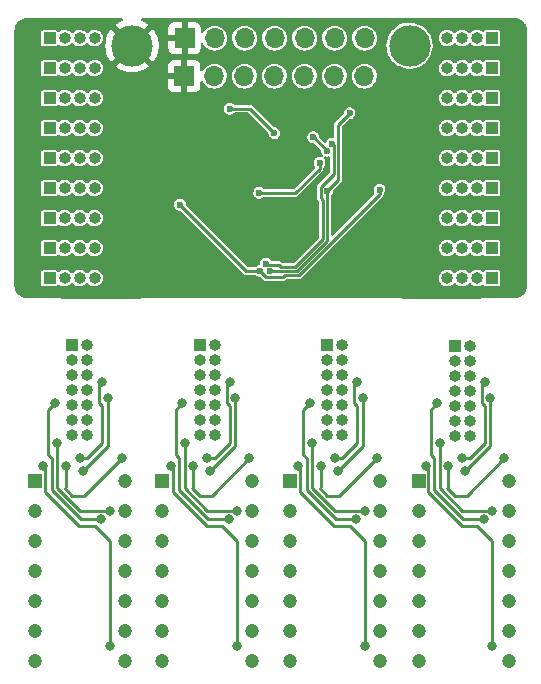
<source format=gbr>
%TF.GenerationSoftware,KiCad,Pcbnew,(6.0.10)*%
%TF.CreationDate,2023-01-31T16:55:14+01:00*%
%TF.ProjectId,LTP-305_dev_board,4c54502d-3330-4355-9f64-65765f626f61,rev?*%
%TF.SameCoordinates,Original*%
%TF.FileFunction,Copper,L2,Bot*%
%TF.FilePolarity,Positive*%
%FSLAX46Y46*%
G04 Gerber Fmt 4.6, Leading zero omitted, Abs format (unit mm)*
G04 Created by KiCad (PCBNEW (6.0.10)) date 2023-01-31 16:55:14*
%MOMM*%
%LPD*%
G01*
G04 APERTURE LIST*
%TA.AperFunction,ComponentPad*%
%ADD10R,1.200000X1.200000*%
%TD*%
%TA.AperFunction,ComponentPad*%
%ADD11C,1.200000*%
%TD*%
%TA.AperFunction,ComponentPad*%
%ADD12R,1.700000X1.700000*%
%TD*%
%TA.AperFunction,ComponentPad*%
%ADD13O,1.700000X1.700000*%
%TD*%
%TA.AperFunction,ComponentPad*%
%ADD14R,1.000000X1.000000*%
%TD*%
%TA.AperFunction,ComponentPad*%
%ADD15O,1.000000X1.000000*%
%TD*%
%TA.AperFunction,ComponentPad*%
%ADD16C,3.500000*%
%TD*%
%TA.AperFunction,ViaPad*%
%ADD17C,0.600000*%
%TD*%
%TA.AperFunction,ViaPad*%
%ADD18C,0.800000*%
%TD*%
%TA.AperFunction,Conductor*%
%ADD19C,0.250000*%
%TD*%
G04 APERTURE END LIST*
D10*
%TO.P,DS4,1,ANODE_COLUMN_2*%
%TO.N,Net-(DS4-Pad1)*%
X161417000Y-83820000D03*
D11*
%TO.P,DS4,2,CATHODE_ROW_1*%
%TO.N,Net-(DS4-Pad2)*%
X161417000Y-86360000D03*
%TO.P,DS4,3,CATHODE_ROW_3*%
%TO.N,Net-(DS4-Pad3)*%
X161417000Y-88900000D03*
%TO.P,DS4,4,CATHODE_ROW_4*%
%TO.N,Net-(DS4-Pad4)*%
X161417000Y-91440000D03*
%TO.P,DS4,5,ANODE_COLUMN_1*%
%TO.N,Net-(DS4-Pad5)*%
X161417000Y-93980000D03*
%TO.P,DS4,6,NO_PIN*%
%TO.N,unconnected-(DS4-Pad6)*%
X161417000Y-96520000D03*
%TO.P,DS4,7,ANODE_DECIMAL_POINT*%
%TO.N,Net-(DS4-Pad7)*%
X161417000Y-99060000D03*
%TO.P,DS4,8,ANODE_COLUMN_3*%
%TO.N,Net-(DS4-Pad8)*%
X169037000Y-99060000D03*
%TO.P,DS4,9,CATHODE_ROW_7*%
%TO.N,Net-(DS4-Pad9)*%
X169037000Y-96520000D03*
%TO.P,DS4,10,CATHODE_ROW_6*%
%TO.N,Net-(DS4-Pad10)*%
X169037000Y-93980000D03*
%TO.P,DS4,11,CATHODE__ROW_5*%
%TO.N,Net-(DS4-Pad11)*%
X169037000Y-91440000D03*
%TO.P,DS4,12,CAATHODE_ROW_2*%
%TO.N,Net-(DS4-Pad12)*%
X169037000Y-88900000D03*
%TO.P,DS4,13,ANODE_COLUMN_5*%
%TO.N,Net-(DS4-Pad13)*%
X169037000Y-86360000D03*
%TO.P,DS4,14,ANODE_COLUMN_4*%
%TO.N,Net-(DS4-Pad14)*%
X169037000Y-83820000D03*
%TD*%
D10*
%TO.P,DS3,1,ANODE_COLUMN_2*%
%TO.N,Net-(DS3-Pad1)*%
X150495000Y-83820000D03*
D11*
%TO.P,DS3,2,CATHODE_ROW_1*%
%TO.N,Net-(DS3-Pad2)*%
X150495000Y-86360000D03*
%TO.P,DS3,3,CATHODE_ROW_3*%
%TO.N,Net-(DS3-Pad3)*%
X150495000Y-88900000D03*
%TO.P,DS3,4,CATHODE_ROW_4*%
%TO.N,Net-(DS3-Pad4)*%
X150495000Y-91440000D03*
%TO.P,DS3,5,ANODE_COLUMN_1*%
%TO.N,Net-(DS3-Pad5)*%
X150495000Y-93980000D03*
%TO.P,DS3,6,NO_PIN*%
%TO.N,unconnected-(DS3-Pad6)*%
X150495000Y-96520000D03*
%TO.P,DS3,7,ANODE_DECIMAL_POINT*%
%TO.N,Net-(DS3-Pad7)*%
X150495000Y-99060000D03*
%TO.P,DS3,8,ANODE_COLUMN_3*%
%TO.N,Net-(DS3-Pad8)*%
X158115000Y-99060000D03*
%TO.P,DS3,9,CATHODE_ROW_7*%
%TO.N,Net-(DS3-Pad9)*%
X158115000Y-96520000D03*
%TO.P,DS3,10,CATHODE_ROW_6*%
%TO.N,Net-(DS3-Pad10)*%
X158115000Y-93980000D03*
%TO.P,DS3,11,CATHODE__ROW_5*%
%TO.N,Net-(DS3-Pad11)*%
X158115000Y-91440000D03*
%TO.P,DS3,12,CAATHODE_ROW_2*%
%TO.N,Net-(DS3-Pad12)*%
X158115000Y-88900000D03*
%TO.P,DS3,13,ANODE_COLUMN_5*%
%TO.N,Net-(DS3-Pad13)*%
X158115000Y-86360000D03*
%TO.P,DS3,14,ANODE_COLUMN_4*%
%TO.N,Net-(DS3-Pad14)*%
X158115000Y-83820000D03*
%TD*%
D10*
%TO.P,DS2,1,ANODE_COLUMN_2*%
%TO.N,Net-(DS2-Pad1)*%
X139700000Y-83820000D03*
D11*
%TO.P,DS2,2,CATHODE_ROW_1*%
%TO.N,Net-(DS2-Pad2)*%
X139700000Y-86360000D03*
%TO.P,DS2,3,CATHODE_ROW_3*%
%TO.N,Net-(DS2-Pad3)*%
X139700000Y-88900000D03*
%TO.P,DS2,4,CATHODE_ROW_4*%
%TO.N,Net-(DS2-Pad4)*%
X139700000Y-91440000D03*
%TO.P,DS2,5,ANODE_COLUMN_1*%
%TO.N,Net-(DS2-Pad5)*%
X139700000Y-93980000D03*
%TO.P,DS2,6,NO_PIN*%
%TO.N,unconnected-(DS2-Pad6)*%
X139700000Y-96520000D03*
%TO.P,DS2,7,ANODE_DECIMAL_POINT*%
%TO.N,Net-(DS2-Pad7)*%
X139700000Y-99060000D03*
%TO.P,DS2,8,ANODE_COLUMN_3*%
%TO.N,Net-(DS2-Pad8)*%
X147320000Y-99060000D03*
%TO.P,DS2,9,CATHODE_ROW_7*%
%TO.N,Net-(DS2-Pad9)*%
X147320000Y-96520000D03*
%TO.P,DS2,10,CATHODE_ROW_6*%
%TO.N,Net-(DS2-Pad10)*%
X147320000Y-93980000D03*
%TO.P,DS2,11,CATHODE__ROW_5*%
%TO.N,Net-(DS2-Pad11)*%
X147320000Y-91440000D03*
%TO.P,DS2,12,CAATHODE_ROW_2*%
%TO.N,Net-(DS2-Pad12)*%
X147320000Y-88900000D03*
%TO.P,DS2,13,ANODE_COLUMN_5*%
%TO.N,Net-(DS2-Pad13)*%
X147320000Y-86360000D03*
%TO.P,DS2,14,ANODE_COLUMN_4*%
%TO.N,Net-(DS2-Pad14)*%
X147320000Y-83820000D03*
%TD*%
D10*
%TO.P,DS1,1,ANODE_COLUMN_2*%
%TO.N,Net-(DS1-Pad1)*%
X128905000Y-83820000D03*
D11*
%TO.P,DS1,2,CATHODE_ROW_1*%
%TO.N,Net-(DS1-Pad2)*%
X128905000Y-86360000D03*
%TO.P,DS1,3,CATHODE_ROW_3*%
%TO.N,Net-(DS1-Pad3)*%
X128905000Y-88900000D03*
%TO.P,DS1,4,CATHODE_ROW_4*%
%TO.N,Net-(DS1-Pad4)*%
X128905000Y-91440000D03*
%TO.P,DS1,5,ANODE_COLUMN_1*%
%TO.N,Net-(DS1-Pad5)*%
X128905000Y-93980000D03*
%TO.P,DS1,6,NO_PIN*%
%TO.N,unconnected-(DS1-Pad6)*%
X128905000Y-96520000D03*
%TO.P,DS1,7,ANODE_DECIMAL_POINT*%
%TO.N,Net-(DS1-Pad7)*%
X128905000Y-99060000D03*
%TO.P,DS1,8,ANODE_COLUMN_3*%
%TO.N,Net-(DS1-Pad8)*%
X136525000Y-99060000D03*
%TO.P,DS1,9,CATHODE_ROW_7*%
%TO.N,Net-(DS1-Pad9)*%
X136525000Y-96520000D03*
%TO.P,DS1,10,CATHODE_ROW_6*%
%TO.N,Net-(DS1-Pad10)*%
X136525000Y-93980000D03*
%TO.P,DS1,11,CATHODE__ROW_5*%
%TO.N,Net-(DS1-Pad11)*%
X136525000Y-91440000D03*
%TO.P,DS1,12,CAATHODE_ROW_2*%
%TO.N,Net-(DS1-Pad12)*%
X136525000Y-88900000D03*
%TO.P,DS1,13,ANODE_COLUMN_5*%
%TO.N,Net-(DS1-Pad13)*%
X136525000Y-86360000D03*
%TO.P,DS1,14,ANODE_COLUMN_4*%
%TO.N,Net-(DS1-Pad14)*%
X136525000Y-83820000D03*
%TD*%
D12*
%TO.P,J6,1,Pin_1*%
%TO.N,GND*%
X141587500Y-49575000D03*
D13*
%TO.P,J6,2,Pin_2*%
%TO.N,AUDIO*%
X144127500Y-49575000D03*
%TO.P,J6,3,Pin_3*%
%TO.N,SDA*%
X146667500Y-49575000D03*
%TO.P,J6,4,Pin_4*%
%TO.N,SCL*%
X149207500Y-49575000D03*
%TO.P,J6,5,Pin_5*%
%TO.N,SDB*%
X151747500Y-49575000D03*
%TO.P,J6,6,Pin_6*%
%TO.N,INTB*%
X154287500Y-49575000D03*
%TO.P,J6,7,Pin_7*%
%TO.N,VDD*%
X156827500Y-49575000D03*
%TD*%
D14*
%TO.P,CB3,1,Pin_1*%
%TO.N,CB3*%
X167640000Y-61595000D03*
D15*
%TO.P,CB3,2,Pin_2*%
X166370000Y-61595000D03*
%TO.P,CB3,3,Pin_3*%
X165100000Y-61595000D03*
%TO.P,CB3,4,Pin_4*%
X163830000Y-61595000D03*
%TD*%
%TO.P,J3,14,Pin_14*%
%TO.N,Net-(DS3-Pad2)*%
X154950000Y-72375000D03*
%TO.P,J3,13,Pin_13*%
%TO.N,Net-(DS3-Pad12)*%
X154950000Y-73645000D03*
%TO.P,J3,12,Pin_12*%
%TO.N,Net-(DS3-Pad3)*%
X154950000Y-74915000D03*
%TO.P,J3,11,Pin_11*%
%TO.N,Net-(DS3-Pad4)*%
X154950000Y-76185000D03*
%TO.P,J3,10,Pin_10*%
%TO.N,Net-(DS3-Pad11)*%
X154950000Y-77455000D03*
%TO.P,J3,9,Pin_9*%
%TO.N,Net-(DS3-Pad10)*%
X154950000Y-78725000D03*
%TO.P,J3,8,Pin_8*%
%TO.N,Net-(DS3-Pad9)*%
X154950000Y-79995000D03*
%TO.P,J3,7,Pin_7*%
%TO.N,Net-(DS3-Pad7)*%
X153680000Y-79995000D03*
%TO.P,J3,6,Pin_6*%
%TO.N,unconnected-(J3-Pad6)*%
X153680000Y-78725000D03*
%TO.P,J3,5,Pin_5*%
%TO.N,Net-(DS3-Pad13)*%
X153680000Y-77455000D03*
%TO.P,J3,4,Pin_4*%
%TO.N,Net-(DS3-Pad14)*%
X153680000Y-76185000D03*
%TO.P,J3,3,Pin_3*%
%TO.N,Net-(DS3-Pad8)*%
X153680000Y-74915000D03*
%TO.P,J3,2,Pin_2*%
%TO.N,Net-(DS3-Pad1)*%
X153680000Y-73645000D03*
D14*
%TO.P,J3,1,Pin_1*%
%TO.N,Net-(DS3-Pad5)*%
X153680000Y-72375000D03*
%TD*%
%TO.P,CB9,1,Pin_1*%
%TO.N,CB9*%
X167640000Y-46355000D03*
D15*
%TO.P,CB9,2,Pin_2*%
X166370000Y-46355000D03*
%TO.P,CB9,3,Pin_3*%
X165100000Y-46355000D03*
%TO.P,CB9,4,Pin_4*%
X163830000Y-46355000D03*
%TD*%
D14*
%TO.P,CA4,1,Pin_1*%
%TO.N,CA4*%
X130175000Y-53975000D03*
D15*
%TO.P,CA4,2,Pin_2*%
X131445000Y-53975000D03*
%TO.P,CA4,3,Pin_3*%
X132715000Y-53975000D03*
%TO.P,CA4,4,Pin_4*%
X133985000Y-53975000D03*
%TD*%
D16*
%TO.P,,1*%
%TO.N,VDD*%
X160655000Y-46990000D03*
%TD*%
D15*
%TO.P,J2,14,Pin_14*%
%TO.N,Net-(DS2-Pad2)*%
X144155000Y-72375000D03*
%TO.P,J2,13,Pin_13*%
%TO.N,Net-(DS2-Pad12)*%
X144155000Y-73645000D03*
%TO.P,J2,12,Pin_12*%
%TO.N,Net-(DS2-Pad3)*%
X144155000Y-74915000D03*
%TO.P,J2,11,Pin_11*%
%TO.N,Net-(DS2-Pad4)*%
X144155000Y-76185000D03*
%TO.P,J2,10,Pin_10*%
%TO.N,Net-(DS2-Pad11)*%
X144155000Y-77455000D03*
%TO.P,J2,9,Pin_9*%
%TO.N,Net-(DS2-Pad10)*%
X144155000Y-78725000D03*
%TO.P,J2,8,Pin_8*%
%TO.N,Net-(DS2-Pad9)*%
X144155000Y-79995000D03*
%TO.P,J2,7,Pin_7*%
%TO.N,Net-(DS2-Pad7)*%
X142885000Y-79995000D03*
%TO.P,J2,6,Pin_6*%
%TO.N,unconnected-(J2-Pad6)*%
X142885000Y-78725000D03*
%TO.P,J2,5,Pin_5*%
%TO.N,Net-(DS2-Pad13)*%
X142885000Y-77455000D03*
%TO.P,J2,4,Pin_4*%
%TO.N,Net-(DS2-Pad14)*%
X142885000Y-76185000D03*
%TO.P,J2,3,Pin_3*%
%TO.N,Net-(DS2-Pad8)*%
X142885000Y-74915000D03*
%TO.P,J2,2,Pin_2*%
%TO.N,Net-(DS2-Pad1)*%
X142885000Y-73645000D03*
D14*
%TO.P,J2,1,Pin_1*%
%TO.N,Net-(DS2-Pad5)*%
X142885000Y-72375000D03*
%TD*%
%TO.P,CA3,1,Pin_1*%
%TO.N,CA3*%
X130175000Y-51435000D03*
D15*
%TO.P,CA3,2,Pin_2*%
X131445000Y-51435000D03*
%TO.P,CA3,3,Pin_3*%
X132715000Y-51435000D03*
%TO.P,CA3,4,Pin_4*%
X133985000Y-51435000D03*
%TD*%
D14*
%TO.P,CA1,1,Pin_1*%
%TO.N,CA1*%
X130175000Y-46355000D03*
D15*
%TO.P,CA1,2,Pin_2*%
X131445000Y-46355000D03*
%TO.P,CA1,3,Pin_3*%
X132715000Y-46355000D03*
%TO.P,CA1,4,Pin_4*%
X133985000Y-46355000D03*
%TD*%
D14*
%TO.P,CB4,1,Pin_1*%
%TO.N,CB4*%
X167640000Y-59055000D03*
D15*
%TO.P,CB4,2,Pin_2*%
X166370000Y-59055000D03*
%TO.P,CB4,3,Pin_3*%
X165100000Y-59055000D03*
%TO.P,CB4,4,Pin_4*%
X163830000Y-59055000D03*
%TD*%
D14*
%TO.P,CA5,1,Pin_1*%
%TO.N,CA5*%
X130175000Y-56515000D03*
D15*
%TO.P,CA5,2,Pin_2*%
X131445000Y-56515000D03*
%TO.P,CA5,3,Pin_3*%
X132715000Y-56515000D03*
%TO.P,CA5,4,Pin_4*%
X133985000Y-56515000D03*
%TD*%
D14*
%TO.P,J1,1,Pin_1*%
%TO.N,Net-(DS1-Pad5)*%
X132090000Y-72375000D03*
D15*
%TO.P,J1,2,Pin_2*%
%TO.N,Net-(DS1-Pad1)*%
X132090000Y-73645000D03*
%TO.P,J1,3,Pin_3*%
%TO.N,Net-(DS1-Pad8)*%
X132090000Y-74915000D03*
%TO.P,J1,4,Pin_4*%
%TO.N,Net-(DS1-Pad14)*%
X132090000Y-76185000D03*
%TO.P,J1,5,Pin_5*%
%TO.N,Net-(DS1-Pad13)*%
X132090000Y-77455000D03*
%TO.P,J1,6,Pin_6*%
%TO.N,unconnected-(J1-Pad6)*%
X132090000Y-78725000D03*
%TO.P,J1,7,Pin_7*%
%TO.N,Net-(DS1-Pad7)*%
X132090000Y-79995000D03*
%TO.P,J1,8,Pin_8*%
%TO.N,Net-(DS1-Pad9)*%
X133360000Y-79995000D03*
%TO.P,J1,9,Pin_9*%
%TO.N,Net-(DS1-Pad10)*%
X133360000Y-78725000D03*
%TO.P,J1,10,Pin_10*%
%TO.N,Net-(DS1-Pad11)*%
X133360000Y-77455000D03*
%TO.P,J1,11,Pin_11*%
%TO.N,Net-(DS1-Pad4)*%
X133360000Y-76185000D03*
%TO.P,J1,12,Pin_12*%
%TO.N,Net-(DS1-Pad3)*%
X133360000Y-74915000D03*
%TO.P,J1,13,Pin_13*%
%TO.N,Net-(DS1-Pad12)*%
X133360000Y-73645000D03*
%TO.P,J1,14,Pin_14*%
%TO.N,Net-(DS1-Pad2)*%
X133360000Y-72375000D03*
%TD*%
D14*
%TO.P,CB1,1,Pin_1*%
%TO.N,CB1*%
X167640000Y-66675000D03*
D15*
%TO.P,CB1,2,Pin_2*%
X166370000Y-66675000D03*
%TO.P,CB1,3,Pin_3*%
X165100000Y-66675000D03*
%TO.P,CB1,4,Pin_4*%
X163830000Y-66675000D03*
%TD*%
D14*
%TO.P,CB6,1,Pin_1*%
%TO.N,CB6*%
X167640000Y-53975000D03*
D15*
%TO.P,CB6,2,Pin_2*%
X166370000Y-53975000D03*
%TO.P,CB6,3,Pin_3*%
X165100000Y-53975000D03*
%TO.P,CB6,4,Pin_4*%
X163830000Y-53975000D03*
%TD*%
D14*
%TO.P,CB2,1,Pin_1*%
%TO.N,CB2*%
X167640000Y-64135000D03*
D15*
%TO.P,CB2,2,Pin_2*%
X166370000Y-64135000D03*
%TO.P,CB2,3,Pin_3*%
X165100000Y-64135000D03*
%TO.P,CB2,4,Pin_4*%
X163830000Y-64135000D03*
%TD*%
D14*
%TO.P,CA6,1,Pin_1*%
%TO.N,CA6*%
X130175000Y-59055000D03*
D15*
%TO.P,CA6,2,Pin_2*%
X131445000Y-59055000D03*
%TO.P,CA6,3,Pin_3*%
X132715000Y-59055000D03*
%TO.P,CA6,4,Pin_4*%
X133985000Y-59055000D03*
%TD*%
D14*
%TO.P,CA7,1,Pin_1*%
%TO.N,CA7*%
X130175000Y-61595000D03*
D15*
%TO.P,CA7,2,Pin_2*%
X131445000Y-61595000D03*
%TO.P,CA7,3,Pin_3*%
X132715000Y-61595000D03*
%TO.P,CA7,4,Pin_4*%
X133985000Y-61595000D03*
%TD*%
D14*
%TO.P,CA8,1,Pin_1*%
%TO.N,CA8*%
X130175000Y-64135000D03*
D15*
%TO.P,CA8,2,Pin_2*%
X131445000Y-64135000D03*
%TO.P,CA8,3,Pin_3*%
X132715000Y-64135000D03*
%TO.P,CA8,4,Pin_4*%
X133985000Y-64135000D03*
%TD*%
D16*
%TO.P,,1*%
%TO.N,GND*%
X137160000Y-46990000D03*
%TD*%
D14*
%TO.P,CB8,1,Pin_1*%
%TO.N,CB8*%
X167640000Y-48895000D03*
D15*
%TO.P,CB8,2,Pin_2*%
X166370000Y-48895000D03*
%TO.P,CB8,3,Pin_3*%
X165100000Y-48895000D03*
%TO.P,CB8,4,Pin_4*%
X163830000Y-48895000D03*
%TD*%
D14*
%TO.P,CB5,1,Pin_1*%
%TO.N,CB5*%
X167640000Y-56515000D03*
D15*
%TO.P,CB5,2,Pin_2*%
X166370000Y-56515000D03*
%TO.P,CB5,3,Pin_3*%
X165100000Y-56515000D03*
%TO.P,CB5,4,Pin_4*%
X163830000Y-56515000D03*
%TD*%
D14*
%TO.P,CA2,1,Pin_1*%
%TO.N,CA2*%
X130175000Y-48895000D03*
D15*
%TO.P,CA2,2,Pin_2*%
X131445000Y-48895000D03*
%TO.P,CA2,3,Pin_3*%
X132715000Y-48895000D03*
%TO.P,CA2,4,Pin_4*%
X133985000Y-48895000D03*
%TD*%
D14*
%TO.P,J4,1,Pin_1*%
%TO.N,Net-(DS4-Pad5)*%
X164465000Y-72390000D03*
D15*
%TO.P,J4,2,Pin_2*%
%TO.N,Net-(DS4-Pad1)*%
X164465000Y-73660000D03*
%TO.P,J4,3,Pin_3*%
%TO.N,Net-(DS4-Pad8)*%
X164465000Y-74930000D03*
%TO.P,J4,4,Pin_4*%
%TO.N,Net-(DS4-Pad14)*%
X164465000Y-76200000D03*
%TO.P,J4,5,Pin_5*%
%TO.N,Net-(DS4-Pad13)*%
X164465000Y-77470000D03*
%TO.P,J4,6,Pin_6*%
%TO.N,unconnected-(J4-Pad6)*%
X164465000Y-78740000D03*
%TO.P,J4,7,Pin_7*%
%TO.N,Net-(DS4-Pad7)*%
X164465000Y-80010000D03*
%TO.P,J4,8,Pin_8*%
%TO.N,Net-(DS4-Pad9)*%
X165735000Y-80010000D03*
%TO.P,J4,9,Pin_9*%
%TO.N,Net-(DS4-Pad10)*%
X165735000Y-78740000D03*
%TO.P,J4,10,Pin_10*%
%TO.N,Net-(DS4-Pad11)*%
X165735000Y-77470000D03*
%TO.P,J4,11,Pin_11*%
%TO.N,Net-(DS4-Pad4)*%
X165735000Y-76200000D03*
%TO.P,J4,12,Pin_12*%
%TO.N,Net-(DS4-Pad3)*%
X165735000Y-74930000D03*
%TO.P,J4,13,Pin_13*%
%TO.N,Net-(DS4-Pad12)*%
X165735000Y-73660000D03*
%TO.P,J4,14,Pin_14*%
%TO.N,Net-(DS4-Pad2)*%
X165735000Y-72390000D03*
%TD*%
D12*
%TO.P,J5,1,Pin_1*%
%TO.N,GND*%
X141605000Y-46355000D03*
D13*
%TO.P,J5,2,Pin_2*%
%TO.N,AUDIO*%
X144145000Y-46355000D03*
%TO.P,J5,3,Pin_3*%
%TO.N,SDA*%
X146685000Y-46355000D03*
%TO.P,J5,4,Pin_4*%
%TO.N,SCL*%
X149225000Y-46355000D03*
%TO.P,J5,5,Pin_5*%
%TO.N,SDB*%
X151765000Y-46355000D03*
%TO.P,J5,6,Pin_6*%
%TO.N,INTB*%
X154305000Y-46355000D03*
%TO.P,J5,7,Pin_7*%
%TO.N,VDD*%
X156845000Y-46355000D03*
%TD*%
D14*
%TO.P,CA9,1,Pin_1*%
%TO.N,CA9*%
X130175000Y-66675000D03*
D15*
%TO.P,CA9,2,Pin_2*%
X131445000Y-66675000D03*
%TO.P,CA9,3,Pin_3*%
X132715000Y-66675000D03*
%TO.P,CA9,4,Pin_4*%
X133985000Y-66675000D03*
%TD*%
D14*
%TO.P,CB7,1,Pin_1*%
%TO.N,CB7*%
X167640000Y-51435000D03*
D15*
%TO.P,CB7,2,Pin_2*%
X166370000Y-51435000D03*
%TO.P,CB7,3,Pin_3*%
X165100000Y-51435000D03*
%TO.P,CB7,4,Pin_4*%
X163830000Y-51435000D03*
%TD*%
D17*
%TO.N,GND*%
X140970000Y-56515000D03*
D18*
%TO.N,*%
X163195000Y-80645000D03*
X156138245Y-87084500D03*
X163009482Y-77265918D03*
X145916802Y-76835000D03*
X145435234Y-75480350D03*
X140424500Y-82550000D03*
X167640000Y-97790000D03*
X168681302Y-81915000D03*
X146050000Y-86360000D03*
X153124500Y-82550000D03*
X162014500Y-82550000D03*
X156711802Y-76835000D03*
X156845000Y-97790000D03*
X165380500Y-82986711D03*
X167640000Y-86360000D03*
X152400000Y-80645000D03*
X156845000Y-86360000D03*
X157886302Y-81915000D03*
X167506802Y-76835000D03*
X154305000Y-81915000D03*
X166933245Y-87084500D03*
X146050000Y-97790000D03*
X143510000Y-81915000D03*
X152214482Y-77265918D03*
X141605000Y-80645000D03*
X141419482Y-77265918D03*
X142329500Y-82550000D03*
X156230234Y-75480350D03*
X165100000Y-81915000D03*
X163919500Y-82550000D03*
X143790500Y-82986711D03*
X154585500Y-82986711D03*
X151219500Y-82550000D03*
X147091302Y-81915000D03*
X167025234Y-75480350D03*
X145343245Y-87084500D03*
%TO.N,Net-(DS1-Pad2)*%
X131534500Y-82550000D03*
X136296302Y-81915000D03*
%TO.N,Net-(DS1-Pad3)*%
X134640234Y-75480350D03*
X132715000Y-81915000D03*
%TO.N,Net-(DS1-Pad4)*%
X132995500Y-82986711D03*
X135121802Y-76835000D03*
%TO.N,Net-(DS1-Pad8)*%
X129629500Y-82550000D03*
X135255000Y-97790000D03*
%TO.N,Net-(DS1-Pad13)*%
X135255000Y-86360000D03*
X130810000Y-80645000D03*
%TO.N,Net-(DS1-Pad14)*%
X130624482Y-77265918D03*
X134548245Y-87084500D03*
D17*
%TO.N,AUDIO*%
X149210000Y-54390000D03*
X145415000Y-52324000D03*
%TO.N,GND*%
X149606000Y-63246000D03*
X152019000Y-55372000D03*
X149606000Y-61849000D03*
X148209000Y-63246000D03*
X148209000Y-61849000D03*
X157971500Y-54102000D03*
%TO.N,SDA*%
X152510500Y-54737000D03*
X153670000Y-55880000D03*
%TO.N,SCL*%
X147940000Y-59460000D03*
X153035000Y-56896000D03*
%TO.N,SDB*%
X148522146Y-65457316D03*
X154075500Y-55310025D03*
%TO.N,INTB*%
X155575000Y-52705000D03*
X153670000Y-59309000D03*
X148820500Y-66090000D03*
%TO.N,VDD*%
X141224000Y-60452000D03*
X158115000Y-59182000D03*
X147980000Y-66080000D03*
%TD*%
D19*
%TO.N,Net-(DS1-Pad2)*%
X131534500Y-84365500D02*
X131534500Y-82550000D01*
X133121302Y-85090000D02*
X132081396Y-85090000D01*
X136296302Y-81915000D02*
X133121302Y-85090000D01*
X131445698Y-84454302D02*
X131534500Y-84365500D01*
X132081396Y-85090000D02*
X131445698Y-84454302D01*
%TO.N,Net-(DS1-Pad3)*%
X134640234Y-75480350D02*
X134396802Y-75723782D01*
X134620000Y-80645000D02*
X133350000Y-81915000D01*
X134396802Y-77246802D02*
X134620000Y-77470000D01*
X134620000Y-77470000D02*
X134620000Y-80645000D01*
X134396802Y-75723782D02*
X134396802Y-76835000D01*
X133350000Y-81915000D02*
X132715000Y-81915000D01*
X134396802Y-76835000D02*
X134396802Y-77246802D01*
%TO.N,Net-(DS1-Pad4)*%
X135121802Y-76835000D02*
X135121802Y-80860409D01*
X135121802Y-80860409D02*
X132995500Y-82986711D01*
%TO.N,Net-(DS1-Pad8)*%
X129830000Y-82750500D02*
X129830000Y-84747792D01*
X135255000Y-88900000D02*
X135255000Y-97790000D01*
X133985000Y-87630000D02*
X135255000Y-88900000D01*
X129629500Y-82550000D02*
X129830000Y-82750500D01*
X132712208Y-87630000D02*
X133985000Y-87630000D01*
X129830000Y-84747792D02*
X132712208Y-87630000D01*
%TO.N,Net-(DS1-Pad13)*%
X130810000Y-82550000D02*
X130810000Y-84455000D01*
X130810000Y-80645000D02*
X130810000Y-82550000D01*
X130810000Y-84455000D02*
X132715000Y-86360000D01*
X132715000Y-86360000D02*
X135255000Y-86360000D01*
%TO.N,Net-(DS1-Pad14)*%
X130085000Y-80645000D02*
X130085000Y-81640000D01*
X130360000Y-84641396D02*
X132803104Y-87084500D01*
X132803104Y-87084500D02*
X134548245Y-87084500D01*
X130360000Y-81915000D02*
X130360000Y-84641396D01*
X130085000Y-81640000D02*
X130360000Y-81915000D01*
X130624482Y-77265918D02*
X130085000Y-77805400D01*
X130085000Y-77805400D02*
X130085000Y-80645000D01*
%TO.N,Net-(DS2-Pad2)*%
X142329500Y-84365500D02*
X142329500Y-82550000D01*
X142240698Y-84454302D02*
X142329500Y-84365500D01*
X143916302Y-85090000D02*
X142876396Y-85090000D01*
X147091302Y-81915000D02*
X143916302Y-85090000D01*
X142876396Y-85090000D02*
X142240698Y-84454302D01*
%TO.N,Net-(DS2-Pad3)*%
X145415000Y-80645000D02*
X144145000Y-81915000D01*
X145415000Y-77470000D02*
X145415000Y-80645000D01*
X145191802Y-75723782D02*
X145191802Y-76835000D01*
X145191802Y-77246802D02*
X145415000Y-77470000D01*
X145191802Y-76835000D02*
X145191802Y-77246802D01*
X145435234Y-75480350D02*
X145191802Y-75723782D01*
X144145000Y-81915000D02*
X143510000Y-81915000D01*
%TO.N,Net-(DS2-Pad4)*%
X145916802Y-80860409D02*
X143790500Y-82986711D01*
X145916802Y-76835000D02*
X145916802Y-80860409D01*
%TO.N,Net-(DS2-Pad8)*%
X140625000Y-84747792D02*
X143507208Y-87630000D01*
X144780000Y-87630000D02*
X146050000Y-88900000D01*
X140625000Y-82750500D02*
X140625000Y-84747792D01*
X140424500Y-82550000D02*
X140625000Y-82750500D01*
X146050000Y-88900000D02*
X146050000Y-97790000D01*
X143507208Y-87630000D02*
X144780000Y-87630000D01*
%TO.N,Net-(DS2-Pad13)*%
X143510000Y-86360000D02*
X146050000Y-86360000D01*
X141605000Y-80645000D02*
X141605000Y-82550000D01*
X141605000Y-82550000D02*
X141605000Y-84455000D01*
X141605000Y-84455000D02*
X143510000Y-86360000D01*
%TO.N,Net-(DS2-Pad14)*%
X140880000Y-81640000D02*
X141155000Y-81915000D01*
X140880000Y-80645000D02*
X140880000Y-81640000D01*
X143598104Y-87084500D02*
X145343245Y-87084500D01*
X141155000Y-81915000D02*
X141155000Y-84641396D01*
X140880000Y-77805400D02*
X140880000Y-80645000D01*
X141419482Y-77265918D02*
X140880000Y-77805400D01*
X141155000Y-84641396D02*
X143598104Y-87084500D01*
%TO.N,Net-(DS3-Pad2)*%
X157886302Y-81915000D02*
X154711302Y-85090000D01*
X153035698Y-84454302D02*
X153124500Y-84365500D01*
X153671396Y-85090000D02*
X153035698Y-84454302D01*
X154711302Y-85090000D02*
X153671396Y-85090000D01*
X153124500Y-84365500D02*
X153124500Y-82550000D01*
%TO.N,Net-(DS3-Pad3)*%
X155986802Y-77246802D02*
X156210000Y-77470000D01*
X155986802Y-76835000D02*
X155986802Y-77246802D01*
X156210000Y-80645000D02*
X154940000Y-81915000D01*
X155986802Y-75723782D02*
X155986802Y-76835000D01*
X156210000Y-77470000D02*
X156210000Y-80645000D01*
X154940000Y-81915000D02*
X154305000Y-81915000D01*
X156230234Y-75480350D02*
X155986802Y-75723782D01*
%TO.N,Net-(DS3-Pad4)*%
X156711802Y-80860409D02*
X154585500Y-82986711D01*
X156711802Y-76835000D02*
X156711802Y-80860409D01*
%TO.N,Net-(DS3-Pad8)*%
X151420000Y-84747792D02*
X154302208Y-87630000D01*
X151219500Y-82550000D02*
X151420000Y-82750500D01*
X154302208Y-87630000D02*
X155575000Y-87630000D01*
X156845000Y-88900000D02*
X156845000Y-97790000D01*
X155575000Y-87630000D02*
X156845000Y-88900000D01*
X151420000Y-82750500D02*
X151420000Y-84747792D01*
%TO.N,Net-(DS3-Pad13)*%
X154305000Y-86360000D02*
X156845000Y-86360000D01*
X152400000Y-84455000D02*
X154305000Y-86360000D01*
X152400000Y-80645000D02*
X152400000Y-82550000D01*
X152400000Y-82550000D02*
X152400000Y-84455000D01*
%TO.N,Net-(DS3-Pad14)*%
X152214482Y-77265918D02*
X151675000Y-77805400D01*
X151675000Y-77805400D02*
X151675000Y-80645000D01*
X151950000Y-81915000D02*
X151950000Y-84641396D01*
X154393104Y-87084500D02*
X156138245Y-87084500D01*
X151950000Y-84641396D02*
X154393104Y-87084500D01*
X151675000Y-81640000D02*
X151950000Y-81915000D01*
X151675000Y-80645000D02*
X151675000Y-81640000D01*
%TO.N,Net-(DS4-Pad2)*%
X164466396Y-85090000D02*
X163830698Y-84454302D01*
X163919500Y-84365500D02*
X163919500Y-82550000D01*
X168681302Y-81915000D02*
X165506302Y-85090000D01*
X163830698Y-84454302D02*
X163919500Y-84365500D01*
X165506302Y-85090000D02*
X164466396Y-85090000D01*
%TO.N,Net-(DS4-Pad3)*%
X166781802Y-76835000D02*
X166781802Y-77246802D01*
X167005000Y-80645000D02*
X165735000Y-81915000D01*
X167005000Y-77470000D02*
X167005000Y-80645000D01*
X165735000Y-81915000D02*
X165100000Y-81915000D01*
X166781802Y-75723782D02*
X166781802Y-76835000D01*
X167025234Y-75480350D02*
X166781802Y-75723782D01*
X166781802Y-77246802D02*
X167005000Y-77470000D01*
%TO.N,Net-(DS4-Pad4)*%
X167506802Y-80860409D02*
X165380500Y-82986711D01*
X167506802Y-76835000D02*
X167506802Y-80860409D01*
%TO.N,Net-(DS4-Pad8)*%
X167640000Y-88900000D02*
X167640000Y-97790000D01*
X165097208Y-87630000D02*
X166370000Y-87630000D01*
X162215000Y-82750500D02*
X162215000Y-84747792D01*
X162215000Y-84747792D02*
X165097208Y-87630000D01*
X162014500Y-82550000D02*
X162215000Y-82750500D01*
X166370000Y-87630000D02*
X167640000Y-88900000D01*
%TO.N,Net-(DS4-Pad13)*%
X163195000Y-80645000D02*
X163195000Y-82550000D01*
X165100000Y-86360000D02*
X167640000Y-86360000D01*
X163195000Y-82550000D02*
X163195000Y-84455000D01*
X163195000Y-84455000D02*
X165100000Y-86360000D01*
%TO.N,Net-(DS4-Pad14)*%
X163009482Y-77265918D02*
X162470000Y-77805400D01*
X165188104Y-87084500D02*
X166933245Y-87084500D01*
X162470000Y-80645000D02*
X162470000Y-81640000D01*
X162470000Y-81640000D02*
X162745000Y-81915000D01*
X162745000Y-84641396D02*
X165188104Y-87084500D01*
X162745000Y-81915000D02*
X162745000Y-84641396D01*
X162470000Y-77805400D02*
X162470000Y-80645000D01*
%TO.N,AUDIO*%
X147144000Y-52324000D02*
X149210000Y-54390000D01*
X145415000Y-52324000D02*
X147144000Y-52324000D01*
%TO.N,SDA*%
X152527000Y-54737000D02*
X153670000Y-55880000D01*
X152510500Y-54737000D02*
X152527000Y-54737000D01*
%TO.N,SCL*%
X153035000Y-56896000D02*
X153035000Y-57425000D01*
X151000000Y-59460000D02*
X147940000Y-59460000D01*
X153035000Y-57425000D02*
X151000000Y-59460000D01*
%TO.N,SDB*%
X153145000Y-59896000D02*
X153320000Y-60071000D01*
X154116025Y-55310025D02*
X154250000Y-55444000D01*
X150975026Y-65740000D02*
X149740000Y-65740000D01*
X149565000Y-65565000D02*
X148629830Y-65565000D01*
X149740000Y-65740000D02*
X149565000Y-65565000D01*
X154250000Y-55444000D02*
X154250000Y-57840000D01*
X153320000Y-63395026D02*
X150975026Y-65740000D01*
X153320000Y-60071000D02*
X153320000Y-63395026D01*
X154075500Y-55310025D02*
X154116025Y-55310025D01*
X154250000Y-57840000D02*
X153145000Y-58945000D01*
X148629830Y-65565000D02*
X148522146Y-65457316D01*
X153145000Y-58945000D02*
X153145000Y-59896000D01*
%TO.N,INTB*%
X153670000Y-59309000D02*
X153670000Y-63540000D01*
X154600000Y-53680000D02*
X154600000Y-58379000D01*
X155575000Y-52705000D02*
X154600000Y-53680000D01*
X153670000Y-63540000D02*
X151120000Y-66090000D01*
X151120000Y-66090000D02*
X148820500Y-66090000D01*
X154600000Y-58379000D02*
X153670000Y-59309000D01*
%TO.N,VDD*%
X158115000Y-59589974D02*
X158115000Y-59182000D01*
X151264974Y-66440000D02*
X150080000Y-66440000D01*
X154020000Y-63684974D02*
X158115000Y-59589974D01*
X146852000Y-66080000D02*
X147980000Y-66080000D01*
X150080000Y-66440000D02*
X149905000Y-66615000D01*
X154020000Y-63684974D02*
X151264974Y-66440000D01*
X149905000Y-66615000D02*
X148515000Y-66615000D01*
X148515000Y-66615000D02*
X147980000Y-66080000D01*
X141224000Y-60452000D02*
X146852000Y-66080000D01*
%TD*%
%TA.AperFunction,Conductor*%
%TO.N,GND*%
G36*
X136332246Y-44670502D02*
G01*
X136378739Y-44724158D01*
X136388843Y-44794432D01*
X136359349Y-44859012D01*
X136304625Y-44895813D01*
X136297957Y-44898076D01*
X136290349Y-44901228D01*
X136032282Y-45028492D01*
X136025145Y-45032613D01*
X135785901Y-45192470D01*
X135779361Y-45197488D01*
X135764926Y-45210147D01*
X135756528Y-45223386D01*
X135762362Y-45233151D01*
X137147190Y-46617980D01*
X137161131Y-46625592D01*
X137162966Y-46625461D01*
X137169580Y-46621210D01*
X138555884Y-45234905D01*
X138563399Y-45221144D01*
X138556941Y-45211784D01*
X138540639Y-45197488D01*
X138534099Y-45192470D01*
X138294856Y-45032613D01*
X138287719Y-45028492D01*
X138029651Y-44901228D01*
X138022043Y-44898076D01*
X138015375Y-44895813D01*
X137957298Y-44854977D01*
X137930519Y-44789224D01*
X137943540Y-44719432D01*
X137992226Y-44667758D01*
X138055875Y-44650500D01*
X169507920Y-44650500D01*
X169525242Y-44652466D01*
X169530811Y-44652476D01*
X169544641Y-44655656D01*
X169558481Y-44652524D01*
X169562939Y-44652532D01*
X169573701Y-44653011D01*
X169719737Y-44665787D01*
X169741362Y-44669600D01*
X169900144Y-44712146D01*
X169920782Y-44719658D01*
X170069763Y-44789129D01*
X170088783Y-44800111D01*
X170223431Y-44894392D01*
X170240256Y-44908510D01*
X170356490Y-45024744D01*
X170370607Y-45041568D01*
X170425498Y-45119960D01*
X170464889Y-45176217D01*
X170475871Y-45195237D01*
X170545342Y-45344218D01*
X170552854Y-45364855D01*
X170595399Y-45523633D01*
X170595399Y-45523634D01*
X170599213Y-45545262D01*
X170609576Y-45663712D01*
X170612050Y-45691996D01*
X170612529Y-45703198D01*
X170612524Y-45705810D01*
X170609344Y-45719641D01*
X170612476Y-45733480D01*
X170612467Y-45738311D01*
X170614500Y-45756504D01*
X170614500Y-67272920D01*
X170612534Y-67290242D01*
X170612524Y-67295811D01*
X170609344Y-67309641D01*
X170612476Y-67323481D01*
X170612468Y-67327939D01*
X170611989Y-67338700D01*
X170608770Y-67375500D01*
X170599213Y-67484735D01*
X170595400Y-67506362D01*
X170591797Y-67519809D01*
X170552854Y-67665144D01*
X170545342Y-67685782D01*
X170475871Y-67834763D01*
X170464889Y-67853783D01*
X170416824Y-67922428D01*
X170370608Y-67988431D01*
X170356490Y-68005256D01*
X170240256Y-68121490D01*
X170223431Y-68135608D01*
X170088783Y-68229889D01*
X170069763Y-68240871D01*
X169920782Y-68310342D01*
X169900145Y-68317854D01*
X169741362Y-68360400D01*
X169719738Y-68364213D01*
X169572998Y-68377050D01*
X169561802Y-68377529D01*
X169559190Y-68377524D01*
X169545359Y-68374344D01*
X169531520Y-68377476D01*
X169526689Y-68377467D01*
X169508496Y-68379500D01*
X167042371Y-68379500D01*
X167013918Y-68376245D01*
X167012676Y-68375957D01*
X167012669Y-68375956D01*
X167005718Y-68374345D01*
X167005000Y-68374344D01*
X167002873Y-68374829D01*
X167000871Y-68374599D01*
X167000924Y-68375274D01*
X166774252Y-68393113D01*
X166769445Y-68394267D01*
X166769439Y-68394268D01*
X166553995Y-68445992D01*
X166553992Y-68445993D01*
X166549185Y-68447147D01*
X166549040Y-68447207D01*
X166512472Y-68453000D01*
X160242659Y-68453000D01*
X160199569Y-68445403D01*
X160171911Y-68435336D01*
X160165908Y-68432974D01*
X160159166Y-68430119D01*
X160159165Y-68430119D01*
X160152605Y-68427341D01*
X160147444Y-68426431D01*
X160142688Y-68424700D01*
X160135671Y-68423820D01*
X160135668Y-68423819D01*
X160128269Y-68422891D01*
X160122087Y-68421960D01*
X159923439Y-68386933D01*
X159914523Y-68385025D01*
X159910791Y-68384084D01*
X159910787Y-68384083D01*
X159903879Y-68382342D01*
X159897014Y-68382198D01*
X159896576Y-68382130D01*
X159896088Y-68382110D01*
X159889465Y-68380942D01*
X159878369Y-68381494D01*
X159869484Y-68381622D01*
X159790852Y-68379976D01*
X159790902Y-68377581D01*
X159788781Y-68377883D01*
X159788781Y-68379500D01*
X159769393Y-68379500D01*
X159766756Y-68379472D01*
X159747597Y-68379071D01*
X159747637Y-68377166D01*
X159745517Y-68376749D01*
X159745517Y-68379500D01*
X138196662Y-68379500D01*
X138196662Y-68377028D01*
X138194546Y-68377387D01*
X138194581Y-68379067D01*
X138175231Y-68379472D01*
X138172594Y-68379500D01*
X138153397Y-68379500D01*
X138153397Y-68377593D01*
X138151267Y-68377220D01*
X138151325Y-68379972D01*
X138072804Y-68381615D01*
X138063691Y-68381476D01*
X138059835Y-68381278D01*
X138052710Y-68380911D01*
X138045945Y-68382104D01*
X138045507Y-68382122D01*
X138045021Y-68382197D01*
X138038299Y-68382338D01*
X138027561Y-68385025D01*
X138027553Y-68385027D01*
X138018848Y-68386882D01*
X137820203Y-68421909D01*
X137813794Y-68422869D01*
X137806556Y-68423764D01*
X137799479Y-68424639D01*
X137794555Y-68426431D01*
X137789571Y-68427310D01*
X137783053Y-68430057D01*
X137783049Y-68430058D01*
X137776167Y-68432958D01*
X137770336Y-68435247D01*
X137742436Y-68445401D01*
X137699342Y-68453000D01*
X131302528Y-68453000D01*
X131265960Y-68447207D01*
X131265815Y-68447147D01*
X131261008Y-68445993D01*
X131261005Y-68445992D01*
X131045561Y-68394268D01*
X131045555Y-68394267D01*
X131040748Y-68393113D01*
X130815058Y-68375351D01*
X130815118Y-68374587D01*
X130812901Y-68374851D01*
X130810718Y-68374345D01*
X130810000Y-68374344D01*
X130801225Y-68376346D01*
X130773210Y-68379500D01*
X128307080Y-68379500D01*
X128289758Y-68377534D01*
X128284189Y-68377524D01*
X128270359Y-68374344D01*
X128256519Y-68377476D01*
X128252061Y-68377468D01*
X128241300Y-68376989D01*
X128211067Y-68374344D01*
X128095263Y-68364213D01*
X128073638Y-68360400D01*
X127914855Y-68317854D01*
X127894218Y-68310342D01*
X127745237Y-68240871D01*
X127726217Y-68229889D01*
X127591569Y-68135608D01*
X127574744Y-68121490D01*
X127458510Y-68005256D01*
X127444392Y-67988431D01*
X127398177Y-67922428D01*
X127350111Y-67853783D01*
X127339129Y-67834763D01*
X127269658Y-67685782D01*
X127262147Y-67665144D01*
X127219602Y-67506367D01*
X127215787Y-67484736D01*
X127205941Y-67372188D01*
X127203523Y-67344555D01*
X127203871Y-67319166D01*
X127204043Y-67317673D01*
X127205655Y-67310718D01*
X127205656Y-67310000D01*
X127203654Y-67301225D01*
X127200500Y-67273210D01*
X127200500Y-67194748D01*
X129474500Y-67194748D01*
X129486133Y-67253231D01*
X129530448Y-67319552D01*
X129596769Y-67363867D01*
X129608938Y-67366288D01*
X129608939Y-67366288D01*
X129638601Y-67372188D01*
X129655252Y-67375500D01*
X130694748Y-67375500D01*
X130711399Y-67372188D01*
X130741061Y-67366288D01*
X130741062Y-67366288D01*
X130753231Y-67363867D01*
X130819552Y-67319552D01*
X130826443Y-67309239D01*
X130826445Y-67309237D01*
X130849200Y-67275182D01*
X130903677Y-67229654D01*
X130974120Y-67220807D01*
X131026953Y-67242477D01*
X131030617Y-67245081D01*
X131036233Y-67250191D01*
X131042905Y-67253814D01*
X131042907Y-67253815D01*
X131178558Y-67327467D01*
X131178560Y-67327468D01*
X131185235Y-67331092D01*
X131192584Y-67333020D01*
X131341883Y-67372188D01*
X131341885Y-67372188D01*
X131349233Y-67374116D01*
X131435609Y-67375473D01*
X131511161Y-67376660D01*
X131511164Y-67376660D01*
X131518760Y-67376779D01*
X131526165Y-67375083D01*
X131526166Y-67375083D01*
X131586586Y-67361245D01*
X131684029Y-67338928D01*
X131835498Y-67262747D01*
X131964423Y-67152634D01*
X131976504Y-67135821D01*
X132032497Y-67092174D01*
X132103201Y-67085727D01*
X132166166Y-67118529D01*
X132174207Y-67127014D01*
X132176594Y-67129780D01*
X132180830Y-67136083D01*
X132186446Y-67141193D01*
X132186449Y-67141196D01*
X132300612Y-67245077D01*
X132300616Y-67245080D01*
X132306233Y-67250191D01*
X132312906Y-67253814D01*
X132312910Y-67253817D01*
X132448558Y-67327467D01*
X132448560Y-67327468D01*
X132455235Y-67331092D01*
X132462584Y-67333020D01*
X132611883Y-67372188D01*
X132611885Y-67372188D01*
X132619233Y-67374116D01*
X132705609Y-67375473D01*
X132781161Y-67376660D01*
X132781164Y-67376660D01*
X132788760Y-67376779D01*
X132796165Y-67375083D01*
X132796166Y-67375083D01*
X132856586Y-67361245D01*
X132954029Y-67338928D01*
X133105498Y-67262747D01*
X133234423Y-67152634D01*
X133246504Y-67135821D01*
X133302497Y-67092174D01*
X133373201Y-67085727D01*
X133436166Y-67118529D01*
X133444207Y-67127014D01*
X133446594Y-67129780D01*
X133450830Y-67136083D01*
X133456446Y-67141193D01*
X133456449Y-67141196D01*
X133570612Y-67245077D01*
X133570616Y-67245080D01*
X133576233Y-67250191D01*
X133582906Y-67253814D01*
X133582910Y-67253817D01*
X133718558Y-67327467D01*
X133718560Y-67327468D01*
X133725235Y-67331092D01*
X133732584Y-67333020D01*
X133881883Y-67372188D01*
X133881885Y-67372188D01*
X133889233Y-67374116D01*
X133975609Y-67375473D01*
X134051161Y-67376660D01*
X134051164Y-67376660D01*
X134058760Y-67376779D01*
X134066165Y-67375083D01*
X134066166Y-67375083D01*
X134126586Y-67361245D01*
X134224029Y-67338928D01*
X134375498Y-67262747D01*
X134504423Y-67152634D01*
X134603361Y-67014947D01*
X134611237Y-66995356D01*
X134663766Y-66864687D01*
X134663767Y-66864685D01*
X134666601Y-66857634D01*
X134679304Y-66768379D01*
X134689909Y-66693862D01*
X134689909Y-66693859D01*
X134690490Y-66689778D01*
X134690645Y-66675000D01*
X134688840Y-66660080D01*
X134679315Y-66581377D01*
X134670276Y-66506680D01*
X134610345Y-66348077D01*
X134574701Y-66296215D01*
X134518614Y-66214608D01*
X134518613Y-66214607D01*
X134514312Y-66208349D01*
X134454718Y-66155252D01*
X134393392Y-66100612D01*
X134393388Y-66100610D01*
X134387721Y-66095560D01*
X134237881Y-66016224D01*
X134073441Y-65974919D01*
X134065843Y-65974879D01*
X134065841Y-65974879D01*
X133988668Y-65974475D01*
X133903895Y-65974031D01*
X133896508Y-65975805D01*
X133896504Y-65975805D01*
X133753162Y-66010220D01*
X133739032Y-66013612D01*
X133732288Y-66017093D01*
X133732285Y-66017094D01*
X133619630Y-66075240D01*
X133588369Y-66091375D01*
X133582649Y-66096365D01*
X133582645Y-66096368D01*
X133574510Y-66103465D01*
X133460604Y-66202831D01*
X133456237Y-66209045D01*
X133456235Y-66209047D01*
X133453574Y-66212833D01*
X133398039Y-66257064D01*
X133327407Y-66264249D01*
X133264103Y-66232107D01*
X133253837Y-66220133D01*
X133253639Y-66220308D01*
X133248613Y-66214608D01*
X133244312Y-66208349D01*
X133184718Y-66155252D01*
X133123392Y-66100612D01*
X133123388Y-66100610D01*
X133117721Y-66095560D01*
X132967881Y-66016224D01*
X132803441Y-65974919D01*
X132795843Y-65974879D01*
X132795841Y-65974879D01*
X132718668Y-65974475D01*
X132633895Y-65974031D01*
X132626508Y-65975805D01*
X132626504Y-65975805D01*
X132483162Y-66010220D01*
X132469032Y-66013612D01*
X132462288Y-66017093D01*
X132462285Y-66017094D01*
X132349630Y-66075240D01*
X132318369Y-66091375D01*
X132312649Y-66096365D01*
X132312645Y-66096368D01*
X132304510Y-66103465D01*
X132190604Y-66202831D01*
X132186237Y-66209045D01*
X132186235Y-66209047D01*
X132183574Y-66212833D01*
X132128039Y-66257064D01*
X132057407Y-66264249D01*
X131994103Y-66232107D01*
X131983837Y-66220133D01*
X131983639Y-66220308D01*
X131978613Y-66214608D01*
X131974312Y-66208349D01*
X131914718Y-66155252D01*
X131853392Y-66100612D01*
X131853388Y-66100610D01*
X131847721Y-66095560D01*
X131697881Y-66016224D01*
X131533441Y-65974919D01*
X131525843Y-65974879D01*
X131525841Y-65974879D01*
X131448668Y-65974475D01*
X131363895Y-65974031D01*
X131356508Y-65975805D01*
X131356504Y-65975805D01*
X131213162Y-66010220D01*
X131199032Y-66013612D01*
X131192288Y-66017093D01*
X131192285Y-66017094D01*
X131079630Y-66075240D01*
X131048369Y-66091375D01*
X131037515Y-66100843D01*
X130973036Y-66130552D01*
X130902729Y-66120684D01*
X130849921Y-66075897D01*
X130826445Y-66040763D01*
X130826443Y-66040761D01*
X130819552Y-66030448D01*
X130753231Y-65986133D01*
X130741062Y-65983712D01*
X130741061Y-65983712D01*
X130700816Y-65975707D01*
X130694748Y-65974500D01*
X129655252Y-65974500D01*
X129649184Y-65975707D01*
X129608939Y-65983712D01*
X129608938Y-65983712D01*
X129596769Y-65986133D01*
X129530448Y-66030448D01*
X129486133Y-66096769D01*
X129483712Y-66108938D01*
X129483712Y-66108939D01*
X129479413Y-66130552D01*
X129474500Y-66155252D01*
X129474500Y-67194748D01*
X127200500Y-67194748D01*
X127200500Y-64654748D01*
X129474500Y-64654748D01*
X129486133Y-64713231D01*
X129530448Y-64779552D01*
X129596769Y-64823867D01*
X129608938Y-64826288D01*
X129608939Y-64826288D01*
X129638601Y-64832188D01*
X129655252Y-64835500D01*
X130694748Y-64835500D01*
X130711399Y-64832188D01*
X130741061Y-64826288D01*
X130741062Y-64826288D01*
X130753231Y-64823867D01*
X130819552Y-64779552D01*
X130826443Y-64769239D01*
X130826445Y-64769237D01*
X130849200Y-64735182D01*
X130903677Y-64689654D01*
X130974120Y-64680807D01*
X131026953Y-64702477D01*
X131030617Y-64705081D01*
X131036233Y-64710191D01*
X131042905Y-64713814D01*
X131042907Y-64713815D01*
X131178558Y-64787467D01*
X131178560Y-64787468D01*
X131185235Y-64791092D01*
X131192584Y-64793020D01*
X131341883Y-64832188D01*
X131341885Y-64832188D01*
X131349233Y-64834116D01*
X131435609Y-64835473D01*
X131511161Y-64836660D01*
X131511164Y-64836660D01*
X131518760Y-64836779D01*
X131526165Y-64835083D01*
X131526166Y-64835083D01*
X131586586Y-64821245D01*
X131684029Y-64798928D01*
X131835498Y-64722747D01*
X131964423Y-64612634D01*
X131976504Y-64595821D01*
X132032497Y-64552174D01*
X132103201Y-64545727D01*
X132166166Y-64578529D01*
X132174207Y-64587014D01*
X132176594Y-64589780D01*
X132180830Y-64596083D01*
X132186446Y-64601193D01*
X132186449Y-64601196D01*
X132300612Y-64705077D01*
X132300616Y-64705080D01*
X132306233Y-64710191D01*
X132312906Y-64713814D01*
X132312910Y-64713817D01*
X132448558Y-64787467D01*
X132448560Y-64787468D01*
X132455235Y-64791092D01*
X132462584Y-64793020D01*
X132611883Y-64832188D01*
X132611885Y-64832188D01*
X132619233Y-64834116D01*
X132705609Y-64835473D01*
X132781161Y-64836660D01*
X132781164Y-64836660D01*
X132788760Y-64836779D01*
X132796165Y-64835083D01*
X132796166Y-64835083D01*
X132856586Y-64821245D01*
X132954029Y-64798928D01*
X133105498Y-64722747D01*
X133234423Y-64612634D01*
X133246504Y-64595821D01*
X133302497Y-64552174D01*
X133373201Y-64545727D01*
X133436166Y-64578529D01*
X133444207Y-64587014D01*
X133446594Y-64589780D01*
X133450830Y-64596083D01*
X133456446Y-64601193D01*
X133456449Y-64601196D01*
X133570612Y-64705077D01*
X133570616Y-64705080D01*
X133576233Y-64710191D01*
X133582906Y-64713814D01*
X133582910Y-64713817D01*
X133718558Y-64787467D01*
X133718560Y-64787468D01*
X133725235Y-64791092D01*
X133732584Y-64793020D01*
X133881883Y-64832188D01*
X133881885Y-64832188D01*
X133889233Y-64834116D01*
X133975609Y-64835473D01*
X134051161Y-64836660D01*
X134051164Y-64836660D01*
X134058760Y-64836779D01*
X134066165Y-64835083D01*
X134066166Y-64835083D01*
X134126586Y-64821245D01*
X134224029Y-64798928D01*
X134375498Y-64722747D01*
X134504423Y-64612634D01*
X134603361Y-64474947D01*
X134611237Y-64455356D01*
X134663766Y-64324687D01*
X134663767Y-64324685D01*
X134666601Y-64317634D01*
X134690490Y-64149778D01*
X134690645Y-64135000D01*
X134688840Y-64120080D01*
X134671188Y-63974220D01*
X134670276Y-63966680D01*
X134610345Y-63808077D01*
X134601584Y-63795330D01*
X134518614Y-63674608D01*
X134518613Y-63674607D01*
X134514312Y-63668349D01*
X134454718Y-63615252D01*
X134393392Y-63560612D01*
X134393388Y-63560610D01*
X134387721Y-63555560D01*
X134237881Y-63476224D01*
X134073441Y-63434919D01*
X134065843Y-63434879D01*
X134065841Y-63434879D01*
X133988668Y-63434475D01*
X133903895Y-63434031D01*
X133896508Y-63435805D01*
X133896504Y-63435805D01*
X133753162Y-63470220D01*
X133739032Y-63473612D01*
X133732288Y-63477093D01*
X133732285Y-63477094D01*
X133619630Y-63535240D01*
X133588369Y-63551375D01*
X133582649Y-63556365D01*
X133582645Y-63556368D01*
X133574510Y-63563465D01*
X133460604Y-63662831D01*
X133456237Y-63669045D01*
X133456235Y-63669047D01*
X133453574Y-63672833D01*
X133398039Y-63717064D01*
X133327407Y-63724249D01*
X133264103Y-63692107D01*
X133253837Y-63680133D01*
X133253639Y-63680308D01*
X133248613Y-63674608D01*
X133244312Y-63668349D01*
X133184718Y-63615252D01*
X133123392Y-63560612D01*
X133123388Y-63560610D01*
X133117721Y-63555560D01*
X132967881Y-63476224D01*
X132803441Y-63434919D01*
X132795843Y-63434879D01*
X132795841Y-63434879D01*
X132718668Y-63434475D01*
X132633895Y-63434031D01*
X132626508Y-63435805D01*
X132626504Y-63435805D01*
X132483162Y-63470220D01*
X132469032Y-63473612D01*
X132462288Y-63477093D01*
X132462285Y-63477094D01*
X132349630Y-63535240D01*
X132318369Y-63551375D01*
X132312649Y-63556365D01*
X132312645Y-63556368D01*
X132304510Y-63563465D01*
X132190604Y-63662831D01*
X132186237Y-63669045D01*
X132186235Y-63669047D01*
X132183574Y-63672833D01*
X132128039Y-63717064D01*
X132057407Y-63724249D01*
X131994103Y-63692107D01*
X131983837Y-63680133D01*
X131983639Y-63680308D01*
X131978613Y-63674608D01*
X131974312Y-63668349D01*
X131914718Y-63615252D01*
X131853392Y-63560612D01*
X131853388Y-63560610D01*
X131847721Y-63555560D01*
X131697881Y-63476224D01*
X131533441Y-63434919D01*
X131525843Y-63434879D01*
X131525841Y-63434879D01*
X131448668Y-63434475D01*
X131363895Y-63434031D01*
X131356508Y-63435805D01*
X131356504Y-63435805D01*
X131213162Y-63470220D01*
X131199032Y-63473612D01*
X131192288Y-63477093D01*
X131192285Y-63477094D01*
X131079630Y-63535240D01*
X131048369Y-63551375D01*
X131037515Y-63560843D01*
X130973036Y-63590552D01*
X130902729Y-63580684D01*
X130849921Y-63535897D01*
X130826445Y-63500763D01*
X130826443Y-63500761D01*
X130819552Y-63490448D01*
X130753231Y-63446133D01*
X130741062Y-63443712D01*
X130741061Y-63443712D01*
X130700816Y-63435707D01*
X130694748Y-63434500D01*
X129655252Y-63434500D01*
X129649184Y-63435707D01*
X129608939Y-63443712D01*
X129608938Y-63443712D01*
X129596769Y-63446133D01*
X129530448Y-63490448D01*
X129486133Y-63556769D01*
X129483712Y-63568938D01*
X129483712Y-63568939D01*
X129479413Y-63590552D01*
X129474500Y-63615252D01*
X129474500Y-64654748D01*
X127200500Y-64654748D01*
X127200500Y-62114748D01*
X129474500Y-62114748D01*
X129486133Y-62173231D01*
X129530448Y-62239552D01*
X129596769Y-62283867D01*
X129608938Y-62286288D01*
X129608939Y-62286288D01*
X129638601Y-62292188D01*
X129655252Y-62295500D01*
X130694748Y-62295500D01*
X130711399Y-62292188D01*
X130741061Y-62286288D01*
X130741062Y-62286288D01*
X130753231Y-62283867D01*
X130819552Y-62239552D01*
X130826443Y-62229239D01*
X130826445Y-62229237D01*
X130849200Y-62195182D01*
X130903677Y-62149654D01*
X130974120Y-62140807D01*
X131026953Y-62162477D01*
X131030617Y-62165081D01*
X131036233Y-62170191D01*
X131042905Y-62173814D01*
X131042907Y-62173815D01*
X131178558Y-62247467D01*
X131178560Y-62247468D01*
X131185235Y-62251092D01*
X131192584Y-62253020D01*
X131341883Y-62292188D01*
X131341885Y-62292188D01*
X131349233Y-62294116D01*
X131435609Y-62295473D01*
X131511161Y-62296660D01*
X131511164Y-62296660D01*
X131518760Y-62296779D01*
X131526165Y-62295083D01*
X131526166Y-62295083D01*
X131586586Y-62281245D01*
X131684029Y-62258928D01*
X131835498Y-62182747D01*
X131964423Y-62072634D01*
X131976504Y-62055821D01*
X132032497Y-62012174D01*
X132103201Y-62005727D01*
X132166166Y-62038529D01*
X132174207Y-62047014D01*
X132176594Y-62049780D01*
X132180830Y-62056083D01*
X132186446Y-62061193D01*
X132186449Y-62061196D01*
X132300612Y-62165077D01*
X132300616Y-62165080D01*
X132306233Y-62170191D01*
X132312906Y-62173814D01*
X132312910Y-62173817D01*
X132448558Y-62247467D01*
X132448560Y-62247468D01*
X132455235Y-62251092D01*
X132462584Y-62253020D01*
X132611883Y-62292188D01*
X132611885Y-62292188D01*
X132619233Y-62294116D01*
X132705609Y-62295473D01*
X132781161Y-62296660D01*
X132781164Y-62296660D01*
X132788760Y-62296779D01*
X132796165Y-62295083D01*
X132796166Y-62295083D01*
X132856586Y-62281245D01*
X132954029Y-62258928D01*
X133105498Y-62182747D01*
X133234423Y-62072634D01*
X133246504Y-62055821D01*
X133302497Y-62012174D01*
X133373201Y-62005727D01*
X133436166Y-62038529D01*
X133444207Y-62047014D01*
X133446594Y-62049780D01*
X133450830Y-62056083D01*
X133456446Y-62061193D01*
X133456449Y-62061196D01*
X133570612Y-62165077D01*
X133570616Y-62165080D01*
X133576233Y-62170191D01*
X133582906Y-62173814D01*
X133582910Y-62173817D01*
X133718558Y-62247467D01*
X133718560Y-62247468D01*
X133725235Y-62251092D01*
X133732584Y-62253020D01*
X133881883Y-62292188D01*
X133881885Y-62292188D01*
X133889233Y-62294116D01*
X133975609Y-62295473D01*
X134051161Y-62296660D01*
X134051164Y-62296660D01*
X134058760Y-62296779D01*
X134066165Y-62295083D01*
X134066166Y-62295083D01*
X134126586Y-62281245D01*
X134224029Y-62258928D01*
X134375498Y-62182747D01*
X134504423Y-62072634D01*
X134603361Y-61934947D01*
X134611237Y-61915356D01*
X134663766Y-61784687D01*
X134663767Y-61784685D01*
X134666601Y-61777634D01*
X134690490Y-61609778D01*
X134690645Y-61595000D01*
X134688840Y-61580080D01*
X134671188Y-61434220D01*
X134670276Y-61426680D01*
X134610345Y-61268077D01*
X134601584Y-61255330D01*
X134518614Y-61134608D01*
X134518613Y-61134607D01*
X134514312Y-61128349D01*
X134454718Y-61075252D01*
X134393392Y-61020612D01*
X134393388Y-61020610D01*
X134387721Y-61015560D01*
X134237881Y-60936224D01*
X134073441Y-60894919D01*
X134065843Y-60894879D01*
X134065841Y-60894879D01*
X133988668Y-60894475D01*
X133903895Y-60894031D01*
X133896508Y-60895805D01*
X133896504Y-60895805D01*
X133753162Y-60930220D01*
X133739032Y-60933612D01*
X133732288Y-60937093D01*
X133732285Y-60937094D01*
X133631082Y-60989329D01*
X133588369Y-61011375D01*
X133582649Y-61016365D01*
X133582645Y-61016368D01*
X133574510Y-61023465D01*
X133460604Y-61122831D01*
X133456237Y-61129045D01*
X133456235Y-61129047D01*
X133453574Y-61132833D01*
X133398039Y-61177064D01*
X133327407Y-61184249D01*
X133264103Y-61152107D01*
X133253837Y-61140133D01*
X133253639Y-61140308D01*
X133248613Y-61134608D01*
X133244312Y-61128349D01*
X133184718Y-61075252D01*
X133123392Y-61020612D01*
X133123388Y-61020610D01*
X133117721Y-61015560D01*
X132967881Y-60936224D01*
X132803441Y-60894919D01*
X132795843Y-60894879D01*
X132795841Y-60894879D01*
X132718668Y-60894475D01*
X132633895Y-60894031D01*
X132626508Y-60895805D01*
X132626504Y-60895805D01*
X132483162Y-60930220D01*
X132469032Y-60933612D01*
X132462288Y-60937093D01*
X132462285Y-60937094D01*
X132361082Y-60989329D01*
X132318369Y-61011375D01*
X132312649Y-61016365D01*
X132312645Y-61016368D01*
X132304510Y-61023465D01*
X132190604Y-61122831D01*
X132186237Y-61129045D01*
X132186235Y-61129047D01*
X132183574Y-61132833D01*
X132128039Y-61177064D01*
X132057407Y-61184249D01*
X131994103Y-61152107D01*
X131983837Y-61140133D01*
X131983639Y-61140308D01*
X131978613Y-61134608D01*
X131974312Y-61128349D01*
X131914718Y-61075252D01*
X131853392Y-61020612D01*
X131853388Y-61020610D01*
X131847721Y-61015560D01*
X131697881Y-60936224D01*
X131533441Y-60894919D01*
X131525843Y-60894879D01*
X131525841Y-60894879D01*
X131448668Y-60894475D01*
X131363895Y-60894031D01*
X131356508Y-60895805D01*
X131356504Y-60895805D01*
X131213162Y-60930220D01*
X131199032Y-60933612D01*
X131192288Y-60937093D01*
X131192285Y-60937094D01*
X131091082Y-60989329D01*
X131048369Y-61011375D01*
X131037515Y-61020843D01*
X130973036Y-61050552D01*
X130902729Y-61040684D01*
X130849921Y-60995897D01*
X130826445Y-60960763D01*
X130826443Y-60960761D01*
X130819552Y-60950448D01*
X130753231Y-60906133D01*
X130741062Y-60903712D01*
X130741061Y-60903712D01*
X130700816Y-60895707D01*
X130694748Y-60894500D01*
X129655252Y-60894500D01*
X129649184Y-60895707D01*
X129608939Y-60903712D01*
X129608938Y-60903712D01*
X129596769Y-60906133D01*
X129530448Y-60950448D01*
X129486133Y-61016769D01*
X129483712Y-61028938D01*
X129483712Y-61028939D01*
X129479413Y-61050552D01*
X129474500Y-61075252D01*
X129474500Y-62114748D01*
X127200500Y-62114748D01*
X127200500Y-60445823D01*
X140718391Y-60445823D01*
X140736980Y-60587979D01*
X140794720Y-60719203D01*
X140886970Y-60828948D01*
X140894447Y-60833925D01*
X140988857Y-60896770D01*
X141006313Y-60908390D01*
X141143157Y-60951142D01*
X141152129Y-60951307D01*
X141152132Y-60951307D01*
X141214218Y-60952445D01*
X141281961Y-60973693D01*
X141301003Y-60989329D01*
X146607889Y-66296215D01*
X146615316Y-66304319D01*
X146639545Y-66333194D01*
X146649094Y-66338707D01*
X146672185Y-66352039D01*
X146681456Y-66357945D01*
X146712316Y-66379554D01*
X146722966Y-66382408D01*
X146726134Y-66383885D01*
X146729410Y-66385077D01*
X146738955Y-66390588D01*
X146772699Y-66396538D01*
X146776058Y-66397130D01*
X146786785Y-66399508D01*
X146823193Y-66409264D01*
X146834178Y-66408303D01*
X146834180Y-66408303D01*
X146860728Y-66405980D01*
X146871710Y-66405500D01*
X147541036Y-66405500D01*
X147609157Y-66425502D01*
X147630409Y-66444198D01*
X147630503Y-66444093D01*
X147637190Y-66450072D01*
X147642970Y-66456948D01*
X147762313Y-66536390D01*
X147899157Y-66579142D01*
X147908129Y-66579307D01*
X147908132Y-66579307D01*
X147970217Y-66580445D01*
X148037960Y-66601693D01*
X148057002Y-66617329D01*
X148270895Y-66831222D01*
X148278316Y-66839319D01*
X148302545Y-66868194D01*
X148312088Y-66873704D01*
X148312092Y-66873707D01*
X148335179Y-66887036D01*
X148344448Y-66892940D01*
X148375316Y-66914554D01*
X148385964Y-66917407D01*
X148389135Y-66918886D01*
X148392411Y-66920078D01*
X148401955Y-66925588D01*
X148439076Y-66932134D01*
X148449783Y-66934508D01*
X148486193Y-66944263D01*
X148497168Y-66943303D01*
X148497170Y-66943303D01*
X148523731Y-66940979D01*
X148534712Y-66940500D01*
X149885290Y-66940500D01*
X149896272Y-66940980D01*
X149922820Y-66943303D01*
X149922822Y-66943303D01*
X149933807Y-66944264D01*
X149970215Y-66934508D01*
X149980942Y-66932130D01*
X149984301Y-66931538D01*
X150018045Y-66925588D01*
X150027590Y-66920077D01*
X150030866Y-66918885D01*
X150034034Y-66917408D01*
X150044684Y-66914554D01*
X150075550Y-66892941D01*
X150084815Y-66887039D01*
X150107906Y-66873707D01*
X150117455Y-66868194D01*
X150141685Y-66839318D01*
X150149111Y-66831215D01*
X150177921Y-66802405D01*
X150240233Y-66768379D01*
X150267016Y-66765500D01*
X151245264Y-66765500D01*
X151256246Y-66765980D01*
X151282794Y-66768303D01*
X151282796Y-66768303D01*
X151293781Y-66769264D01*
X151330189Y-66759508D01*
X151340916Y-66757130D01*
X151344275Y-66756538D01*
X151378019Y-66750588D01*
X151387564Y-66745077D01*
X151390840Y-66743885D01*
X151394008Y-66742408D01*
X151404658Y-66739554D01*
X151435518Y-66717945D01*
X151444789Y-66712039D01*
X151467880Y-66698707D01*
X151477429Y-66693194D01*
X151498895Y-66667611D01*
X163124394Y-66667611D01*
X163142999Y-66836135D01*
X163173074Y-66918318D01*
X163178130Y-66932133D01*
X163201266Y-66995356D01*
X163205502Y-67001659D01*
X163205502Y-67001660D01*
X163218574Y-67021113D01*
X163295830Y-67136083D01*
X163301442Y-67141190D01*
X163301445Y-67141193D01*
X163415612Y-67245077D01*
X163415616Y-67245080D01*
X163421233Y-67250191D01*
X163427906Y-67253814D01*
X163427910Y-67253817D01*
X163563558Y-67327467D01*
X163563560Y-67327468D01*
X163570235Y-67331092D01*
X163577584Y-67333020D01*
X163726883Y-67372188D01*
X163726885Y-67372188D01*
X163734233Y-67374116D01*
X163820609Y-67375473D01*
X163896161Y-67376660D01*
X163896164Y-67376660D01*
X163903760Y-67376779D01*
X163911165Y-67375083D01*
X163911166Y-67375083D01*
X163971586Y-67361245D01*
X164069029Y-67338928D01*
X164220498Y-67262747D01*
X164349423Y-67152634D01*
X164361504Y-67135821D01*
X164417497Y-67092174D01*
X164488201Y-67085727D01*
X164551166Y-67118529D01*
X164559207Y-67127014D01*
X164561594Y-67129780D01*
X164565830Y-67136083D01*
X164571446Y-67141193D01*
X164571449Y-67141196D01*
X164685612Y-67245077D01*
X164685616Y-67245080D01*
X164691233Y-67250191D01*
X164697906Y-67253814D01*
X164697910Y-67253817D01*
X164833558Y-67327467D01*
X164833560Y-67327468D01*
X164840235Y-67331092D01*
X164847584Y-67333020D01*
X164996883Y-67372188D01*
X164996885Y-67372188D01*
X165004233Y-67374116D01*
X165090609Y-67375473D01*
X165166161Y-67376660D01*
X165166164Y-67376660D01*
X165173760Y-67376779D01*
X165181165Y-67375083D01*
X165181166Y-67375083D01*
X165241586Y-67361245D01*
X165339029Y-67338928D01*
X165490498Y-67262747D01*
X165619423Y-67152634D01*
X165631504Y-67135821D01*
X165687497Y-67092174D01*
X165758201Y-67085727D01*
X165821166Y-67118529D01*
X165829207Y-67127014D01*
X165831594Y-67129780D01*
X165835830Y-67136083D01*
X165841446Y-67141193D01*
X165841449Y-67141196D01*
X165955612Y-67245077D01*
X165955616Y-67245080D01*
X165961233Y-67250191D01*
X165967906Y-67253814D01*
X165967910Y-67253817D01*
X166103558Y-67327467D01*
X166103560Y-67327468D01*
X166110235Y-67331092D01*
X166117584Y-67333020D01*
X166266883Y-67372188D01*
X166266885Y-67372188D01*
X166274233Y-67374116D01*
X166360609Y-67375473D01*
X166436161Y-67376660D01*
X166436164Y-67376660D01*
X166443760Y-67376779D01*
X166451165Y-67375083D01*
X166451166Y-67375083D01*
X166511586Y-67361245D01*
X166609029Y-67338928D01*
X166760498Y-67262747D01*
X166766269Y-67257818D01*
X166766272Y-67257816D01*
X166778097Y-67247716D01*
X166842887Y-67218685D01*
X166913087Y-67229290D01*
X166964693Y-67273525D01*
X166988555Y-67309237D01*
X166988557Y-67309239D01*
X166995448Y-67319552D01*
X167061769Y-67363867D01*
X167073938Y-67366288D01*
X167073939Y-67366288D01*
X167103601Y-67372188D01*
X167120252Y-67375500D01*
X168159748Y-67375500D01*
X168176399Y-67372188D01*
X168206061Y-67366288D01*
X168206062Y-67366288D01*
X168218231Y-67363867D01*
X168284552Y-67319552D01*
X168328867Y-67253231D01*
X168340500Y-67194748D01*
X168340500Y-66155252D01*
X168335587Y-66130552D01*
X168331288Y-66108939D01*
X168331288Y-66108938D01*
X168328867Y-66096769D01*
X168284552Y-66030448D01*
X168218231Y-65986133D01*
X168206062Y-65983712D01*
X168206061Y-65983712D01*
X168165816Y-65975707D01*
X168159748Y-65974500D01*
X167120252Y-65974500D01*
X167114184Y-65975707D01*
X167073939Y-65983712D01*
X167073938Y-65983712D01*
X167061769Y-65986133D01*
X166995448Y-66030448D01*
X166988557Y-66040761D01*
X166988555Y-66040763D01*
X166965518Y-66075240D01*
X166911041Y-66120768D01*
X166840598Y-66129615D01*
X166785658Y-66103465D01*
X166784628Y-66104947D01*
X166778391Y-66100612D01*
X166772721Y-66095560D01*
X166622881Y-66016224D01*
X166458441Y-65974919D01*
X166450843Y-65974879D01*
X166450841Y-65974879D01*
X166373668Y-65974475D01*
X166288895Y-65974031D01*
X166281508Y-65975805D01*
X166281504Y-65975805D01*
X166138162Y-66010220D01*
X166124032Y-66013612D01*
X166117288Y-66017093D01*
X166117285Y-66017094D01*
X166004630Y-66075240D01*
X165973369Y-66091375D01*
X165967649Y-66096365D01*
X165967645Y-66096368D01*
X165959510Y-66103465D01*
X165845604Y-66202831D01*
X165841237Y-66209045D01*
X165841235Y-66209047D01*
X165838574Y-66212833D01*
X165783039Y-66257064D01*
X165712407Y-66264249D01*
X165649103Y-66232107D01*
X165638837Y-66220133D01*
X165638639Y-66220308D01*
X165633613Y-66214608D01*
X165629312Y-66208349D01*
X165569718Y-66155252D01*
X165508392Y-66100612D01*
X165508388Y-66100610D01*
X165502721Y-66095560D01*
X165352881Y-66016224D01*
X165188441Y-65974919D01*
X165180843Y-65974879D01*
X165180841Y-65974879D01*
X165103668Y-65974475D01*
X165018895Y-65974031D01*
X165011508Y-65975805D01*
X165011504Y-65975805D01*
X164868162Y-66010220D01*
X164854032Y-66013612D01*
X164847288Y-66017093D01*
X164847285Y-66017094D01*
X164734630Y-66075240D01*
X164703369Y-66091375D01*
X164697649Y-66096365D01*
X164697645Y-66096368D01*
X164689510Y-66103465D01*
X164575604Y-66202831D01*
X164571237Y-66209045D01*
X164571235Y-66209047D01*
X164568574Y-66212833D01*
X164513039Y-66257064D01*
X164442407Y-66264249D01*
X164379103Y-66232107D01*
X164368837Y-66220133D01*
X164368639Y-66220308D01*
X164363613Y-66214608D01*
X164359312Y-66208349D01*
X164299718Y-66155252D01*
X164238392Y-66100612D01*
X164238388Y-66100610D01*
X164232721Y-66095560D01*
X164082881Y-66016224D01*
X163918441Y-65974919D01*
X163910843Y-65974879D01*
X163910841Y-65974879D01*
X163833668Y-65974475D01*
X163748895Y-65974031D01*
X163741508Y-65975805D01*
X163741504Y-65975805D01*
X163598162Y-66010220D01*
X163584032Y-66013612D01*
X163577288Y-66017093D01*
X163577285Y-66017094D01*
X163464630Y-66075240D01*
X163433369Y-66091375D01*
X163427649Y-66096365D01*
X163427645Y-66096368D01*
X163419510Y-66103465D01*
X163305604Y-66202831D01*
X163297327Y-66214608D01*
X163213984Y-66333194D01*
X163208113Y-66341547D01*
X163146524Y-66499513D01*
X163145532Y-66507046D01*
X163145532Y-66507047D01*
X163131014Y-66617329D01*
X163124394Y-66667611D01*
X151498895Y-66667611D01*
X151501659Y-66664317D01*
X151509085Y-66656215D01*
X154037689Y-64127611D01*
X163124394Y-64127611D01*
X163142999Y-64296135D01*
X163201266Y-64455356D01*
X163205502Y-64461659D01*
X163205502Y-64461660D01*
X163218574Y-64481113D01*
X163295830Y-64596083D01*
X163301442Y-64601190D01*
X163301445Y-64601193D01*
X163415612Y-64705077D01*
X163415616Y-64705080D01*
X163421233Y-64710191D01*
X163427906Y-64713814D01*
X163427910Y-64713817D01*
X163563558Y-64787467D01*
X163563560Y-64787468D01*
X163570235Y-64791092D01*
X163577584Y-64793020D01*
X163726883Y-64832188D01*
X163726885Y-64832188D01*
X163734233Y-64834116D01*
X163820609Y-64835473D01*
X163896161Y-64836660D01*
X163896164Y-64836660D01*
X163903760Y-64836779D01*
X163911165Y-64835083D01*
X163911166Y-64835083D01*
X163971586Y-64821245D01*
X164069029Y-64798928D01*
X164220498Y-64722747D01*
X164349423Y-64612634D01*
X164361504Y-64595821D01*
X164417497Y-64552174D01*
X164488201Y-64545727D01*
X164551166Y-64578529D01*
X164559207Y-64587014D01*
X164561594Y-64589780D01*
X164565830Y-64596083D01*
X164571446Y-64601193D01*
X164571449Y-64601196D01*
X164685612Y-64705077D01*
X164685616Y-64705080D01*
X164691233Y-64710191D01*
X164697906Y-64713814D01*
X164697910Y-64713817D01*
X164833558Y-64787467D01*
X164833560Y-64787468D01*
X164840235Y-64791092D01*
X164847584Y-64793020D01*
X164996883Y-64832188D01*
X164996885Y-64832188D01*
X165004233Y-64834116D01*
X165090609Y-64835473D01*
X165166161Y-64836660D01*
X165166164Y-64836660D01*
X165173760Y-64836779D01*
X165181165Y-64835083D01*
X165181166Y-64835083D01*
X165241586Y-64821245D01*
X165339029Y-64798928D01*
X165490498Y-64722747D01*
X165619423Y-64612634D01*
X165631504Y-64595821D01*
X165687497Y-64552174D01*
X165758201Y-64545727D01*
X165821166Y-64578529D01*
X165829207Y-64587014D01*
X165831594Y-64589780D01*
X165835830Y-64596083D01*
X165841446Y-64601193D01*
X165841449Y-64601196D01*
X165955612Y-64705077D01*
X165955616Y-64705080D01*
X165961233Y-64710191D01*
X165967906Y-64713814D01*
X165967910Y-64713817D01*
X166103558Y-64787467D01*
X166103560Y-64787468D01*
X166110235Y-64791092D01*
X166117584Y-64793020D01*
X166266883Y-64832188D01*
X166266885Y-64832188D01*
X166274233Y-64834116D01*
X166360609Y-64835473D01*
X166436161Y-64836660D01*
X166436164Y-64836660D01*
X166443760Y-64836779D01*
X166451165Y-64835083D01*
X166451166Y-64835083D01*
X166511586Y-64821245D01*
X166609029Y-64798928D01*
X166760498Y-64722747D01*
X166766269Y-64717818D01*
X166766272Y-64717816D01*
X166778097Y-64707716D01*
X166842887Y-64678685D01*
X166913087Y-64689290D01*
X166964693Y-64733525D01*
X166988555Y-64769237D01*
X166988557Y-64769239D01*
X166995448Y-64779552D01*
X167061769Y-64823867D01*
X167073938Y-64826288D01*
X167073939Y-64826288D01*
X167103601Y-64832188D01*
X167120252Y-64835500D01*
X168159748Y-64835500D01*
X168176399Y-64832188D01*
X168206061Y-64826288D01*
X168206062Y-64826288D01*
X168218231Y-64823867D01*
X168284552Y-64779552D01*
X168328867Y-64713231D01*
X168340500Y-64654748D01*
X168340500Y-63615252D01*
X168335587Y-63590552D01*
X168331288Y-63568939D01*
X168331288Y-63568938D01*
X168328867Y-63556769D01*
X168284552Y-63490448D01*
X168218231Y-63446133D01*
X168206062Y-63443712D01*
X168206061Y-63443712D01*
X168165816Y-63435707D01*
X168159748Y-63434500D01*
X167120252Y-63434500D01*
X167114184Y-63435707D01*
X167073939Y-63443712D01*
X167073938Y-63443712D01*
X167061769Y-63446133D01*
X166995448Y-63490448D01*
X166988557Y-63500761D01*
X166988555Y-63500763D01*
X166965518Y-63535240D01*
X166911041Y-63580768D01*
X166840598Y-63589615D01*
X166785658Y-63563465D01*
X166784628Y-63564947D01*
X166778391Y-63560612D01*
X166772721Y-63555560D01*
X166622881Y-63476224D01*
X166458441Y-63434919D01*
X166450843Y-63434879D01*
X166450841Y-63434879D01*
X166373668Y-63434475D01*
X166288895Y-63434031D01*
X166281508Y-63435805D01*
X166281504Y-63435805D01*
X166138162Y-63470220D01*
X166124032Y-63473612D01*
X166117288Y-63477093D01*
X166117285Y-63477094D01*
X166004630Y-63535240D01*
X165973369Y-63551375D01*
X165967649Y-63556365D01*
X165967645Y-63556368D01*
X165959510Y-63563465D01*
X165845604Y-63662831D01*
X165841237Y-63669045D01*
X165841235Y-63669047D01*
X165838574Y-63672833D01*
X165783039Y-63717064D01*
X165712407Y-63724249D01*
X165649103Y-63692107D01*
X165638837Y-63680133D01*
X165638639Y-63680308D01*
X165633613Y-63674608D01*
X165629312Y-63668349D01*
X165569718Y-63615252D01*
X165508392Y-63560612D01*
X165508388Y-63560610D01*
X165502721Y-63555560D01*
X165352881Y-63476224D01*
X165188441Y-63434919D01*
X165180843Y-63434879D01*
X165180841Y-63434879D01*
X165103668Y-63434475D01*
X165018895Y-63434031D01*
X165011508Y-63435805D01*
X165011504Y-63435805D01*
X164868162Y-63470220D01*
X164854032Y-63473612D01*
X164847288Y-63477093D01*
X164847285Y-63477094D01*
X164734630Y-63535240D01*
X164703369Y-63551375D01*
X164697649Y-63556365D01*
X164697645Y-63556368D01*
X164689510Y-63563465D01*
X164575604Y-63662831D01*
X164571237Y-63669045D01*
X164571235Y-63669047D01*
X164568574Y-63672833D01*
X164513039Y-63717064D01*
X164442407Y-63724249D01*
X164379103Y-63692107D01*
X164368837Y-63680133D01*
X164368639Y-63680308D01*
X164363613Y-63674608D01*
X164359312Y-63668349D01*
X164299718Y-63615252D01*
X164238392Y-63560612D01*
X164238388Y-63560610D01*
X164232721Y-63555560D01*
X164082881Y-63476224D01*
X163918441Y-63434919D01*
X163910843Y-63434879D01*
X163910841Y-63434879D01*
X163833668Y-63434475D01*
X163748895Y-63434031D01*
X163741508Y-63435805D01*
X163741504Y-63435805D01*
X163598162Y-63470220D01*
X163584032Y-63473612D01*
X163577288Y-63477093D01*
X163577285Y-63477094D01*
X163464630Y-63535240D01*
X163433369Y-63551375D01*
X163427649Y-63556365D01*
X163427645Y-63556368D01*
X163419510Y-63563465D01*
X163305604Y-63662831D01*
X163208113Y-63801547D01*
X163146524Y-63959513D01*
X163124394Y-64127611D01*
X154037689Y-64127611D01*
X156577689Y-61587611D01*
X163124394Y-61587611D01*
X163142999Y-61756135D01*
X163201266Y-61915356D01*
X163205502Y-61921659D01*
X163205502Y-61921660D01*
X163218574Y-61941113D01*
X163295830Y-62056083D01*
X163301442Y-62061190D01*
X163301445Y-62061193D01*
X163415612Y-62165077D01*
X163415616Y-62165080D01*
X163421233Y-62170191D01*
X163427906Y-62173814D01*
X163427910Y-62173817D01*
X163563558Y-62247467D01*
X163563560Y-62247468D01*
X163570235Y-62251092D01*
X163577584Y-62253020D01*
X163726883Y-62292188D01*
X163726885Y-62292188D01*
X163734233Y-62294116D01*
X163820609Y-62295473D01*
X163896161Y-62296660D01*
X163896164Y-62296660D01*
X163903760Y-62296779D01*
X163911165Y-62295083D01*
X163911166Y-62295083D01*
X163971586Y-62281245D01*
X164069029Y-62258928D01*
X164220498Y-62182747D01*
X164349423Y-62072634D01*
X164361504Y-62055821D01*
X164417497Y-62012174D01*
X164488201Y-62005727D01*
X164551166Y-62038529D01*
X164559207Y-62047014D01*
X164561594Y-62049780D01*
X164565830Y-62056083D01*
X164571446Y-62061193D01*
X164571449Y-62061196D01*
X164685612Y-62165077D01*
X164685616Y-62165080D01*
X164691233Y-62170191D01*
X164697906Y-62173814D01*
X164697910Y-62173817D01*
X164833558Y-62247467D01*
X164833560Y-62247468D01*
X164840235Y-62251092D01*
X164847584Y-62253020D01*
X164996883Y-62292188D01*
X164996885Y-62292188D01*
X165004233Y-62294116D01*
X165090609Y-62295473D01*
X165166161Y-62296660D01*
X165166164Y-62296660D01*
X165173760Y-62296779D01*
X165181165Y-62295083D01*
X165181166Y-62295083D01*
X165241586Y-62281245D01*
X165339029Y-62258928D01*
X165490498Y-62182747D01*
X165619423Y-62072634D01*
X165631504Y-62055821D01*
X165687497Y-62012174D01*
X165758201Y-62005727D01*
X165821166Y-62038529D01*
X165829207Y-62047014D01*
X165831594Y-62049780D01*
X165835830Y-62056083D01*
X165841446Y-62061193D01*
X165841449Y-62061196D01*
X165955612Y-62165077D01*
X165955616Y-62165080D01*
X165961233Y-62170191D01*
X165967906Y-62173814D01*
X165967910Y-62173817D01*
X166103558Y-62247467D01*
X166103560Y-62247468D01*
X166110235Y-62251092D01*
X166117584Y-62253020D01*
X166266883Y-62292188D01*
X166266885Y-62292188D01*
X166274233Y-62294116D01*
X166360609Y-62295473D01*
X166436161Y-62296660D01*
X166436164Y-62296660D01*
X166443760Y-62296779D01*
X166451165Y-62295083D01*
X166451166Y-62295083D01*
X166511586Y-62281245D01*
X166609029Y-62258928D01*
X166760498Y-62182747D01*
X166766269Y-62177818D01*
X166766272Y-62177816D01*
X166778097Y-62167716D01*
X166842887Y-62138685D01*
X166913087Y-62149290D01*
X166964693Y-62193525D01*
X166988555Y-62229237D01*
X166988557Y-62229239D01*
X166995448Y-62239552D01*
X167061769Y-62283867D01*
X167073938Y-62286288D01*
X167073939Y-62286288D01*
X167103601Y-62292188D01*
X167120252Y-62295500D01*
X168159748Y-62295500D01*
X168176399Y-62292188D01*
X168206061Y-62286288D01*
X168206062Y-62286288D01*
X168218231Y-62283867D01*
X168284552Y-62239552D01*
X168328867Y-62173231D01*
X168340500Y-62114748D01*
X168340500Y-61075252D01*
X168335587Y-61050552D01*
X168331288Y-61028939D01*
X168331288Y-61028938D01*
X168328867Y-61016769D01*
X168284552Y-60950448D01*
X168218231Y-60906133D01*
X168206062Y-60903712D01*
X168206061Y-60903712D01*
X168165816Y-60895707D01*
X168159748Y-60894500D01*
X167120252Y-60894500D01*
X167114184Y-60895707D01*
X167073939Y-60903712D01*
X167073938Y-60903712D01*
X167061769Y-60906133D01*
X166995448Y-60950448D01*
X166988557Y-60960761D01*
X166988555Y-60960763D01*
X166965518Y-60995240D01*
X166911041Y-61040768D01*
X166840598Y-61049615D01*
X166785658Y-61023465D01*
X166784628Y-61024947D01*
X166778391Y-61020612D01*
X166772721Y-61015560D01*
X166622881Y-60936224D01*
X166458441Y-60894919D01*
X166450843Y-60894879D01*
X166450841Y-60894879D01*
X166373668Y-60894475D01*
X166288895Y-60894031D01*
X166281508Y-60895805D01*
X166281504Y-60895805D01*
X166138162Y-60930220D01*
X166124032Y-60933612D01*
X166117288Y-60937093D01*
X166117285Y-60937094D01*
X166016082Y-60989329D01*
X165973369Y-61011375D01*
X165967649Y-61016365D01*
X165967645Y-61016368D01*
X165959510Y-61023465D01*
X165845604Y-61122831D01*
X165841237Y-61129045D01*
X165841235Y-61129047D01*
X165838574Y-61132833D01*
X165783039Y-61177064D01*
X165712407Y-61184249D01*
X165649103Y-61152107D01*
X165638837Y-61140133D01*
X165638639Y-61140308D01*
X165633613Y-61134608D01*
X165629312Y-61128349D01*
X165569718Y-61075252D01*
X165508392Y-61020612D01*
X165508388Y-61020610D01*
X165502721Y-61015560D01*
X165352881Y-60936224D01*
X165188441Y-60894919D01*
X165180843Y-60894879D01*
X165180841Y-60894879D01*
X165103668Y-60894475D01*
X165018895Y-60894031D01*
X165011508Y-60895805D01*
X165011504Y-60895805D01*
X164868162Y-60930220D01*
X164854032Y-60933612D01*
X164847288Y-60937093D01*
X164847285Y-60937094D01*
X164746082Y-60989329D01*
X164703369Y-61011375D01*
X164697649Y-61016365D01*
X164697645Y-61016368D01*
X164689510Y-61023465D01*
X164575604Y-61122831D01*
X164571237Y-61129045D01*
X164571235Y-61129047D01*
X164568574Y-61132833D01*
X164513039Y-61177064D01*
X164442407Y-61184249D01*
X164379103Y-61152107D01*
X164368837Y-61140133D01*
X164368639Y-61140308D01*
X164363613Y-61134608D01*
X164359312Y-61128349D01*
X164299718Y-61075252D01*
X164238392Y-61020612D01*
X164238388Y-61020610D01*
X164232721Y-61015560D01*
X164082881Y-60936224D01*
X163918441Y-60894919D01*
X163910843Y-60894879D01*
X163910841Y-60894879D01*
X163833668Y-60894475D01*
X163748895Y-60894031D01*
X163741508Y-60895805D01*
X163741504Y-60895805D01*
X163598162Y-60930220D01*
X163584032Y-60933612D01*
X163577288Y-60937093D01*
X163577285Y-60937094D01*
X163476082Y-60989329D01*
X163433369Y-61011375D01*
X163427649Y-61016365D01*
X163427645Y-61016368D01*
X163419510Y-61023465D01*
X163305604Y-61122831D01*
X163208113Y-61261547D01*
X163146524Y-61419513D01*
X163124394Y-61587611D01*
X156577689Y-61587611D01*
X158331215Y-59834085D01*
X158339319Y-59826658D01*
X158359749Y-59809515D01*
X158368194Y-59802429D01*
X158375795Y-59789264D01*
X158387039Y-59769789D01*
X158392945Y-59760518D01*
X158397304Y-59754293D01*
X158414554Y-59729658D01*
X158417409Y-59719005D01*
X158418883Y-59715843D01*
X158420075Y-59712567D01*
X158425588Y-59703019D01*
X158427502Y-59692164D01*
X158427504Y-59692159D01*
X158432133Y-59665909D01*
X158434511Y-59655182D01*
X158441412Y-59629426D01*
X158441412Y-59629423D01*
X158444264Y-59618780D01*
X158443304Y-59607804D01*
X158443742Y-59602795D01*
X158469605Y-59536677D01*
X158475846Y-59529223D01*
X158528178Y-59471407D01*
X158534200Y-59464754D01*
X158596710Y-59335733D01*
X158620496Y-59194354D01*
X158620647Y-59182000D01*
X158610980Y-59114498D01*
X158601596Y-59048968D01*
X158601595Y-59048965D01*
X158601401Y-59047611D01*
X163124394Y-59047611D01*
X163142999Y-59216135D01*
X163150867Y-59237634D01*
X163183527Y-59326881D01*
X163201266Y-59375356D01*
X163205502Y-59381659D01*
X163205502Y-59381660D01*
X163218574Y-59401113D01*
X163295830Y-59516083D01*
X163301442Y-59521190D01*
X163301445Y-59521193D01*
X163415612Y-59625077D01*
X163415616Y-59625080D01*
X163421233Y-59630191D01*
X163427906Y-59633814D01*
X163427910Y-59633817D01*
X163563558Y-59707467D01*
X163563560Y-59707468D01*
X163570235Y-59711092D01*
X163577584Y-59713020D01*
X163726883Y-59752188D01*
X163726885Y-59752188D01*
X163734233Y-59754116D01*
X163820609Y-59755473D01*
X163896161Y-59756660D01*
X163896164Y-59756660D01*
X163903760Y-59756779D01*
X163911165Y-59755083D01*
X163911166Y-59755083D01*
X163985995Y-59737945D01*
X164069029Y-59718928D01*
X164220498Y-59642747D01*
X164349423Y-59532634D01*
X164361504Y-59515821D01*
X164417497Y-59472174D01*
X164488201Y-59465727D01*
X164551166Y-59498529D01*
X164559207Y-59507014D01*
X164561594Y-59509780D01*
X164565830Y-59516083D01*
X164571446Y-59521193D01*
X164571449Y-59521196D01*
X164685612Y-59625077D01*
X164685616Y-59625080D01*
X164691233Y-59630191D01*
X164697906Y-59633814D01*
X164697910Y-59633817D01*
X164833558Y-59707467D01*
X164833560Y-59707468D01*
X164840235Y-59711092D01*
X164847584Y-59713020D01*
X164996883Y-59752188D01*
X164996885Y-59752188D01*
X165004233Y-59754116D01*
X165090609Y-59755473D01*
X165166161Y-59756660D01*
X165166164Y-59756660D01*
X165173760Y-59756779D01*
X165181165Y-59755083D01*
X165181166Y-59755083D01*
X165255995Y-59737945D01*
X165339029Y-59718928D01*
X165490498Y-59642747D01*
X165619423Y-59532634D01*
X165631504Y-59515821D01*
X165687497Y-59472174D01*
X165758201Y-59465727D01*
X165821166Y-59498529D01*
X165829207Y-59507014D01*
X165831594Y-59509780D01*
X165835830Y-59516083D01*
X165841446Y-59521193D01*
X165841449Y-59521196D01*
X165955612Y-59625077D01*
X165955616Y-59625080D01*
X165961233Y-59630191D01*
X165967906Y-59633814D01*
X165967910Y-59633817D01*
X166103558Y-59707467D01*
X166103560Y-59707468D01*
X166110235Y-59711092D01*
X166117584Y-59713020D01*
X166266883Y-59752188D01*
X166266885Y-59752188D01*
X166274233Y-59754116D01*
X166360609Y-59755473D01*
X166436161Y-59756660D01*
X166436164Y-59756660D01*
X166443760Y-59756779D01*
X166451165Y-59755083D01*
X166451166Y-59755083D01*
X166525995Y-59737945D01*
X166609029Y-59718928D01*
X166760498Y-59642747D01*
X166766269Y-59637818D01*
X166766272Y-59637816D01*
X166778097Y-59627716D01*
X166842887Y-59598685D01*
X166913087Y-59609290D01*
X166964693Y-59653525D01*
X166988555Y-59689237D01*
X166988557Y-59689239D01*
X166995448Y-59699552D01*
X167061769Y-59743867D01*
X167073938Y-59746288D01*
X167073939Y-59746288D01*
X167103601Y-59752188D01*
X167120252Y-59755500D01*
X168159748Y-59755500D01*
X168176399Y-59752188D01*
X168206061Y-59746288D01*
X168206062Y-59746288D01*
X168218231Y-59743867D01*
X168284552Y-59699552D01*
X168328867Y-59633231D01*
X168331742Y-59618780D01*
X168339293Y-59580816D01*
X168340500Y-59574748D01*
X168340500Y-58535252D01*
X168335587Y-58510552D01*
X168331288Y-58488939D01*
X168331288Y-58488938D01*
X168328867Y-58476769D01*
X168284552Y-58410448D01*
X168218231Y-58366133D01*
X168206062Y-58363712D01*
X168206061Y-58363712D01*
X168165816Y-58355707D01*
X168159748Y-58354500D01*
X167120252Y-58354500D01*
X167114184Y-58355707D01*
X167073939Y-58363712D01*
X167073938Y-58363712D01*
X167061769Y-58366133D01*
X166995448Y-58410448D01*
X166988557Y-58420761D01*
X166988555Y-58420763D01*
X166965518Y-58455240D01*
X166911041Y-58500768D01*
X166840598Y-58509615D01*
X166785658Y-58483465D01*
X166784628Y-58484947D01*
X166778391Y-58480612D01*
X166772721Y-58475560D01*
X166622881Y-58396224D01*
X166458441Y-58354919D01*
X166450843Y-58354879D01*
X166450841Y-58354879D01*
X166373668Y-58354475D01*
X166288895Y-58354031D01*
X166281508Y-58355805D01*
X166281504Y-58355805D01*
X166138162Y-58390220D01*
X166124032Y-58393612D01*
X166117288Y-58397093D01*
X166117285Y-58397094D01*
X166005207Y-58454942D01*
X165973369Y-58471375D01*
X165967649Y-58476365D01*
X165967645Y-58476368D01*
X165959510Y-58483465D01*
X165845604Y-58582831D01*
X165841237Y-58589045D01*
X165841235Y-58589047D01*
X165838574Y-58592833D01*
X165783039Y-58637064D01*
X165712407Y-58644249D01*
X165649103Y-58612107D01*
X165638837Y-58600133D01*
X165638639Y-58600308D01*
X165633613Y-58594608D01*
X165629312Y-58588349D01*
X165596164Y-58558815D01*
X165508392Y-58480612D01*
X165508388Y-58480610D01*
X165502721Y-58475560D01*
X165352881Y-58396224D01*
X165188441Y-58354919D01*
X165180843Y-58354879D01*
X165180841Y-58354879D01*
X165103668Y-58354475D01*
X165018895Y-58354031D01*
X165011508Y-58355805D01*
X165011504Y-58355805D01*
X164868162Y-58390220D01*
X164854032Y-58393612D01*
X164847288Y-58397093D01*
X164847285Y-58397094D01*
X164735207Y-58454942D01*
X164703369Y-58471375D01*
X164697649Y-58476365D01*
X164697645Y-58476368D01*
X164689510Y-58483465D01*
X164575604Y-58582831D01*
X164571237Y-58589045D01*
X164571235Y-58589047D01*
X164568574Y-58592833D01*
X164513039Y-58637064D01*
X164442407Y-58644249D01*
X164379103Y-58612107D01*
X164368837Y-58600133D01*
X164368639Y-58600308D01*
X164363613Y-58594608D01*
X164359312Y-58588349D01*
X164326164Y-58558815D01*
X164238392Y-58480612D01*
X164238388Y-58480610D01*
X164232721Y-58475560D01*
X164082881Y-58396224D01*
X163918441Y-58354919D01*
X163910843Y-58354879D01*
X163910841Y-58354879D01*
X163833668Y-58354475D01*
X163748895Y-58354031D01*
X163741508Y-58355805D01*
X163741504Y-58355805D01*
X163598162Y-58390220D01*
X163584032Y-58393612D01*
X163577288Y-58397093D01*
X163577285Y-58397094D01*
X163465207Y-58454942D01*
X163433369Y-58471375D01*
X163427649Y-58476365D01*
X163427645Y-58476368D01*
X163419510Y-58483465D01*
X163305604Y-58582831D01*
X163297327Y-58594608D01*
X163219893Y-58704786D01*
X163208113Y-58721547D01*
X163146524Y-58879513D01*
X163145532Y-58887046D01*
X163145532Y-58887047D01*
X163126461Y-59031913D01*
X163124394Y-59047611D01*
X158601401Y-59047611D01*
X158600323Y-59040082D01*
X158540984Y-58909572D01*
X158463255Y-58819363D01*
X158453260Y-58807763D01*
X158453257Y-58807760D01*
X158447400Y-58800963D01*
X158327095Y-58722985D01*
X158189739Y-58681907D01*
X158180763Y-58681852D01*
X158180762Y-58681852D01*
X158120555Y-58681484D01*
X158046376Y-58681031D01*
X157908529Y-58720428D01*
X157787280Y-58796930D01*
X157692377Y-58904388D01*
X157631447Y-59034163D01*
X157609391Y-59175823D01*
X157610555Y-59184725D01*
X157610555Y-59184728D01*
X157617474Y-59237634D01*
X157627980Y-59317979D01*
X157656001Y-59381660D01*
X157684534Y-59446507D01*
X157693662Y-59516914D01*
X157663275Y-59581079D01*
X157658300Y-59586348D01*
X154210595Y-63034053D01*
X154148283Y-63068079D01*
X154077468Y-63063014D01*
X154020632Y-63020467D01*
X153995821Y-62953947D01*
X153995500Y-62944958D01*
X153995500Y-59743829D01*
X154015502Y-59675708D01*
X154028085Y-59659274D01*
X154083176Y-59598411D01*
X154083181Y-59598404D01*
X154089200Y-59591754D01*
X154147136Y-59472174D01*
X154147795Y-59470814D01*
X154147795Y-59470813D01*
X154151710Y-59462733D01*
X154175496Y-59321354D01*
X154175581Y-59314403D01*
X154175810Y-59313658D01*
X154175991Y-59311637D01*
X154176418Y-59311675D01*
X154196415Y-59246532D01*
X154212477Y-59226849D01*
X154816215Y-58623111D01*
X154824319Y-58615684D01*
X154844749Y-58598541D01*
X154853194Y-58591455D01*
X154861056Y-58577837D01*
X154872039Y-58558815D01*
X154877945Y-58549544D01*
X154883620Y-58541439D01*
X154899554Y-58518684D01*
X154902408Y-58508034D01*
X154903885Y-58504866D01*
X154905077Y-58501590D01*
X154910588Y-58492045D01*
X154917130Y-58454942D01*
X154919509Y-58444210D01*
X154925792Y-58420763D01*
X154929264Y-58407807D01*
X154928023Y-58393612D01*
X154925979Y-58370257D01*
X154925500Y-58359276D01*
X154925500Y-56507611D01*
X163124394Y-56507611D01*
X163142999Y-56676135D01*
X163201266Y-56835356D01*
X163205502Y-56841659D01*
X163205502Y-56841660D01*
X163218574Y-56861113D01*
X163295830Y-56976083D01*
X163301442Y-56981190D01*
X163301445Y-56981193D01*
X163415612Y-57085077D01*
X163415616Y-57085080D01*
X163421233Y-57090191D01*
X163427906Y-57093814D01*
X163427910Y-57093817D01*
X163563558Y-57167467D01*
X163563560Y-57167468D01*
X163570235Y-57171092D01*
X163577584Y-57173020D01*
X163726883Y-57212188D01*
X163726885Y-57212188D01*
X163734233Y-57214116D01*
X163820609Y-57215473D01*
X163896161Y-57216660D01*
X163896164Y-57216660D01*
X163903760Y-57216779D01*
X163911165Y-57215083D01*
X163911166Y-57215083D01*
X163976520Y-57200115D01*
X164069029Y-57178928D01*
X164220498Y-57102747D01*
X164349423Y-56992634D01*
X164361504Y-56975821D01*
X164417497Y-56932174D01*
X164488201Y-56925727D01*
X164551166Y-56958529D01*
X164559207Y-56967014D01*
X164561594Y-56969780D01*
X164565830Y-56976083D01*
X164571446Y-56981193D01*
X164571449Y-56981196D01*
X164685612Y-57085077D01*
X164685616Y-57085080D01*
X164691233Y-57090191D01*
X164697906Y-57093814D01*
X164697910Y-57093817D01*
X164833558Y-57167467D01*
X164833560Y-57167468D01*
X164840235Y-57171092D01*
X164847584Y-57173020D01*
X164996883Y-57212188D01*
X164996885Y-57212188D01*
X165004233Y-57214116D01*
X165090609Y-57215473D01*
X165166161Y-57216660D01*
X165166164Y-57216660D01*
X165173760Y-57216779D01*
X165181165Y-57215083D01*
X165181166Y-57215083D01*
X165246520Y-57200115D01*
X165339029Y-57178928D01*
X165490498Y-57102747D01*
X165619423Y-56992634D01*
X165631504Y-56975821D01*
X165687497Y-56932174D01*
X165758201Y-56925727D01*
X165821166Y-56958529D01*
X165829207Y-56967014D01*
X165831594Y-56969780D01*
X165835830Y-56976083D01*
X165841446Y-56981193D01*
X165841449Y-56981196D01*
X165955612Y-57085077D01*
X165955616Y-57085080D01*
X165961233Y-57090191D01*
X165967906Y-57093814D01*
X165967910Y-57093817D01*
X166103558Y-57167467D01*
X166103560Y-57167468D01*
X166110235Y-57171092D01*
X166117584Y-57173020D01*
X166266883Y-57212188D01*
X166266885Y-57212188D01*
X166274233Y-57214116D01*
X166360609Y-57215473D01*
X166436161Y-57216660D01*
X166436164Y-57216660D01*
X166443760Y-57216779D01*
X166451165Y-57215083D01*
X166451166Y-57215083D01*
X166516520Y-57200115D01*
X166609029Y-57178928D01*
X166760498Y-57102747D01*
X166766269Y-57097818D01*
X166766272Y-57097816D01*
X166778097Y-57087716D01*
X166842887Y-57058685D01*
X166913087Y-57069290D01*
X166964693Y-57113525D01*
X166988555Y-57149237D01*
X166988557Y-57149239D01*
X166995448Y-57159552D01*
X167061769Y-57203867D01*
X167073938Y-57206288D01*
X167073939Y-57206288D01*
X167103601Y-57212188D01*
X167120252Y-57215500D01*
X168159748Y-57215500D01*
X168176399Y-57212188D01*
X168206061Y-57206288D01*
X168206062Y-57206288D01*
X168218231Y-57203867D01*
X168284552Y-57159552D01*
X168328867Y-57093231D01*
X168340500Y-57034748D01*
X168340500Y-55995252D01*
X168335587Y-55970552D01*
X168331288Y-55948939D01*
X168331288Y-55948938D01*
X168328867Y-55936769D01*
X168284552Y-55870448D01*
X168218231Y-55826133D01*
X168206062Y-55823712D01*
X168206061Y-55823712D01*
X168165816Y-55815707D01*
X168159748Y-55814500D01*
X167120252Y-55814500D01*
X167114184Y-55815707D01*
X167073939Y-55823712D01*
X167073938Y-55823712D01*
X167061769Y-55826133D01*
X166995448Y-55870448D01*
X166988557Y-55880761D01*
X166988555Y-55880763D01*
X166965518Y-55915240D01*
X166911041Y-55960768D01*
X166840598Y-55969615D01*
X166785658Y-55943465D01*
X166784628Y-55944947D01*
X166778391Y-55940612D01*
X166772721Y-55935560D01*
X166622881Y-55856224D01*
X166458441Y-55814919D01*
X166450843Y-55814879D01*
X166450841Y-55814879D01*
X166373668Y-55814475D01*
X166288895Y-55814031D01*
X166281508Y-55815805D01*
X166281504Y-55815805D01*
X166180791Y-55839985D01*
X166124032Y-55853612D01*
X166117288Y-55857093D01*
X166117285Y-55857094D01*
X166004630Y-55915240D01*
X165973369Y-55931375D01*
X165967649Y-55936365D01*
X165967645Y-55936368D01*
X165959510Y-55943465D01*
X165845604Y-56042831D01*
X165841237Y-56049045D01*
X165841235Y-56049047D01*
X165838574Y-56052833D01*
X165783039Y-56097064D01*
X165712407Y-56104249D01*
X165649103Y-56072107D01*
X165638837Y-56060133D01*
X165638639Y-56060308D01*
X165633613Y-56054608D01*
X165629312Y-56048349D01*
X165592981Y-56015979D01*
X165508392Y-55940612D01*
X165508388Y-55940610D01*
X165502721Y-55935560D01*
X165352881Y-55856224D01*
X165188441Y-55814919D01*
X165180843Y-55814879D01*
X165180841Y-55814879D01*
X165103668Y-55814475D01*
X165018895Y-55814031D01*
X165011508Y-55815805D01*
X165011504Y-55815805D01*
X164910791Y-55839985D01*
X164854032Y-55853612D01*
X164847288Y-55857093D01*
X164847285Y-55857094D01*
X164734630Y-55915240D01*
X164703369Y-55931375D01*
X164697649Y-55936365D01*
X164697645Y-55936368D01*
X164689510Y-55943465D01*
X164575604Y-56042831D01*
X164571237Y-56049045D01*
X164571235Y-56049047D01*
X164568574Y-56052833D01*
X164513039Y-56097064D01*
X164442407Y-56104249D01*
X164379103Y-56072107D01*
X164368837Y-56060133D01*
X164368639Y-56060308D01*
X164363613Y-56054608D01*
X164359312Y-56048349D01*
X164322981Y-56015979D01*
X164238392Y-55940612D01*
X164238388Y-55940610D01*
X164232721Y-55935560D01*
X164082881Y-55856224D01*
X163918441Y-55814919D01*
X163910843Y-55814879D01*
X163910841Y-55814879D01*
X163833668Y-55814475D01*
X163748895Y-55814031D01*
X163741508Y-55815805D01*
X163741504Y-55815805D01*
X163640791Y-55839985D01*
X163584032Y-55853612D01*
X163577288Y-55857093D01*
X163577285Y-55857094D01*
X163464630Y-55915240D01*
X163433369Y-55931375D01*
X163427649Y-55936365D01*
X163427645Y-55936368D01*
X163419510Y-55943465D01*
X163305604Y-56042831D01*
X163208113Y-56181547D01*
X163146524Y-56339513D01*
X163145532Y-56347046D01*
X163145532Y-56347047D01*
X163126137Y-56494375D01*
X163124394Y-56507611D01*
X154925500Y-56507611D01*
X154925500Y-53967611D01*
X163124394Y-53967611D01*
X163142999Y-54136135D01*
X163201266Y-54295356D01*
X163205502Y-54301659D01*
X163205502Y-54301660D01*
X163218574Y-54321113D01*
X163295830Y-54436083D01*
X163301442Y-54441190D01*
X163301445Y-54441193D01*
X163415612Y-54545077D01*
X163415616Y-54545080D01*
X163421233Y-54550191D01*
X163427906Y-54553814D01*
X163427910Y-54553817D01*
X163563558Y-54627467D01*
X163563560Y-54627468D01*
X163570235Y-54631092D01*
X163577584Y-54633020D01*
X163726883Y-54672188D01*
X163726885Y-54672188D01*
X163734233Y-54674116D01*
X163820609Y-54675473D01*
X163896161Y-54676660D01*
X163896164Y-54676660D01*
X163903760Y-54676779D01*
X163911165Y-54675083D01*
X163911166Y-54675083D01*
X163989235Y-54657203D01*
X164069029Y-54638928D01*
X164220498Y-54562747D01*
X164332001Y-54467514D01*
X164343651Y-54457564D01*
X164343652Y-54457563D01*
X164349423Y-54452634D01*
X164361504Y-54435821D01*
X164417497Y-54392174D01*
X164488201Y-54385727D01*
X164551166Y-54418529D01*
X164559207Y-54427014D01*
X164561594Y-54429780D01*
X164565830Y-54436083D01*
X164571446Y-54441193D01*
X164571449Y-54441196D01*
X164685612Y-54545077D01*
X164685616Y-54545080D01*
X164691233Y-54550191D01*
X164697906Y-54553814D01*
X164697910Y-54553817D01*
X164833558Y-54627467D01*
X164833560Y-54627468D01*
X164840235Y-54631092D01*
X164847584Y-54633020D01*
X164996883Y-54672188D01*
X164996885Y-54672188D01*
X165004233Y-54674116D01*
X165090609Y-54675473D01*
X165166161Y-54676660D01*
X165166164Y-54676660D01*
X165173760Y-54676779D01*
X165181165Y-54675083D01*
X165181166Y-54675083D01*
X165259235Y-54657203D01*
X165339029Y-54638928D01*
X165490498Y-54562747D01*
X165602001Y-54467514D01*
X165613651Y-54457564D01*
X165613652Y-54457563D01*
X165619423Y-54452634D01*
X165631504Y-54435821D01*
X165687497Y-54392174D01*
X165758201Y-54385727D01*
X165821166Y-54418529D01*
X165829207Y-54427014D01*
X165831594Y-54429780D01*
X165835830Y-54436083D01*
X165841446Y-54441193D01*
X165841449Y-54441196D01*
X165955612Y-54545077D01*
X165955616Y-54545080D01*
X165961233Y-54550191D01*
X165967906Y-54553814D01*
X165967910Y-54553817D01*
X166103558Y-54627467D01*
X166103560Y-54627468D01*
X166110235Y-54631092D01*
X166117584Y-54633020D01*
X166266883Y-54672188D01*
X166266885Y-54672188D01*
X166274233Y-54674116D01*
X166360609Y-54675473D01*
X166436161Y-54676660D01*
X166436164Y-54676660D01*
X166443760Y-54676779D01*
X166451165Y-54675083D01*
X166451166Y-54675083D01*
X166529235Y-54657203D01*
X166609029Y-54638928D01*
X166760498Y-54562747D01*
X166766269Y-54557818D01*
X166766272Y-54557816D01*
X166778097Y-54547716D01*
X166842887Y-54518685D01*
X166913087Y-54529290D01*
X166964693Y-54573525D01*
X166988555Y-54609237D01*
X166988557Y-54609239D01*
X166995448Y-54619552D01*
X167061769Y-54663867D01*
X167073938Y-54666288D01*
X167073939Y-54666288D01*
X167103601Y-54672188D01*
X167120252Y-54675500D01*
X168159748Y-54675500D01*
X168176399Y-54672188D01*
X168206061Y-54666288D01*
X168206062Y-54666288D01*
X168218231Y-54663867D01*
X168284552Y-54619552D01*
X168328867Y-54553231D01*
X168340500Y-54494748D01*
X168340500Y-53455252D01*
X168335587Y-53430552D01*
X168331288Y-53408939D01*
X168331288Y-53408938D01*
X168328867Y-53396769D01*
X168284552Y-53330448D01*
X168218231Y-53286133D01*
X168206062Y-53283712D01*
X168206061Y-53283712D01*
X168165816Y-53275707D01*
X168159748Y-53274500D01*
X167120252Y-53274500D01*
X167114184Y-53275707D01*
X167073939Y-53283712D01*
X167073938Y-53283712D01*
X167061769Y-53286133D01*
X166995448Y-53330448D01*
X166988557Y-53340761D01*
X166988555Y-53340763D01*
X166965518Y-53375240D01*
X166911041Y-53420768D01*
X166840598Y-53429615D01*
X166785658Y-53403465D01*
X166784628Y-53404947D01*
X166778391Y-53400612D01*
X166772721Y-53395560D01*
X166622881Y-53316224D01*
X166458441Y-53274919D01*
X166450843Y-53274879D01*
X166450841Y-53274879D01*
X166373668Y-53274475D01*
X166288895Y-53274031D01*
X166281508Y-53275805D01*
X166281504Y-53275805D01*
X166138162Y-53310220D01*
X166124032Y-53313612D01*
X166117288Y-53317093D01*
X166117285Y-53317094D01*
X166004630Y-53375240D01*
X165973369Y-53391375D01*
X165967649Y-53396365D01*
X165967645Y-53396368D01*
X165959510Y-53403465D01*
X165845604Y-53502831D01*
X165841237Y-53509045D01*
X165841235Y-53509047D01*
X165838574Y-53512833D01*
X165783039Y-53557064D01*
X165712407Y-53564249D01*
X165649103Y-53532107D01*
X165638837Y-53520133D01*
X165638639Y-53520308D01*
X165633613Y-53514608D01*
X165629312Y-53508349D01*
X165569718Y-53455252D01*
X165508392Y-53400612D01*
X165508388Y-53400610D01*
X165502721Y-53395560D01*
X165352881Y-53316224D01*
X165188441Y-53274919D01*
X165180843Y-53274879D01*
X165180841Y-53274879D01*
X165103668Y-53274475D01*
X165018895Y-53274031D01*
X165011508Y-53275805D01*
X165011504Y-53275805D01*
X164868162Y-53310220D01*
X164854032Y-53313612D01*
X164847288Y-53317093D01*
X164847285Y-53317094D01*
X164734630Y-53375240D01*
X164703369Y-53391375D01*
X164697649Y-53396365D01*
X164697645Y-53396368D01*
X164689510Y-53403465D01*
X164575604Y-53502831D01*
X164571237Y-53509045D01*
X164571235Y-53509047D01*
X164568574Y-53512833D01*
X164513039Y-53557064D01*
X164442407Y-53564249D01*
X164379103Y-53532107D01*
X164368837Y-53520133D01*
X164368639Y-53520308D01*
X164363613Y-53514608D01*
X164359312Y-53508349D01*
X164299718Y-53455252D01*
X164238392Y-53400612D01*
X164238388Y-53400610D01*
X164232721Y-53395560D01*
X164082881Y-53316224D01*
X163918441Y-53274919D01*
X163910843Y-53274879D01*
X163910841Y-53274879D01*
X163833668Y-53274475D01*
X163748895Y-53274031D01*
X163741508Y-53275805D01*
X163741504Y-53275805D01*
X163598162Y-53310220D01*
X163584032Y-53313612D01*
X163577288Y-53317093D01*
X163577285Y-53317094D01*
X163464630Y-53375240D01*
X163433369Y-53391375D01*
X163427649Y-53396365D01*
X163427645Y-53396368D01*
X163419510Y-53403465D01*
X163305604Y-53502831D01*
X163297327Y-53514608D01*
X163230654Y-53609475D01*
X163208113Y-53641547D01*
X163146524Y-53799513D01*
X163145532Y-53807046D01*
X163145532Y-53807047D01*
X163128573Y-53935871D01*
X163124394Y-53967611D01*
X154925500Y-53967611D01*
X154925500Y-53867017D01*
X154945502Y-53798896D01*
X154962405Y-53777921D01*
X155497564Y-53242763D01*
X155559876Y-53208738D01*
X155588965Y-53205880D01*
X155637499Y-53206770D01*
X155694691Y-53191178D01*
X155767158Y-53171421D01*
X155767160Y-53171420D01*
X155775817Y-53169060D01*
X155897991Y-53094045D01*
X155994200Y-52987754D01*
X156056710Y-52858733D01*
X156080496Y-52717354D01*
X156080647Y-52705000D01*
X156065335Y-52598077D01*
X156061596Y-52571968D01*
X156061595Y-52571965D01*
X156060323Y-52563082D01*
X156000984Y-52432572D01*
X155982598Y-52411234D01*
X155913260Y-52330763D01*
X155913257Y-52330760D01*
X155907400Y-52323963D01*
X155787095Y-52245985D01*
X155649739Y-52204907D01*
X155640763Y-52204852D01*
X155640762Y-52204852D01*
X155580555Y-52204484D01*
X155506376Y-52204031D01*
X155368529Y-52243428D01*
X155247280Y-52319930D01*
X155152377Y-52427388D01*
X155091447Y-52557163D01*
X155069391Y-52698823D01*
X155069729Y-52701408D01*
X155049837Y-52766214D01*
X155033774Y-52785899D01*
X154383787Y-53435886D01*
X154375684Y-53443312D01*
X154355249Y-53460460D01*
X154346806Y-53467545D01*
X154341296Y-53477089D01*
X154341295Y-53477090D01*
X154327961Y-53500185D01*
X154322055Y-53509456D01*
X154300446Y-53540316D01*
X154297592Y-53550966D01*
X154296115Y-53554134D01*
X154294923Y-53557410D01*
X154289412Y-53566955D01*
X154283462Y-53600699D01*
X154282870Y-53604058D01*
X154280492Y-53614785D01*
X154270736Y-53651193D01*
X154271697Y-53662178D01*
X154271697Y-53662180D01*
X154274020Y-53688728D01*
X154274500Y-53699710D01*
X154274500Y-54683919D01*
X154254498Y-54752040D01*
X154200842Y-54798533D01*
X154147732Y-54809917D01*
X154006876Y-54809056D01*
X153869029Y-54848453D01*
X153747780Y-54924955D01*
X153652877Y-55032413D01*
X153649060Y-55040543D01*
X153610880Y-55121860D01*
X153563823Y-55175022D01*
X153495495Y-55194303D01*
X153427589Y-55173583D01*
X153407731Y-55157405D01*
X153050646Y-54800320D01*
X153016620Y-54738008D01*
X153015014Y-54729087D01*
X152997096Y-54603968D01*
X152997095Y-54603965D01*
X152995823Y-54595082D01*
X152936484Y-54464572D01*
X152887005Y-54407149D01*
X152848760Y-54362763D01*
X152848757Y-54362760D01*
X152842900Y-54355963D01*
X152722595Y-54277985D01*
X152585239Y-54236907D01*
X152576263Y-54236852D01*
X152576262Y-54236852D01*
X152516055Y-54236484D01*
X152441876Y-54236031D01*
X152304029Y-54275428D01*
X152182780Y-54351930D01*
X152176838Y-54358658D01*
X152176837Y-54358659D01*
X152154893Y-54383506D01*
X152087877Y-54459388D01*
X152026947Y-54589163D01*
X152025566Y-54598035D01*
X152013505Y-54675500D01*
X152004891Y-54730823D01*
X152006055Y-54739725D01*
X152006055Y-54739728D01*
X152011197Y-54779045D01*
X152023480Y-54872979D01*
X152081220Y-55004203D01*
X152086997Y-55011076D01*
X152086998Y-55011077D01*
X152104933Y-55032413D01*
X152173470Y-55113948D01*
X152180947Y-55118925D01*
X152263058Y-55173583D01*
X152292813Y-55193390D01*
X152429657Y-55236142D01*
X152438629Y-55236306D01*
X152438632Y-55236307D01*
X152515141Y-55237709D01*
X152517526Y-55237753D01*
X152585268Y-55259001D01*
X152604311Y-55274637D01*
X153128576Y-55798902D01*
X153162602Y-55861214D01*
X153163888Y-55873889D01*
X153164391Y-55873823D01*
X153182980Y-56015979D01*
X153240720Y-56147203D01*
X153292870Y-56209243D01*
X153321389Y-56274255D01*
X153310233Y-56344369D01*
X153262941Y-56397322D01*
X153194528Y-56416301D01*
X153160316Y-56411032D01*
X153118344Y-56398480D01*
X153118341Y-56398480D01*
X153109739Y-56395907D01*
X153100763Y-56395852D01*
X153100762Y-56395852D01*
X153040555Y-56395484D01*
X152966376Y-56395031D01*
X152828529Y-56434428D01*
X152707280Y-56510930D01*
X152701338Y-56517658D01*
X152701337Y-56517659D01*
X152694277Y-56525653D01*
X152612377Y-56618388D01*
X152551447Y-56748163D01*
X152529391Y-56889823D01*
X152530555Y-56898725D01*
X152530555Y-56898728D01*
X152534086Y-56925727D01*
X152547980Y-57031979D01*
X152605720Y-57163203D01*
X152611497Y-57170076D01*
X152611498Y-57170077D01*
X152636747Y-57200115D01*
X152665268Y-57265131D01*
X152654110Y-57335246D01*
X152629390Y-57370284D01*
X150902079Y-59097595D01*
X150839767Y-59131621D01*
X150812984Y-59134500D01*
X148378008Y-59134500D01*
X148309887Y-59114498D01*
X148282556Y-59090750D01*
X148272400Y-59078963D01*
X148152095Y-59000985D01*
X148014739Y-58959907D01*
X148005763Y-58959852D01*
X148005762Y-58959852D01*
X147945555Y-58959484D01*
X147871376Y-58959031D01*
X147733529Y-58998428D01*
X147612280Y-59074930D01*
X147517377Y-59182388D01*
X147456447Y-59312163D01*
X147452777Y-59335733D01*
X147445627Y-59381660D01*
X147434391Y-59453823D01*
X147435555Y-59462725D01*
X147435555Y-59462728D01*
X147442498Y-59515822D01*
X147452980Y-59595979D01*
X147466945Y-59627716D01*
X147505578Y-59715516D01*
X147510720Y-59727203D01*
X147516497Y-59734076D01*
X147516498Y-59734077D01*
X147597190Y-59830072D01*
X147602970Y-59836948D01*
X147722313Y-59916390D01*
X147859157Y-59959142D01*
X147868129Y-59959306D01*
X147868132Y-59959307D01*
X147933463Y-59960504D01*
X148002499Y-59961770D01*
X148011533Y-59959307D01*
X148132158Y-59926421D01*
X148132160Y-59926420D01*
X148140817Y-59924060D01*
X148262991Y-59849045D01*
X148280060Y-59830188D01*
X148282995Y-59826945D01*
X148343538Y-59789863D01*
X148376410Y-59785500D01*
X150980290Y-59785500D01*
X150991272Y-59785980D01*
X151017820Y-59788303D01*
X151017822Y-59788303D01*
X151028807Y-59789264D01*
X151065215Y-59779508D01*
X151075942Y-59777130D01*
X151079301Y-59776538D01*
X151113045Y-59770588D01*
X151122590Y-59765077D01*
X151125866Y-59763885D01*
X151129034Y-59762408D01*
X151139684Y-59759554D01*
X151170544Y-59737945D01*
X151179815Y-59732039D01*
X151202906Y-59718707D01*
X151212455Y-59713194D01*
X151236685Y-59684317D01*
X151244111Y-59676215D01*
X153251215Y-57669111D01*
X153259319Y-57661684D01*
X153279749Y-57644541D01*
X153288194Y-57637455D01*
X153293707Y-57627906D01*
X153307039Y-57604815D01*
X153312945Y-57595544D01*
X153328230Y-57573715D01*
X153334554Y-57564684D01*
X153337408Y-57554034D01*
X153338885Y-57550866D01*
X153340077Y-57547590D01*
X153345588Y-57538045D01*
X153352130Y-57500942D01*
X153354509Y-57490210D01*
X153364264Y-57453807D01*
X153360979Y-57416257D01*
X153360500Y-57405276D01*
X153360500Y-57330829D01*
X153380502Y-57262708D01*
X153393085Y-57246274D01*
X153448176Y-57185411D01*
X153448181Y-57185404D01*
X153454200Y-57178754D01*
X153495353Y-57093815D01*
X153512795Y-57057814D01*
X153512795Y-57057813D01*
X153516710Y-57049733D01*
X153540496Y-56908354D01*
X153540647Y-56896000D01*
X153530941Y-56828222D01*
X153521596Y-56762968D01*
X153521595Y-56762965D01*
X153520323Y-56754082D01*
X153460984Y-56623572D01*
X153455124Y-56616771D01*
X153455120Y-56616765D01*
X153413352Y-56568291D01*
X153384038Y-56503629D01*
X153394337Y-56433383D01*
X153440979Y-56379857D01*
X153509155Y-56360044D01*
X153546376Y-56365776D01*
X153589157Y-56379142D01*
X153598129Y-56379306D01*
X153598132Y-56379307D01*
X153663463Y-56380504D01*
X153732499Y-56381770D01*
X153765360Y-56372811D01*
X153836343Y-56374192D01*
X153895311Y-56413730D01*
X153923543Y-56478872D01*
X153924500Y-56494375D01*
X153924500Y-57652984D01*
X153904498Y-57721105D01*
X153887595Y-57742079D01*
X152928785Y-58700889D01*
X152920681Y-58708316D01*
X152891806Y-58732545D01*
X152886293Y-58742094D01*
X152872961Y-58765185D01*
X152867055Y-58774456D01*
X152845446Y-58805316D01*
X152842592Y-58815966D01*
X152841115Y-58819134D01*
X152839923Y-58822410D01*
X152834412Y-58831955D01*
X152828462Y-58865699D01*
X152827870Y-58869058D01*
X152825492Y-58879785D01*
X152815736Y-58916193D01*
X152816697Y-58927178D01*
X152816697Y-58927180D01*
X152819020Y-58953728D01*
X152819500Y-58964710D01*
X152819500Y-59876290D01*
X152819020Y-59887272D01*
X152815736Y-59924807D01*
X152824219Y-59956464D01*
X152825491Y-59961210D01*
X152827870Y-59971942D01*
X152834412Y-60009045D01*
X152839923Y-60018590D01*
X152841115Y-60021866D01*
X152842592Y-60025034D01*
X152845446Y-60035684D01*
X152851770Y-60044715D01*
X152867055Y-60066544D01*
X152872961Y-60075815D01*
X152874086Y-60077763D01*
X152891806Y-60108455D01*
X152900251Y-60115541D01*
X152920681Y-60132684D01*
X152928785Y-60140111D01*
X152957595Y-60168921D01*
X152991621Y-60231233D01*
X152994500Y-60258016D01*
X152994500Y-63208010D01*
X152974498Y-63276131D01*
X152957595Y-63297105D01*
X150877105Y-65377595D01*
X150814793Y-65411621D01*
X150788010Y-65414500D01*
X149927016Y-65414500D01*
X149858895Y-65394498D01*
X149837921Y-65377595D01*
X149809110Y-65348784D01*
X149801683Y-65340680D01*
X149784541Y-65320251D01*
X149777455Y-65311806D01*
X149759348Y-65301352D01*
X149744815Y-65292961D01*
X149735544Y-65287055D01*
X149713715Y-65271770D01*
X149704684Y-65265446D01*
X149694034Y-65262592D01*
X149690866Y-65261115D01*
X149687590Y-65259923D01*
X149678045Y-65254412D01*
X149644301Y-65248462D01*
X149640942Y-65247870D01*
X149630215Y-65245492D01*
X149593807Y-65235736D01*
X149582822Y-65236697D01*
X149582820Y-65236697D01*
X149556272Y-65239020D01*
X149545290Y-65239500D01*
X149050528Y-65239500D01*
X148982407Y-65219498D01*
X148948343Y-65185357D01*
X148948130Y-65184888D01*
X148905730Y-65135680D01*
X148860406Y-65083079D01*
X148860403Y-65083076D01*
X148854546Y-65076279D01*
X148734241Y-64998301D01*
X148596885Y-64957223D01*
X148587909Y-64957168D01*
X148587908Y-64957168D01*
X148527701Y-64956800D01*
X148453522Y-64956347D01*
X148315675Y-64995744D01*
X148194426Y-65072246D01*
X148099523Y-65179704D01*
X148038593Y-65309479D01*
X148037212Y-65318351D01*
X148022242Y-65414500D01*
X148016537Y-65451139D01*
X148017466Y-65458241D01*
X147996901Y-65525238D01*
X147942682Y-65571072D01*
X147914533Y-65579050D01*
X147911376Y-65579031D01*
X147773529Y-65618428D01*
X147652280Y-65694930D01*
X147637287Y-65711907D01*
X147577203Y-65749725D01*
X147542845Y-65754500D01*
X147039016Y-65754500D01*
X146970895Y-65734498D01*
X146949921Y-65717595D01*
X141765956Y-60533630D01*
X141731930Y-60471318D01*
X141729612Y-60454825D01*
X141729647Y-60452000D01*
X141728956Y-60447172D01*
X141710596Y-60318968D01*
X141710595Y-60318965D01*
X141709323Y-60310082D01*
X141649984Y-60179572D01*
X141612625Y-60136215D01*
X141562260Y-60077763D01*
X141562257Y-60077760D01*
X141556400Y-60070963D01*
X141436095Y-59992985D01*
X141298739Y-59951907D01*
X141289763Y-59951852D01*
X141289762Y-59951852D01*
X141229555Y-59951484D01*
X141155376Y-59951031D01*
X141017529Y-59990428D01*
X140896280Y-60066930D01*
X140801377Y-60174388D01*
X140740447Y-60304163D01*
X140718391Y-60445823D01*
X127200500Y-60445823D01*
X127200500Y-59574748D01*
X129474500Y-59574748D01*
X129475707Y-59580816D01*
X129483259Y-59618780D01*
X129486133Y-59633231D01*
X129530448Y-59699552D01*
X129596769Y-59743867D01*
X129608938Y-59746288D01*
X129608939Y-59746288D01*
X129638601Y-59752188D01*
X129655252Y-59755500D01*
X130694748Y-59755500D01*
X130711399Y-59752188D01*
X130741061Y-59746288D01*
X130741062Y-59746288D01*
X130753231Y-59743867D01*
X130819552Y-59699552D01*
X130826443Y-59689239D01*
X130826445Y-59689237D01*
X130849200Y-59655182D01*
X130903677Y-59609654D01*
X130974120Y-59600807D01*
X131026953Y-59622477D01*
X131030617Y-59625081D01*
X131036233Y-59630191D01*
X131042905Y-59633814D01*
X131042907Y-59633815D01*
X131178558Y-59707467D01*
X131178560Y-59707468D01*
X131185235Y-59711092D01*
X131192584Y-59713020D01*
X131341883Y-59752188D01*
X131341885Y-59752188D01*
X131349233Y-59754116D01*
X131435609Y-59755473D01*
X131511161Y-59756660D01*
X131511164Y-59756660D01*
X131518760Y-59756779D01*
X131526165Y-59755083D01*
X131526166Y-59755083D01*
X131600995Y-59737945D01*
X131684029Y-59718928D01*
X131835498Y-59642747D01*
X131964423Y-59532634D01*
X131976504Y-59515821D01*
X132032497Y-59472174D01*
X132103201Y-59465727D01*
X132166166Y-59498529D01*
X132174207Y-59507014D01*
X132176594Y-59509780D01*
X132180830Y-59516083D01*
X132186446Y-59521193D01*
X132186449Y-59521196D01*
X132300612Y-59625077D01*
X132300616Y-59625080D01*
X132306233Y-59630191D01*
X132312906Y-59633814D01*
X132312910Y-59633817D01*
X132448558Y-59707467D01*
X132448560Y-59707468D01*
X132455235Y-59711092D01*
X132462584Y-59713020D01*
X132611883Y-59752188D01*
X132611885Y-59752188D01*
X132619233Y-59754116D01*
X132705609Y-59755473D01*
X132781161Y-59756660D01*
X132781164Y-59756660D01*
X132788760Y-59756779D01*
X132796165Y-59755083D01*
X132796166Y-59755083D01*
X132870995Y-59737945D01*
X132954029Y-59718928D01*
X133105498Y-59642747D01*
X133234423Y-59532634D01*
X133246504Y-59515821D01*
X133302497Y-59472174D01*
X133373201Y-59465727D01*
X133436166Y-59498529D01*
X133444207Y-59507014D01*
X133446594Y-59509780D01*
X133450830Y-59516083D01*
X133456446Y-59521193D01*
X133456449Y-59521196D01*
X133570612Y-59625077D01*
X133570616Y-59625080D01*
X133576233Y-59630191D01*
X133582906Y-59633814D01*
X133582910Y-59633817D01*
X133718558Y-59707467D01*
X133718560Y-59707468D01*
X133725235Y-59711092D01*
X133732584Y-59713020D01*
X133881883Y-59752188D01*
X133881885Y-59752188D01*
X133889233Y-59754116D01*
X133975609Y-59755473D01*
X134051161Y-59756660D01*
X134051164Y-59756660D01*
X134058760Y-59756779D01*
X134066165Y-59755083D01*
X134066166Y-59755083D01*
X134140995Y-59737945D01*
X134224029Y-59718928D01*
X134375498Y-59642747D01*
X134504423Y-59532634D01*
X134603361Y-59394947D01*
X134611237Y-59375356D01*
X134663766Y-59244687D01*
X134663767Y-59244685D01*
X134666601Y-59237634D01*
X134673877Y-59186511D01*
X134689909Y-59073862D01*
X134689909Y-59073859D01*
X134690490Y-59069778D01*
X134690645Y-59055000D01*
X134688840Y-59040080D01*
X134683501Y-58995962D01*
X134670276Y-58886680D01*
X134610345Y-58728077D01*
X134596764Y-58708316D01*
X134518614Y-58594608D01*
X134518613Y-58594607D01*
X134514312Y-58588349D01*
X134481164Y-58558815D01*
X134393392Y-58480612D01*
X134393388Y-58480610D01*
X134387721Y-58475560D01*
X134237881Y-58396224D01*
X134073441Y-58354919D01*
X134065843Y-58354879D01*
X134065841Y-58354879D01*
X133988668Y-58354475D01*
X133903895Y-58354031D01*
X133896508Y-58355805D01*
X133896504Y-58355805D01*
X133753162Y-58390220D01*
X133739032Y-58393612D01*
X133732288Y-58397093D01*
X133732285Y-58397094D01*
X133620207Y-58454942D01*
X133588369Y-58471375D01*
X133582649Y-58476365D01*
X133582645Y-58476368D01*
X133574510Y-58483465D01*
X133460604Y-58582831D01*
X133456237Y-58589045D01*
X133456235Y-58589047D01*
X133453574Y-58592833D01*
X133398039Y-58637064D01*
X133327407Y-58644249D01*
X133264103Y-58612107D01*
X133253837Y-58600133D01*
X133253639Y-58600308D01*
X133248613Y-58594608D01*
X133244312Y-58588349D01*
X133211164Y-58558815D01*
X133123392Y-58480612D01*
X133123388Y-58480610D01*
X133117721Y-58475560D01*
X132967881Y-58396224D01*
X132803441Y-58354919D01*
X132795843Y-58354879D01*
X132795841Y-58354879D01*
X132718668Y-58354475D01*
X132633895Y-58354031D01*
X132626508Y-58355805D01*
X132626504Y-58355805D01*
X132483162Y-58390220D01*
X132469032Y-58393612D01*
X132462288Y-58397093D01*
X132462285Y-58397094D01*
X132350207Y-58454942D01*
X132318369Y-58471375D01*
X132312649Y-58476365D01*
X132312645Y-58476368D01*
X132304510Y-58483465D01*
X132190604Y-58582831D01*
X132186237Y-58589045D01*
X132186235Y-58589047D01*
X132183574Y-58592833D01*
X132128039Y-58637064D01*
X132057407Y-58644249D01*
X131994103Y-58612107D01*
X131983837Y-58600133D01*
X131983639Y-58600308D01*
X131978613Y-58594608D01*
X131974312Y-58588349D01*
X131941164Y-58558815D01*
X131853392Y-58480612D01*
X131853388Y-58480610D01*
X131847721Y-58475560D01*
X131697881Y-58396224D01*
X131533441Y-58354919D01*
X131525843Y-58354879D01*
X131525841Y-58354879D01*
X131448668Y-58354475D01*
X131363895Y-58354031D01*
X131356508Y-58355805D01*
X131356504Y-58355805D01*
X131213162Y-58390220D01*
X131199032Y-58393612D01*
X131192288Y-58397093D01*
X131192285Y-58397094D01*
X131080207Y-58454942D01*
X131048369Y-58471375D01*
X131037515Y-58480843D01*
X130973036Y-58510552D01*
X130902729Y-58500684D01*
X130849921Y-58455897D01*
X130826445Y-58420763D01*
X130826443Y-58420761D01*
X130819552Y-58410448D01*
X130753231Y-58366133D01*
X130741062Y-58363712D01*
X130741061Y-58363712D01*
X130700816Y-58355707D01*
X130694748Y-58354500D01*
X129655252Y-58354500D01*
X129649184Y-58355707D01*
X129608939Y-58363712D01*
X129608938Y-58363712D01*
X129596769Y-58366133D01*
X129530448Y-58410448D01*
X129486133Y-58476769D01*
X129483712Y-58488938D01*
X129483712Y-58488939D01*
X129479413Y-58510552D01*
X129474500Y-58535252D01*
X129474500Y-59574748D01*
X127200500Y-59574748D01*
X127200500Y-57034748D01*
X129474500Y-57034748D01*
X129486133Y-57093231D01*
X129530448Y-57159552D01*
X129596769Y-57203867D01*
X129608938Y-57206288D01*
X129608939Y-57206288D01*
X129638601Y-57212188D01*
X129655252Y-57215500D01*
X130694748Y-57215500D01*
X130711399Y-57212188D01*
X130741061Y-57206288D01*
X130741062Y-57206288D01*
X130753231Y-57203867D01*
X130819552Y-57159552D01*
X130826443Y-57149239D01*
X130826445Y-57149237D01*
X130849200Y-57115182D01*
X130903677Y-57069654D01*
X130974120Y-57060807D01*
X131026953Y-57082477D01*
X131030617Y-57085081D01*
X131036233Y-57090191D01*
X131042905Y-57093814D01*
X131042907Y-57093815D01*
X131178558Y-57167467D01*
X131178560Y-57167468D01*
X131185235Y-57171092D01*
X131192584Y-57173020D01*
X131341883Y-57212188D01*
X131341885Y-57212188D01*
X131349233Y-57214116D01*
X131435609Y-57215473D01*
X131511161Y-57216660D01*
X131511164Y-57216660D01*
X131518760Y-57216779D01*
X131526165Y-57215083D01*
X131526166Y-57215083D01*
X131591520Y-57200115D01*
X131684029Y-57178928D01*
X131835498Y-57102747D01*
X131964423Y-56992634D01*
X131976504Y-56975821D01*
X132032497Y-56932174D01*
X132103201Y-56925727D01*
X132166166Y-56958529D01*
X132174207Y-56967014D01*
X132176594Y-56969780D01*
X132180830Y-56976083D01*
X132186446Y-56981193D01*
X132186449Y-56981196D01*
X132300612Y-57085077D01*
X132300616Y-57085080D01*
X132306233Y-57090191D01*
X132312906Y-57093814D01*
X132312910Y-57093817D01*
X132448558Y-57167467D01*
X132448560Y-57167468D01*
X132455235Y-57171092D01*
X132462584Y-57173020D01*
X132611883Y-57212188D01*
X132611885Y-57212188D01*
X132619233Y-57214116D01*
X132705609Y-57215473D01*
X132781161Y-57216660D01*
X132781164Y-57216660D01*
X132788760Y-57216779D01*
X132796165Y-57215083D01*
X132796166Y-57215083D01*
X132861520Y-57200115D01*
X132954029Y-57178928D01*
X133105498Y-57102747D01*
X133234423Y-56992634D01*
X133246504Y-56975821D01*
X133302497Y-56932174D01*
X133373201Y-56925727D01*
X133436166Y-56958529D01*
X133444207Y-56967014D01*
X133446594Y-56969780D01*
X133450830Y-56976083D01*
X133456446Y-56981193D01*
X133456449Y-56981196D01*
X133570612Y-57085077D01*
X133570616Y-57085080D01*
X133576233Y-57090191D01*
X133582906Y-57093814D01*
X133582910Y-57093817D01*
X133718558Y-57167467D01*
X133718560Y-57167468D01*
X133725235Y-57171092D01*
X133732584Y-57173020D01*
X133881883Y-57212188D01*
X133881885Y-57212188D01*
X133889233Y-57214116D01*
X133975609Y-57215473D01*
X134051161Y-57216660D01*
X134051164Y-57216660D01*
X134058760Y-57216779D01*
X134066165Y-57215083D01*
X134066166Y-57215083D01*
X134131520Y-57200115D01*
X134224029Y-57178928D01*
X134375498Y-57102747D01*
X134504423Y-56992634D01*
X134603361Y-56854947D01*
X134611237Y-56835356D01*
X134663766Y-56704687D01*
X134663767Y-56704685D01*
X134666601Y-56697634D01*
X134690490Y-56529778D01*
X134690645Y-56515000D01*
X134688840Y-56500080D01*
X134678063Y-56411032D01*
X134670276Y-56346680D01*
X134610345Y-56188077D01*
X134582253Y-56147203D01*
X134518614Y-56054608D01*
X134518613Y-56054607D01*
X134514312Y-56048349D01*
X134477981Y-56015979D01*
X134393392Y-55940612D01*
X134393388Y-55940610D01*
X134387721Y-55935560D01*
X134237881Y-55856224D01*
X134073441Y-55814919D01*
X134065843Y-55814879D01*
X134065841Y-55814879D01*
X133988668Y-55814475D01*
X133903895Y-55814031D01*
X133896508Y-55815805D01*
X133896504Y-55815805D01*
X133795791Y-55839985D01*
X133739032Y-55853612D01*
X133732288Y-55857093D01*
X133732285Y-55857094D01*
X133619630Y-55915240D01*
X133588369Y-55931375D01*
X133582649Y-55936365D01*
X133582645Y-55936368D01*
X133574510Y-55943465D01*
X133460604Y-56042831D01*
X133456237Y-56049045D01*
X133456235Y-56049047D01*
X133453574Y-56052833D01*
X133398039Y-56097064D01*
X133327407Y-56104249D01*
X133264103Y-56072107D01*
X133253837Y-56060133D01*
X133253639Y-56060308D01*
X133248613Y-56054608D01*
X133244312Y-56048349D01*
X133207981Y-56015979D01*
X133123392Y-55940612D01*
X133123388Y-55940610D01*
X133117721Y-55935560D01*
X132967881Y-55856224D01*
X132803441Y-55814919D01*
X132795843Y-55814879D01*
X132795841Y-55814879D01*
X132718668Y-55814475D01*
X132633895Y-55814031D01*
X132626508Y-55815805D01*
X132626504Y-55815805D01*
X132525791Y-55839985D01*
X132469032Y-55853612D01*
X132462288Y-55857093D01*
X132462285Y-55857094D01*
X132349630Y-55915240D01*
X132318369Y-55931375D01*
X132312649Y-55936365D01*
X132312645Y-55936368D01*
X132304510Y-55943465D01*
X132190604Y-56042831D01*
X132186237Y-56049045D01*
X132186235Y-56049047D01*
X132183574Y-56052833D01*
X132128039Y-56097064D01*
X132057407Y-56104249D01*
X131994103Y-56072107D01*
X131983837Y-56060133D01*
X131983639Y-56060308D01*
X131978613Y-56054608D01*
X131974312Y-56048349D01*
X131937981Y-56015979D01*
X131853392Y-55940612D01*
X131853388Y-55940610D01*
X131847721Y-55935560D01*
X131697881Y-55856224D01*
X131533441Y-55814919D01*
X131525843Y-55814879D01*
X131525841Y-55814879D01*
X131448668Y-55814475D01*
X131363895Y-55814031D01*
X131356508Y-55815805D01*
X131356504Y-55815805D01*
X131255791Y-55839985D01*
X131199032Y-55853612D01*
X131192288Y-55857093D01*
X131192285Y-55857094D01*
X131079630Y-55915240D01*
X131048369Y-55931375D01*
X131037515Y-55940843D01*
X130973036Y-55970552D01*
X130902729Y-55960684D01*
X130849921Y-55915897D01*
X130826445Y-55880763D01*
X130826443Y-55880761D01*
X130819552Y-55870448D01*
X130753231Y-55826133D01*
X130741062Y-55823712D01*
X130741061Y-55823712D01*
X130700816Y-55815707D01*
X130694748Y-55814500D01*
X129655252Y-55814500D01*
X129649184Y-55815707D01*
X129608939Y-55823712D01*
X129608938Y-55823712D01*
X129596769Y-55826133D01*
X129530448Y-55870448D01*
X129486133Y-55936769D01*
X129483712Y-55948938D01*
X129483712Y-55948939D01*
X129479413Y-55970552D01*
X129474500Y-55995252D01*
X129474500Y-57034748D01*
X127200500Y-57034748D01*
X127200500Y-54494748D01*
X129474500Y-54494748D01*
X129486133Y-54553231D01*
X129530448Y-54619552D01*
X129596769Y-54663867D01*
X129608938Y-54666288D01*
X129608939Y-54666288D01*
X129638601Y-54672188D01*
X129655252Y-54675500D01*
X130694748Y-54675500D01*
X130711399Y-54672188D01*
X130741061Y-54666288D01*
X130741062Y-54666288D01*
X130753231Y-54663867D01*
X130819552Y-54619552D01*
X130826443Y-54609239D01*
X130826445Y-54609237D01*
X130849200Y-54575182D01*
X130903677Y-54529654D01*
X130974120Y-54520807D01*
X131026953Y-54542477D01*
X131030617Y-54545081D01*
X131036233Y-54550191D01*
X131042905Y-54553814D01*
X131042907Y-54553815D01*
X131178558Y-54627467D01*
X131178560Y-54627468D01*
X131185235Y-54631092D01*
X131192584Y-54633020D01*
X131341883Y-54672188D01*
X131341885Y-54672188D01*
X131349233Y-54674116D01*
X131435609Y-54675473D01*
X131511161Y-54676660D01*
X131511164Y-54676660D01*
X131518760Y-54676779D01*
X131526165Y-54675083D01*
X131526166Y-54675083D01*
X131604235Y-54657203D01*
X131684029Y-54638928D01*
X131835498Y-54562747D01*
X131947001Y-54467514D01*
X131958651Y-54457564D01*
X131958652Y-54457563D01*
X131964423Y-54452634D01*
X131976504Y-54435821D01*
X132032497Y-54392174D01*
X132103201Y-54385727D01*
X132166166Y-54418529D01*
X132174207Y-54427014D01*
X132176594Y-54429780D01*
X132180830Y-54436083D01*
X132186446Y-54441193D01*
X132186449Y-54441196D01*
X132300612Y-54545077D01*
X132300616Y-54545080D01*
X132306233Y-54550191D01*
X132312906Y-54553814D01*
X132312910Y-54553817D01*
X132448558Y-54627467D01*
X132448560Y-54627468D01*
X132455235Y-54631092D01*
X132462584Y-54633020D01*
X132611883Y-54672188D01*
X132611885Y-54672188D01*
X132619233Y-54674116D01*
X132705609Y-54675473D01*
X132781161Y-54676660D01*
X132781164Y-54676660D01*
X132788760Y-54676779D01*
X132796165Y-54675083D01*
X132796166Y-54675083D01*
X132874235Y-54657203D01*
X132954029Y-54638928D01*
X133105498Y-54562747D01*
X133217001Y-54467514D01*
X133228651Y-54457564D01*
X133228652Y-54457563D01*
X133234423Y-54452634D01*
X133246504Y-54435821D01*
X133302497Y-54392174D01*
X133373201Y-54385727D01*
X133436166Y-54418529D01*
X133444207Y-54427014D01*
X133446594Y-54429780D01*
X133450830Y-54436083D01*
X133456446Y-54441193D01*
X133456449Y-54441196D01*
X133570612Y-54545077D01*
X133570616Y-54545080D01*
X133576233Y-54550191D01*
X133582906Y-54553814D01*
X133582910Y-54553817D01*
X133718558Y-54627467D01*
X133718560Y-54627468D01*
X133725235Y-54631092D01*
X133732584Y-54633020D01*
X133881883Y-54672188D01*
X133881885Y-54672188D01*
X133889233Y-54674116D01*
X133975609Y-54675473D01*
X134051161Y-54676660D01*
X134051164Y-54676660D01*
X134058760Y-54676779D01*
X134066165Y-54675083D01*
X134066166Y-54675083D01*
X134144235Y-54657203D01*
X134224029Y-54638928D01*
X134375498Y-54562747D01*
X134487001Y-54467514D01*
X134498651Y-54457564D01*
X134498652Y-54457563D01*
X134504423Y-54452634D01*
X134603361Y-54314947D01*
X134611237Y-54295356D01*
X134663766Y-54164687D01*
X134663767Y-54164685D01*
X134666601Y-54157634D01*
X134690490Y-53989778D01*
X134690645Y-53975000D01*
X134688840Y-53960080D01*
X134680659Y-53892480D01*
X134670276Y-53806680D01*
X134610345Y-53648077D01*
X134587467Y-53614790D01*
X134518614Y-53514608D01*
X134518613Y-53514607D01*
X134514312Y-53508349D01*
X134454718Y-53455252D01*
X134393392Y-53400612D01*
X134393388Y-53400610D01*
X134387721Y-53395560D01*
X134237881Y-53316224D01*
X134073441Y-53274919D01*
X134065843Y-53274879D01*
X134065841Y-53274879D01*
X133988668Y-53274475D01*
X133903895Y-53274031D01*
X133896508Y-53275805D01*
X133896504Y-53275805D01*
X133753162Y-53310220D01*
X133739032Y-53313612D01*
X133732288Y-53317093D01*
X133732285Y-53317094D01*
X133619630Y-53375240D01*
X133588369Y-53391375D01*
X133582649Y-53396365D01*
X133582645Y-53396368D01*
X133574510Y-53403465D01*
X133460604Y-53502831D01*
X133456237Y-53509045D01*
X133456235Y-53509047D01*
X133453574Y-53512833D01*
X133398039Y-53557064D01*
X133327407Y-53564249D01*
X133264103Y-53532107D01*
X133253837Y-53520133D01*
X133253639Y-53520308D01*
X133248613Y-53514608D01*
X133244312Y-53508349D01*
X133184718Y-53455252D01*
X133123392Y-53400612D01*
X133123388Y-53400610D01*
X133117721Y-53395560D01*
X132967881Y-53316224D01*
X132803441Y-53274919D01*
X132795843Y-53274879D01*
X132795841Y-53274879D01*
X132718668Y-53274475D01*
X132633895Y-53274031D01*
X132626508Y-53275805D01*
X132626504Y-53275805D01*
X132483162Y-53310220D01*
X132469032Y-53313612D01*
X132462288Y-53317093D01*
X132462285Y-53317094D01*
X132349630Y-53375240D01*
X132318369Y-53391375D01*
X132312649Y-53396365D01*
X132312645Y-53396368D01*
X132304510Y-53403465D01*
X132190604Y-53502831D01*
X132186237Y-53509045D01*
X132186235Y-53509047D01*
X132183574Y-53512833D01*
X132128039Y-53557064D01*
X132057407Y-53564249D01*
X131994103Y-53532107D01*
X131983837Y-53520133D01*
X131983639Y-53520308D01*
X131978613Y-53514608D01*
X131974312Y-53508349D01*
X131914718Y-53455252D01*
X131853392Y-53400612D01*
X131853388Y-53400610D01*
X131847721Y-53395560D01*
X131697881Y-53316224D01*
X131533441Y-53274919D01*
X131525843Y-53274879D01*
X131525841Y-53274879D01*
X131448668Y-53274475D01*
X131363895Y-53274031D01*
X131356508Y-53275805D01*
X131356504Y-53275805D01*
X131213162Y-53310220D01*
X131199032Y-53313612D01*
X131192288Y-53317093D01*
X131192285Y-53317094D01*
X131079630Y-53375240D01*
X131048369Y-53391375D01*
X131037515Y-53400843D01*
X130973036Y-53430552D01*
X130902729Y-53420684D01*
X130849921Y-53375897D01*
X130826445Y-53340763D01*
X130826443Y-53340761D01*
X130819552Y-53330448D01*
X130753231Y-53286133D01*
X130741062Y-53283712D01*
X130741061Y-53283712D01*
X130700816Y-53275707D01*
X130694748Y-53274500D01*
X129655252Y-53274500D01*
X129649184Y-53275707D01*
X129608939Y-53283712D01*
X129608938Y-53283712D01*
X129596769Y-53286133D01*
X129530448Y-53330448D01*
X129486133Y-53396769D01*
X129483712Y-53408938D01*
X129483712Y-53408939D01*
X129479413Y-53430552D01*
X129474500Y-53455252D01*
X129474500Y-54494748D01*
X127200500Y-54494748D01*
X127200500Y-52317823D01*
X144909391Y-52317823D01*
X144927980Y-52459979D01*
X144985720Y-52591203D01*
X144991497Y-52598076D01*
X144991498Y-52598077D01*
X145072190Y-52694072D01*
X145077970Y-52700948D01*
X145197313Y-52780390D01*
X145334157Y-52823142D01*
X145343129Y-52823306D01*
X145343132Y-52823307D01*
X145408463Y-52824504D01*
X145477499Y-52825770D01*
X145486533Y-52823307D01*
X145607158Y-52790421D01*
X145607160Y-52790420D01*
X145615817Y-52788060D01*
X145737991Y-52713045D01*
X145751300Y-52698342D01*
X145757995Y-52690945D01*
X145818538Y-52653863D01*
X145851410Y-52649500D01*
X146956984Y-52649500D01*
X147025105Y-52669502D01*
X147046079Y-52686405D01*
X148668576Y-54308903D01*
X148702602Y-54371215D01*
X148703887Y-54383889D01*
X148704391Y-54383823D01*
X148722980Y-54525979D01*
X148780720Y-54657203D01*
X148786497Y-54664076D01*
X148786498Y-54664077D01*
X148867190Y-54760072D01*
X148872970Y-54766948D01*
X148992313Y-54846390D01*
X149129157Y-54889142D01*
X149138129Y-54889306D01*
X149138132Y-54889307D01*
X149203463Y-54890504D01*
X149272499Y-54891770D01*
X149281533Y-54889307D01*
X149402158Y-54856421D01*
X149402160Y-54856420D01*
X149410817Y-54854060D01*
X149532991Y-54779045D01*
X149547225Y-54763320D01*
X149623178Y-54679407D01*
X149629200Y-54672754D01*
X149684887Y-54557816D01*
X149687795Y-54551814D01*
X149687795Y-54551813D01*
X149691710Y-54543733D01*
X149715496Y-54402354D01*
X149715647Y-54390000D01*
X149702093Y-54295356D01*
X149696596Y-54256968D01*
X149696595Y-54256965D01*
X149695323Y-54248082D01*
X149690966Y-54238498D01*
X149644424Y-54136135D01*
X149635984Y-54117572D01*
X149617598Y-54096234D01*
X149548260Y-54015763D01*
X149548257Y-54015760D01*
X149542400Y-54008963D01*
X149422095Y-53930985D01*
X149284739Y-53889907D01*
X149275763Y-53889852D01*
X149275762Y-53889852D01*
X149221268Y-53889519D01*
X149153271Y-53869101D01*
X149132943Y-53852616D01*
X147388110Y-52107784D01*
X147380683Y-52099680D01*
X147363541Y-52079251D01*
X147363542Y-52079251D01*
X147356455Y-52070806D01*
X147346906Y-52065293D01*
X147323815Y-52051961D01*
X147314544Y-52046055D01*
X147292715Y-52030770D01*
X147283684Y-52024446D01*
X147273034Y-52021592D01*
X147269866Y-52020115D01*
X147266590Y-52018923D01*
X147257045Y-52013412D01*
X147223301Y-52007462D01*
X147219942Y-52006870D01*
X147209215Y-52004492D01*
X147172807Y-51994736D01*
X147161822Y-51995697D01*
X147161820Y-51995697D01*
X147135272Y-51998020D01*
X147124290Y-51998500D01*
X145853008Y-51998500D01*
X145784887Y-51978498D01*
X145757556Y-51954750D01*
X145747400Y-51942963D01*
X145627095Y-51864985D01*
X145489739Y-51823907D01*
X145480763Y-51823852D01*
X145480762Y-51823852D01*
X145420555Y-51823484D01*
X145346376Y-51823031D01*
X145208529Y-51862428D01*
X145087280Y-51938930D01*
X144992377Y-52046388D01*
X144931447Y-52176163D01*
X144926980Y-52204852D01*
X144920977Y-52243412D01*
X144909391Y-52317823D01*
X127200500Y-52317823D01*
X127200500Y-51954748D01*
X129474500Y-51954748D01*
X129486133Y-52013231D01*
X129530448Y-52079552D01*
X129596769Y-52123867D01*
X129608938Y-52126288D01*
X129608939Y-52126288D01*
X129638601Y-52132188D01*
X129655252Y-52135500D01*
X130694748Y-52135500D01*
X130711399Y-52132188D01*
X130741061Y-52126288D01*
X130741062Y-52126288D01*
X130753231Y-52123867D01*
X130819552Y-52079552D01*
X130826443Y-52069239D01*
X130826445Y-52069237D01*
X130849200Y-52035182D01*
X130903677Y-51989654D01*
X130974120Y-51980807D01*
X131026953Y-52002477D01*
X131030617Y-52005081D01*
X131036233Y-52010191D01*
X131042905Y-52013814D01*
X131042907Y-52013815D01*
X131178558Y-52087467D01*
X131178560Y-52087468D01*
X131185235Y-52091092D01*
X131192584Y-52093020D01*
X131341883Y-52132188D01*
X131341885Y-52132188D01*
X131349233Y-52134116D01*
X131435609Y-52135473D01*
X131511161Y-52136660D01*
X131511164Y-52136660D01*
X131518760Y-52136779D01*
X131526165Y-52135083D01*
X131526166Y-52135083D01*
X131586586Y-52121245D01*
X131684029Y-52098928D01*
X131835498Y-52022747D01*
X131964423Y-51912634D01*
X131976504Y-51895821D01*
X132032497Y-51852174D01*
X132103201Y-51845727D01*
X132166166Y-51878529D01*
X132174207Y-51887014D01*
X132176594Y-51889780D01*
X132180830Y-51896083D01*
X132186446Y-51901193D01*
X132186449Y-51901196D01*
X132300612Y-52005077D01*
X132300616Y-52005080D01*
X132306233Y-52010191D01*
X132312906Y-52013814D01*
X132312910Y-52013817D01*
X132448558Y-52087467D01*
X132448560Y-52087468D01*
X132455235Y-52091092D01*
X132462584Y-52093020D01*
X132611883Y-52132188D01*
X132611885Y-52132188D01*
X132619233Y-52134116D01*
X132705609Y-52135473D01*
X132781161Y-52136660D01*
X132781164Y-52136660D01*
X132788760Y-52136779D01*
X132796165Y-52135083D01*
X132796166Y-52135083D01*
X132856586Y-52121245D01*
X132954029Y-52098928D01*
X133105498Y-52022747D01*
X133234423Y-51912634D01*
X133246504Y-51895821D01*
X133302497Y-51852174D01*
X133373201Y-51845727D01*
X133436166Y-51878529D01*
X133444207Y-51887014D01*
X133446594Y-51889780D01*
X133450830Y-51896083D01*
X133456446Y-51901193D01*
X133456449Y-51901196D01*
X133570612Y-52005077D01*
X133570616Y-52005080D01*
X133576233Y-52010191D01*
X133582906Y-52013814D01*
X133582910Y-52013817D01*
X133718558Y-52087467D01*
X133718560Y-52087468D01*
X133725235Y-52091092D01*
X133732584Y-52093020D01*
X133881883Y-52132188D01*
X133881885Y-52132188D01*
X133889233Y-52134116D01*
X133975609Y-52135473D01*
X134051161Y-52136660D01*
X134051164Y-52136660D01*
X134058760Y-52136779D01*
X134066165Y-52135083D01*
X134066166Y-52135083D01*
X134126586Y-52121245D01*
X134224029Y-52098928D01*
X134375498Y-52022747D01*
X134504423Y-51912634D01*
X134603361Y-51774947D01*
X134611237Y-51755356D01*
X134663766Y-51624687D01*
X134663767Y-51624685D01*
X134666601Y-51617634D01*
X134690490Y-51449778D01*
X134690645Y-51435000D01*
X134689751Y-51427611D01*
X163124394Y-51427611D01*
X163142999Y-51596135D01*
X163201266Y-51755356D01*
X163205502Y-51761659D01*
X163205502Y-51761660D01*
X163218574Y-51781113D01*
X163295830Y-51896083D01*
X163301442Y-51901190D01*
X163301445Y-51901193D01*
X163415612Y-52005077D01*
X163415616Y-52005080D01*
X163421233Y-52010191D01*
X163427906Y-52013814D01*
X163427910Y-52013817D01*
X163563558Y-52087467D01*
X163563560Y-52087468D01*
X163570235Y-52091092D01*
X163577584Y-52093020D01*
X163726883Y-52132188D01*
X163726885Y-52132188D01*
X163734233Y-52134116D01*
X163820609Y-52135473D01*
X163896161Y-52136660D01*
X163896164Y-52136660D01*
X163903760Y-52136779D01*
X163911165Y-52135083D01*
X163911166Y-52135083D01*
X163971586Y-52121245D01*
X164069029Y-52098928D01*
X164220498Y-52022747D01*
X164349423Y-51912634D01*
X164361504Y-51895821D01*
X164417497Y-51852174D01*
X164488201Y-51845727D01*
X164551166Y-51878529D01*
X164559207Y-51887014D01*
X164561594Y-51889780D01*
X164565830Y-51896083D01*
X164571446Y-51901193D01*
X164571449Y-51901196D01*
X164685612Y-52005077D01*
X164685616Y-52005080D01*
X164691233Y-52010191D01*
X164697906Y-52013814D01*
X164697910Y-52013817D01*
X164833558Y-52087467D01*
X164833560Y-52087468D01*
X164840235Y-52091092D01*
X164847584Y-52093020D01*
X164996883Y-52132188D01*
X164996885Y-52132188D01*
X165004233Y-52134116D01*
X165090609Y-52135473D01*
X165166161Y-52136660D01*
X165166164Y-52136660D01*
X165173760Y-52136779D01*
X165181165Y-52135083D01*
X165181166Y-52135083D01*
X165241586Y-52121245D01*
X165339029Y-52098928D01*
X165490498Y-52022747D01*
X165619423Y-51912634D01*
X165631504Y-51895821D01*
X165687497Y-51852174D01*
X165758201Y-51845727D01*
X165821166Y-51878529D01*
X165829207Y-51887014D01*
X165831594Y-51889780D01*
X165835830Y-51896083D01*
X165841446Y-51901193D01*
X165841449Y-51901196D01*
X165955612Y-52005077D01*
X165955616Y-52005080D01*
X165961233Y-52010191D01*
X165967906Y-52013814D01*
X165967910Y-52013817D01*
X166103558Y-52087467D01*
X166103560Y-52087468D01*
X166110235Y-52091092D01*
X166117584Y-52093020D01*
X166266883Y-52132188D01*
X166266885Y-52132188D01*
X166274233Y-52134116D01*
X166360609Y-52135473D01*
X166436161Y-52136660D01*
X166436164Y-52136660D01*
X166443760Y-52136779D01*
X166451165Y-52135083D01*
X166451166Y-52135083D01*
X166511586Y-52121245D01*
X166609029Y-52098928D01*
X166760498Y-52022747D01*
X166766269Y-52017818D01*
X166766272Y-52017816D01*
X166778097Y-52007716D01*
X166842887Y-51978685D01*
X166913087Y-51989290D01*
X166964693Y-52033525D01*
X166988555Y-52069237D01*
X166988557Y-52069239D01*
X166995448Y-52079552D01*
X167061769Y-52123867D01*
X167073938Y-52126288D01*
X167073939Y-52126288D01*
X167103601Y-52132188D01*
X167120252Y-52135500D01*
X168159748Y-52135500D01*
X168176399Y-52132188D01*
X168206061Y-52126288D01*
X168206062Y-52126288D01*
X168218231Y-52123867D01*
X168284552Y-52079552D01*
X168328867Y-52013231D01*
X168340500Y-51954748D01*
X168340500Y-50915252D01*
X168335587Y-50890552D01*
X168331288Y-50868939D01*
X168331288Y-50868938D01*
X168328867Y-50856769D01*
X168284552Y-50790448D01*
X168218231Y-50746133D01*
X168206062Y-50743712D01*
X168206061Y-50743712D01*
X168165816Y-50735707D01*
X168159748Y-50734500D01*
X167120252Y-50734500D01*
X167114184Y-50735707D01*
X167073939Y-50743712D01*
X167073938Y-50743712D01*
X167061769Y-50746133D01*
X166995448Y-50790448D01*
X166988557Y-50800761D01*
X166988555Y-50800763D01*
X166965518Y-50835240D01*
X166911041Y-50880768D01*
X166840598Y-50889615D01*
X166785658Y-50863465D01*
X166784628Y-50864947D01*
X166778391Y-50860612D01*
X166772721Y-50855560D01*
X166622881Y-50776224D01*
X166458441Y-50734919D01*
X166450843Y-50734879D01*
X166450841Y-50734879D01*
X166373668Y-50734475D01*
X166288895Y-50734031D01*
X166281508Y-50735805D01*
X166281504Y-50735805D01*
X166138162Y-50770220D01*
X166124032Y-50773612D01*
X166117288Y-50777093D01*
X166117285Y-50777094D01*
X166004630Y-50835240D01*
X165973369Y-50851375D01*
X165967649Y-50856365D01*
X165967645Y-50856368D01*
X165939771Y-50880684D01*
X165845604Y-50962831D01*
X165841237Y-50969045D01*
X165841235Y-50969047D01*
X165838574Y-50972833D01*
X165783039Y-51017064D01*
X165712407Y-51024249D01*
X165649103Y-50992107D01*
X165638837Y-50980133D01*
X165638639Y-50980308D01*
X165633613Y-50974608D01*
X165629312Y-50968349D01*
X165617514Y-50957837D01*
X165508392Y-50860612D01*
X165508388Y-50860610D01*
X165502721Y-50855560D01*
X165352881Y-50776224D01*
X165188441Y-50734919D01*
X165180843Y-50734879D01*
X165180841Y-50734879D01*
X165103668Y-50734475D01*
X165018895Y-50734031D01*
X165011508Y-50735805D01*
X165011504Y-50735805D01*
X164868162Y-50770220D01*
X164854032Y-50773612D01*
X164847288Y-50777093D01*
X164847285Y-50777094D01*
X164734630Y-50835240D01*
X164703369Y-50851375D01*
X164697649Y-50856365D01*
X164697645Y-50856368D01*
X164669771Y-50880684D01*
X164575604Y-50962831D01*
X164571237Y-50969045D01*
X164571235Y-50969047D01*
X164568574Y-50972833D01*
X164513039Y-51017064D01*
X164442407Y-51024249D01*
X164379103Y-50992107D01*
X164368837Y-50980133D01*
X164368639Y-50980308D01*
X164363613Y-50974608D01*
X164359312Y-50968349D01*
X164347514Y-50957837D01*
X164238392Y-50860612D01*
X164238388Y-50860610D01*
X164232721Y-50855560D01*
X164082881Y-50776224D01*
X163918441Y-50734919D01*
X163910843Y-50734879D01*
X163910841Y-50734879D01*
X163833668Y-50734475D01*
X163748895Y-50734031D01*
X163741508Y-50735805D01*
X163741504Y-50735805D01*
X163598162Y-50770220D01*
X163584032Y-50773612D01*
X163577288Y-50777093D01*
X163577285Y-50777094D01*
X163464630Y-50835240D01*
X163433369Y-50851375D01*
X163427649Y-50856365D01*
X163427645Y-50856368D01*
X163399771Y-50880684D01*
X163305604Y-50962831D01*
X163208113Y-51101547D01*
X163146524Y-51259513D01*
X163124394Y-51427611D01*
X134689751Y-51427611D01*
X134688840Y-51420080D01*
X134671188Y-51274220D01*
X134670276Y-51266680D01*
X134610345Y-51108077D01*
X134601584Y-51095330D01*
X134518614Y-50974608D01*
X134518613Y-50974607D01*
X134514312Y-50968349D01*
X134502514Y-50957837D01*
X134393392Y-50860612D01*
X134393388Y-50860610D01*
X134387721Y-50855560D01*
X134237881Y-50776224D01*
X134073441Y-50734919D01*
X134065843Y-50734879D01*
X134065841Y-50734879D01*
X133988668Y-50734475D01*
X133903895Y-50734031D01*
X133896508Y-50735805D01*
X133896504Y-50735805D01*
X133753162Y-50770220D01*
X133739032Y-50773612D01*
X133732288Y-50777093D01*
X133732285Y-50777094D01*
X133619630Y-50835240D01*
X133588369Y-50851375D01*
X133582649Y-50856365D01*
X133582645Y-50856368D01*
X133554771Y-50880684D01*
X133460604Y-50962831D01*
X133456237Y-50969045D01*
X133456235Y-50969047D01*
X133453574Y-50972833D01*
X133398039Y-51017064D01*
X133327407Y-51024249D01*
X133264103Y-50992107D01*
X133253837Y-50980133D01*
X133253639Y-50980308D01*
X133248613Y-50974608D01*
X133244312Y-50968349D01*
X133232514Y-50957837D01*
X133123392Y-50860612D01*
X133123388Y-50860610D01*
X133117721Y-50855560D01*
X132967881Y-50776224D01*
X132803441Y-50734919D01*
X132795843Y-50734879D01*
X132795841Y-50734879D01*
X132718668Y-50734475D01*
X132633895Y-50734031D01*
X132626508Y-50735805D01*
X132626504Y-50735805D01*
X132483162Y-50770220D01*
X132469032Y-50773612D01*
X132462288Y-50777093D01*
X132462285Y-50777094D01*
X132349630Y-50835240D01*
X132318369Y-50851375D01*
X132312649Y-50856365D01*
X132312645Y-50856368D01*
X132284771Y-50880684D01*
X132190604Y-50962831D01*
X132186237Y-50969045D01*
X132186235Y-50969047D01*
X132183574Y-50972833D01*
X132128039Y-51017064D01*
X132057407Y-51024249D01*
X131994103Y-50992107D01*
X131983837Y-50980133D01*
X131983639Y-50980308D01*
X131978613Y-50974608D01*
X131974312Y-50968349D01*
X131962514Y-50957837D01*
X131853392Y-50860612D01*
X131853388Y-50860610D01*
X131847721Y-50855560D01*
X131697881Y-50776224D01*
X131533441Y-50734919D01*
X131525843Y-50734879D01*
X131525841Y-50734879D01*
X131448668Y-50734475D01*
X131363895Y-50734031D01*
X131356508Y-50735805D01*
X131356504Y-50735805D01*
X131213162Y-50770220D01*
X131199032Y-50773612D01*
X131192288Y-50777093D01*
X131192285Y-50777094D01*
X131079630Y-50835240D01*
X131048369Y-50851375D01*
X131037515Y-50860843D01*
X130973036Y-50890552D01*
X130902729Y-50880684D01*
X130849921Y-50835897D01*
X130826445Y-50800763D01*
X130826443Y-50800761D01*
X130819552Y-50790448D01*
X130753231Y-50746133D01*
X130741062Y-50743712D01*
X130741061Y-50743712D01*
X130700816Y-50735707D01*
X130694748Y-50734500D01*
X129655252Y-50734500D01*
X129649184Y-50735707D01*
X129608939Y-50743712D01*
X129608938Y-50743712D01*
X129596769Y-50746133D01*
X129530448Y-50790448D01*
X129486133Y-50856769D01*
X129483712Y-50868938D01*
X129483712Y-50868939D01*
X129479413Y-50890552D01*
X129474500Y-50915252D01*
X129474500Y-51954748D01*
X127200500Y-51954748D01*
X127200500Y-50469669D01*
X140229501Y-50469669D01*
X140229871Y-50476490D01*
X140235395Y-50527352D01*
X140239021Y-50542604D01*
X140284176Y-50663054D01*
X140292714Y-50678649D01*
X140369215Y-50780724D01*
X140381776Y-50793285D01*
X140483851Y-50869786D01*
X140499446Y-50878324D01*
X140619894Y-50923478D01*
X140635149Y-50927105D01*
X140686014Y-50932631D01*
X140692828Y-50933000D01*
X141315385Y-50933000D01*
X141330624Y-50928525D01*
X141331829Y-50927135D01*
X141333500Y-50919452D01*
X141333500Y-50914884D01*
X141841500Y-50914884D01*
X141845975Y-50930123D01*
X141847365Y-50931328D01*
X141855048Y-50932999D01*
X142482169Y-50932999D01*
X142488990Y-50932629D01*
X142539852Y-50927105D01*
X142555104Y-50923479D01*
X142675554Y-50878324D01*
X142691149Y-50869786D01*
X142793224Y-50793285D01*
X142805785Y-50780724D01*
X142882286Y-50678649D01*
X142890824Y-50663054D01*
X142935978Y-50542606D01*
X142939605Y-50527351D01*
X142945131Y-50476486D01*
X142945500Y-50469672D01*
X142945500Y-50094192D01*
X142965502Y-50026071D01*
X143019158Y-49979578D01*
X143089432Y-49969474D01*
X143154012Y-49998968D01*
X143183567Y-50036598D01*
X143240212Y-50146818D01*
X143368177Y-50308270D01*
X143525064Y-50441791D01*
X143704898Y-50542297D01*
X143799738Y-50573113D01*
X143894971Y-50604056D01*
X143894975Y-50604057D01*
X143900829Y-50605959D01*
X144105394Y-50630351D01*
X144111529Y-50629879D01*
X144111531Y-50629879D01*
X144167539Y-50625569D01*
X144310800Y-50614546D01*
X144316730Y-50612890D01*
X144316732Y-50612890D01*
X144503297Y-50560800D01*
X144503296Y-50560800D01*
X144509225Y-50559145D01*
X144514714Y-50556372D01*
X144514720Y-50556370D01*
X144687616Y-50469033D01*
X144693110Y-50466258D01*
X144855451Y-50339424D01*
X144990064Y-50183472D01*
X145010887Y-50146818D01*
X145088776Y-50009707D01*
X145091823Y-50004344D01*
X145156851Y-49808863D01*
X145182671Y-49604474D01*
X145183083Y-49575000D01*
X145181638Y-49560262D01*
X145612020Y-49560262D01*
X145629259Y-49765553D01*
X145630958Y-49771478D01*
X145652647Y-49847115D01*
X145686044Y-49963586D01*
X145688859Y-49969063D01*
X145688860Y-49969066D01*
X145723567Y-50036598D01*
X145780212Y-50146818D01*
X145908177Y-50308270D01*
X146065064Y-50441791D01*
X146244898Y-50542297D01*
X146339738Y-50573113D01*
X146434971Y-50604056D01*
X146434975Y-50604057D01*
X146440829Y-50605959D01*
X146645394Y-50630351D01*
X146651529Y-50629879D01*
X146651531Y-50629879D01*
X146707539Y-50625569D01*
X146850800Y-50614546D01*
X146856730Y-50612890D01*
X146856732Y-50612890D01*
X147043297Y-50560800D01*
X147043296Y-50560800D01*
X147049225Y-50559145D01*
X147054714Y-50556372D01*
X147054720Y-50556370D01*
X147227616Y-50469033D01*
X147233110Y-50466258D01*
X147395451Y-50339424D01*
X147530064Y-50183472D01*
X147550887Y-50146818D01*
X147628776Y-50009707D01*
X147631823Y-50004344D01*
X147696851Y-49808863D01*
X147722671Y-49604474D01*
X147723083Y-49575000D01*
X147721638Y-49560262D01*
X148152020Y-49560262D01*
X148169259Y-49765553D01*
X148170958Y-49771478D01*
X148192647Y-49847115D01*
X148226044Y-49963586D01*
X148228859Y-49969063D01*
X148228860Y-49969066D01*
X148263567Y-50036598D01*
X148320212Y-50146818D01*
X148448177Y-50308270D01*
X148605064Y-50441791D01*
X148784898Y-50542297D01*
X148879738Y-50573113D01*
X148974971Y-50604056D01*
X148974975Y-50604057D01*
X148980829Y-50605959D01*
X149185394Y-50630351D01*
X149191529Y-50629879D01*
X149191531Y-50629879D01*
X149247539Y-50625569D01*
X149390800Y-50614546D01*
X149396730Y-50612890D01*
X149396732Y-50612890D01*
X149583297Y-50560800D01*
X149583296Y-50560800D01*
X149589225Y-50559145D01*
X149594714Y-50556372D01*
X149594720Y-50556370D01*
X149767616Y-50469033D01*
X149773110Y-50466258D01*
X149935451Y-50339424D01*
X150070064Y-50183472D01*
X150090887Y-50146818D01*
X150168776Y-50009707D01*
X150171823Y-50004344D01*
X150236851Y-49808863D01*
X150262671Y-49604474D01*
X150263083Y-49575000D01*
X150261638Y-49560262D01*
X150692020Y-49560262D01*
X150709259Y-49765553D01*
X150710958Y-49771478D01*
X150732647Y-49847115D01*
X150766044Y-49963586D01*
X150768859Y-49969063D01*
X150768860Y-49969066D01*
X150803567Y-50036598D01*
X150860212Y-50146818D01*
X150988177Y-50308270D01*
X151145064Y-50441791D01*
X151324898Y-50542297D01*
X151419738Y-50573113D01*
X151514971Y-50604056D01*
X151514975Y-50604057D01*
X151520829Y-50605959D01*
X151725394Y-50630351D01*
X151731529Y-50629879D01*
X151731531Y-50629879D01*
X151787539Y-50625569D01*
X151930800Y-50614546D01*
X151936730Y-50612890D01*
X151936732Y-50612890D01*
X152123297Y-50560800D01*
X152123296Y-50560800D01*
X152129225Y-50559145D01*
X152134714Y-50556372D01*
X152134720Y-50556370D01*
X152307616Y-50469033D01*
X152313110Y-50466258D01*
X152475451Y-50339424D01*
X152610064Y-50183472D01*
X152630887Y-50146818D01*
X152708776Y-50009707D01*
X152711823Y-50004344D01*
X152776851Y-49808863D01*
X152802671Y-49604474D01*
X152803083Y-49575000D01*
X152801638Y-49560262D01*
X153232020Y-49560262D01*
X153249259Y-49765553D01*
X153250958Y-49771478D01*
X153272647Y-49847115D01*
X153306044Y-49963586D01*
X153308859Y-49969063D01*
X153308860Y-49969066D01*
X153343567Y-50036598D01*
X153400212Y-50146818D01*
X153528177Y-50308270D01*
X153685064Y-50441791D01*
X153864898Y-50542297D01*
X153959738Y-50573113D01*
X154054971Y-50604056D01*
X154054975Y-50604057D01*
X154060829Y-50605959D01*
X154265394Y-50630351D01*
X154271529Y-50629879D01*
X154271531Y-50629879D01*
X154327539Y-50625569D01*
X154470800Y-50614546D01*
X154476730Y-50612890D01*
X154476732Y-50612890D01*
X154663297Y-50560800D01*
X154663296Y-50560800D01*
X154669225Y-50559145D01*
X154674714Y-50556372D01*
X154674720Y-50556370D01*
X154847616Y-50469033D01*
X154853110Y-50466258D01*
X155015451Y-50339424D01*
X155150064Y-50183472D01*
X155170887Y-50146818D01*
X155248776Y-50009707D01*
X155251823Y-50004344D01*
X155316851Y-49808863D01*
X155342671Y-49604474D01*
X155343083Y-49575000D01*
X155341638Y-49560262D01*
X155772020Y-49560262D01*
X155789259Y-49765553D01*
X155790958Y-49771478D01*
X155812647Y-49847115D01*
X155846044Y-49963586D01*
X155848859Y-49969063D01*
X155848860Y-49969066D01*
X155883567Y-50036598D01*
X155940212Y-50146818D01*
X156068177Y-50308270D01*
X156225064Y-50441791D01*
X156404898Y-50542297D01*
X156499738Y-50573113D01*
X156594971Y-50604056D01*
X156594975Y-50604057D01*
X156600829Y-50605959D01*
X156805394Y-50630351D01*
X156811529Y-50629879D01*
X156811531Y-50629879D01*
X156867539Y-50625569D01*
X157010800Y-50614546D01*
X157016730Y-50612890D01*
X157016732Y-50612890D01*
X157203297Y-50560800D01*
X157203296Y-50560800D01*
X157209225Y-50559145D01*
X157214714Y-50556372D01*
X157214720Y-50556370D01*
X157387616Y-50469033D01*
X157393110Y-50466258D01*
X157555451Y-50339424D01*
X157690064Y-50183472D01*
X157710887Y-50146818D01*
X157788776Y-50009707D01*
X157791823Y-50004344D01*
X157856851Y-49808863D01*
X157882671Y-49604474D01*
X157883083Y-49575000D01*
X157862980Y-49369970D01*
X157803435Y-49172749D01*
X157706718Y-48990849D01*
X157584662Y-48841194D01*
X157580406Y-48835975D01*
X157580403Y-48835972D01*
X157576511Y-48831200D01*
X157548662Y-48808161D01*
X157422525Y-48703811D01*
X157422521Y-48703809D01*
X157417775Y-48699882D01*
X157236555Y-48601897D01*
X157039754Y-48540977D01*
X157033629Y-48540333D01*
X157033628Y-48540333D01*
X156840998Y-48520087D01*
X156840996Y-48520087D01*
X156834869Y-48519443D01*
X156748029Y-48527346D01*
X156635842Y-48537555D01*
X156635839Y-48537556D01*
X156629703Y-48538114D01*
X156432072Y-48596280D01*
X156249502Y-48691726D01*
X156244701Y-48695586D01*
X156244698Y-48695588D01*
X156130345Y-48787530D01*
X156088947Y-48820815D01*
X155956524Y-48978630D01*
X155953556Y-48984028D01*
X155953553Y-48984033D01*
X155899739Y-49081922D01*
X155857276Y-49159162D01*
X155794984Y-49355532D01*
X155794298Y-49361649D01*
X155794297Y-49361653D01*
X155780625Y-49483547D01*
X155772020Y-49560262D01*
X155341638Y-49560262D01*
X155322980Y-49369970D01*
X155263435Y-49172749D01*
X155166718Y-48990849D01*
X155044662Y-48841194D01*
X155040406Y-48835975D01*
X155040403Y-48835972D01*
X155036511Y-48831200D01*
X155008662Y-48808161D01*
X154882525Y-48703811D01*
X154882521Y-48703809D01*
X154877775Y-48699882D01*
X154696555Y-48601897D01*
X154499754Y-48540977D01*
X154493629Y-48540333D01*
X154493628Y-48540333D01*
X154300998Y-48520087D01*
X154300996Y-48520087D01*
X154294869Y-48519443D01*
X154208029Y-48527346D01*
X154095842Y-48537555D01*
X154095839Y-48537556D01*
X154089703Y-48538114D01*
X153892072Y-48596280D01*
X153709502Y-48691726D01*
X153704701Y-48695586D01*
X153704698Y-48695588D01*
X153590345Y-48787530D01*
X153548947Y-48820815D01*
X153416524Y-48978630D01*
X153413556Y-48984028D01*
X153413553Y-48984033D01*
X153359739Y-49081922D01*
X153317276Y-49159162D01*
X153254984Y-49355532D01*
X153254298Y-49361649D01*
X153254297Y-49361653D01*
X153240625Y-49483547D01*
X153232020Y-49560262D01*
X152801638Y-49560262D01*
X152782980Y-49369970D01*
X152723435Y-49172749D01*
X152626718Y-48990849D01*
X152504662Y-48841194D01*
X152500406Y-48835975D01*
X152500403Y-48835972D01*
X152496511Y-48831200D01*
X152468662Y-48808161D01*
X152342525Y-48703811D01*
X152342521Y-48703809D01*
X152337775Y-48699882D01*
X152156555Y-48601897D01*
X151959754Y-48540977D01*
X151953629Y-48540333D01*
X151953628Y-48540333D01*
X151760998Y-48520087D01*
X151760996Y-48520087D01*
X151754869Y-48519443D01*
X151668029Y-48527346D01*
X151555842Y-48537555D01*
X151555839Y-48537556D01*
X151549703Y-48538114D01*
X151352072Y-48596280D01*
X151169502Y-48691726D01*
X151164701Y-48695586D01*
X151164698Y-48695588D01*
X151050345Y-48787530D01*
X151008947Y-48820815D01*
X150876524Y-48978630D01*
X150873556Y-48984028D01*
X150873553Y-48984033D01*
X150819739Y-49081922D01*
X150777276Y-49159162D01*
X150714984Y-49355532D01*
X150714298Y-49361649D01*
X150714297Y-49361653D01*
X150700625Y-49483547D01*
X150692020Y-49560262D01*
X150261638Y-49560262D01*
X150242980Y-49369970D01*
X150183435Y-49172749D01*
X150086718Y-48990849D01*
X149964662Y-48841194D01*
X149960406Y-48835975D01*
X149960403Y-48835972D01*
X149956511Y-48831200D01*
X149928662Y-48808161D01*
X149802525Y-48703811D01*
X149802521Y-48703809D01*
X149797775Y-48699882D01*
X149616555Y-48601897D01*
X149419754Y-48540977D01*
X149413629Y-48540333D01*
X149413628Y-48540333D01*
X149220998Y-48520087D01*
X149220996Y-48520087D01*
X149214869Y-48519443D01*
X149128029Y-48527346D01*
X149015842Y-48537555D01*
X149015839Y-48537556D01*
X149009703Y-48538114D01*
X148812072Y-48596280D01*
X148629502Y-48691726D01*
X148624701Y-48695586D01*
X148624698Y-48695588D01*
X148510345Y-48787530D01*
X148468947Y-48820815D01*
X148336524Y-48978630D01*
X148333556Y-48984028D01*
X148333553Y-48984033D01*
X148279739Y-49081922D01*
X148237276Y-49159162D01*
X148174984Y-49355532D01*
X148174298Y-49361649D01*
X148174297Y-49361653D01*
X148160625Y-49483547D01*
X148152020Y-49560262D01*
X147721638Y-49560262D01*
X147702980Y-49369970D01*
X147643435Y-49172749D01*
X147546718Y-48990849D01*
X147424662Y-48841194D01*
X147420406Y-48835975D01*
X147420403Y-48835972D01*
X147416511Y-48831200D01*
X147388662Y-48808161D01*
X147262525Y-48703811D01*
X147262521Y-48703809D01*
X147257775Y-48699882D01*
X147076555Y-48601897D01*
X146879754Y-48540977D01*
X146873629Y-48540333D01*
X146873628Y-48540333D01*
X146680998Y-48520087D01*
X146680996Y-48520087D01*
X146674869Y-48519443D01*
X146588029Y-48527346D01*
X146475842Y-48537555D01*
X146475839Y-48537556D01*
X146469703Y-48538114D01*
X146272072Y-48596280D01*
X146089502Y-48691726D01*
X146084701Y-48695586D01*
X146084698Y-48695588D01*
X145970345Y-48787530D01*
X145928947Y-48820815D01*
X145796524Y-48978630D01*
X145793556Y-48984028D01*
X145793553Y-48984033D01*
X145739739Y-49081922D01*
X145697276Y-49159162D01*
X145634984Y-49355532D01*
X145634298Y-49361649D01*
X145634297Y-49361653D01*
X145620625Y-49483547D01*
X145612020Y-49560262D01*
X145181638Y-49560262D01*
X145162980Y-49369970D01*
X145103435Y-49172749D01*
X145006718Y-48990849D01*
X144884662Y-48841194D01*
X144880406Y-48835975D01*
X144880403Y-48835972D01*
X144876511Y-48831200D01*
X144848662Y-48808161D01*
X144722525Y-48703811D01*
X144722521Y-48703809D01*
X144717775Y-48699882D01*
X144536555Y-48601897D01*
X144339754Y-48540977D01*
X144333629Y-48540333D01*
X144333628Y-48540333D01*
X144140998Y-48520087D01*
X144140996Y-48520087D01*
X144134869Y-48519443D01*
X144048029Y-48527346D01*
X143935842Y-48537555D01*
X143935839Y-48537556D01*
X143929703Y-48538114D01*
X143732072Y-48596280D01*
X143549502Y-48691726D01*
X143544701Y-48695586D01*
X143544698Y-48695588D01*
X143430345Y-48787530D01*
X143388947Y-48820815D01*
X143256524Y-48978630D01*
X143253554Y-48984033D01*
X143253553Y-48984034D01*
X143181914Y-49114345D01*
X143131568Y-49164404D01*
X143062151Y-49179297D01*
X142995702Y-49154296D01*
X142953318Y-49097339D01*
X142945499Y-49053644D01*
X142945499Y-48680331D01*
X142945129Y-48673510D01*
X142939605Y-48622648D01*
X142935979Y-48607396D01*
X142890824Y-48486946D01*
X142882286Y-48471351D01*
X142805785Y-48369276D01*
X142793224Y-48356715D01*
X142691149Y-48280214D01*
X142675554Y-48271676D01*
X142555106Y-48226522D01*
X142539851Y-48222895D01*
X142488986Y-48217369D01*
X142482172Y-48217000D01*
X141859615Y-48217000D01*
X141844376Y-48221475D01*
X141843171Y-48222865D01*
X141841500Y-48230548D01*
X141841500Y-50914884D01*
X141333500Y-50914884D01*
X141333500Y-49847115D01*
X141329025Y-49831876D01*
X141327635Y-49830671D01*
X141319952Y-49829000D01*
X140247616Y-49829000D01*
X140232377Y-49833475D01*
X140231172Y-49834865D01*
X140229501Y-49842548D01*
X140229501Y-50469669D01*
X127200500Y-50469669D01*
X127200500Y-49414748D01*
X129474500Y-49414748D01*
X129486133Y-49473231D01*
X129530448Y-49539552D01*
X129596769Y-49583867D01*
X129608938Y-49586288D01*
X129608939Y-49586288D01*
X129638601Y-49592188D01*
X129655252Y-49595500D01*
X130694748Y-49595500D01*
X130711399Y-49592188D01*
X130741061Y-49586288D01*
X130741062Y-49586288D01*
X130753231Y-49583867D01*
X130819552Y-49539552D01*
X130826443Y-49529239D01*
X130826445Y-49529237D01*
X130849200Y-49495182D01*
X130903677Y-49449654D01*
X130974120Y-49440807D01*
X131026953Y-49462477D01*
X131030617Y-49465081D01*
X131036233Y-49470191D01*
X131042905Y-49473814D01*
X131042907Y-49473815D01*
X131178558Y-49547467D01*
X131178560Y-49547468D01*
X131185235Y-49551092D01*
X131192584Y-49553020D01*
X131341883Y-49592188D01*
X131341885Y-49592188D01*
X131349233Y-49594116D01*
X131435609Y-49595473D01*
X131511161Y-49596660D01*
X131511164Y-49596660D01*
X131518760Y-49596779D01*
X131526165Y-49595083D01*
X131526166Y-49595083D01*
X131586586Y-49581245D01*
X131684029Y-49558928D01*
X131835498Y-49482747D01*
X131964423Y-49372634D01*
X131976504Y-49355821D01*
X132032497Y-49312174D01*
X132103201Y-49305727D01*
X132166166Y-49338529D01*
X132174207Y-49347014D01*
X132176594Y-49349780D01*
X132180830Y-49356083D01*
X132186446Y-49361193D01*
X132186449Y-49361196D01*
X132300612Y-49465077D01*
X132300616Y-49465080D01*
X132306233Y-49470191D01*
X132312906Y-49473814D01*
X132312910Y-49473817D01*
X132448558Y-49547467D01*
X132448560Y-49547468D01*
X132455235Y-49551092D01*
X132462584Y-49553020D01*
X132611883Y-49592188D01*
X132611885Y-49592188D01*
X132619233Y-49594116D01*
X132705609Y-49595473D01*
X132781161Y-49596660D01*
X132781164Y-49596660D01*
X132788760Y-49596779D01*
X132796165Y-49595083D01*
X132796166Y-49595083D01*
X132856586Y-49581245D01*
X132954029Y-49558928D01*
X133105498Y-49482747D01*
X133234423Y-49372634D01*
X133246504Y-49355821D01*
X133302497Y-49312174D01*
X133373201Y-49305727D01*
X133436166Y-49338529D01*
X133444207Y-49347014D01*
X133446594Y-49349780D01*
X133450830Y-49356083D01*
X133456446Y-49361193D01*
X133456449Y-49361196D01*
X133570612Y-49465077D01*
X133570616Y-49465080D01*
X133576233Y-49470191D01*
X133582906Y-49473814D01*
X133582910Y-49473817D01*
X133718558Y-49547467D01*
X133718560Y-49547468D01*
X133725235Y-49551092D01*
X133732584Y-49553020D01*
X133881883Y-49592188D01*
X133881885Y-49592188D01*
X133889233Y-49594116D01*
X133975609Y-49595473D01*
X134051161Y-49596660D01*
X134051164Y-49596660D01*
X134058760Y-49596779D01*
X134066165Y-49595083D01*
X134066166Y-49595083D01*
X134126586Y-49581245D01*
X134224029Y-49558928D01*
X134375498Y-49482747D01*
X134504423Y-49372634D01*
X134554543Y-49302885D01*
X140229500Y-49302885D01*
X140233975Y-49318124D01*
X140235365Y-49319329D01*
X140243048Y-49321000D01*
X141315385Y-49321000D01*
X141330624Y-49316525D01*
X141331829Y-49315135D01*
X141333500Y-49307452D01*
X141333500Y-48235116D01*
X141329025Y-48219877D01*
X141327635Y-48218672D01*
X141319952Y-48217001D01*
X140692831Y-48217001D01*
X140686010Y-48217371D01*
X140635148Y-48222895D01*
X140619896Y-48226521D01*
X140499446Y-48271676D01*
X140483851Y-48280214D01*
X140381776Y-48356715D01*
X140369215Y-48369276D01*
X140292714Y-48471351D01*
X140284176Y-48486946D01*
X140239022Y-48607394D01*
X140235395Y-48622649D01*
X140229869Y-48673514D01*
X140229500Y-48680328D01*
X140229500Y-49302885D01*
X134554543Y-49302885D01*
X134603361Y-49234947D01*
X134611237Y-49215356D01*
X134663766Y-49084687D01*
X134663767Y-49084685D01*
X134666601Y-49077634D01*
X134690490Y-48909778D01*
X134690645Y-48895000D01*
X134688840Y-48880080D01*
X134682240Y-48825543D01*
X134674170Y-48758856D01*
X135756601Y-48758856D01*
X135763059Y-48768216D01*
X135779361Y-48782512D01*
X135785901Y-48787530D01*
X136025144Y-48947387D01*
X136032281Y-48951508D01*
X136290349Y-49078772D01*
X136297953Y-49081922D01*
X136570420Y-49174412D01*
X136578383Y-49176546D01*
X136860600Y-49232683D01*
X136868751Y-49233756D01*
X137155881Y-49252575D01*
X137164119Y-49252575D01*
X137451249Y-49233756D01*
X137459400Y-49232683D01*
X137741617Y-49176546D01*
X137749580Y-49174412D01*
X138022047Y-49081922D01*
X138029651Y-49078772D01*
X138287719Y-48951508D01*
X138294856Y-48947387D01*
X138534099Y-48787530D01*
X138540639Y-48782512D01*
X138555074Y-48769853D01*
X138563472Y-48756614D01*
X138557638Y-48746849D01*
X137172810Y-47362020D01*
X137158869Y-47354408D01*
X137157034Y-47354539D01*
X137150420Y-47358790D01*
X135764116Y-48745095D01*
X135756601Y-48758856D01*
X134674170Y-48758856D01*
X134670276Y-48726680D01*
X134610345Y-48568077D01*
X134576920Y-48519443D01*
X134518614Y-48434608D01*
X134518613Y-48434607D01*
X134514312Y-48428349D01*
X134496205Y-48412216D01*
X134393392Y-48320612D01*
X134393388Y-48320610D01*
X134387721Y-48315560D01*
X134237881Y-48236224D01*
X134073441Y-48194919D01*
X134065843Y-48194879D01*
X134065841Y-48194879D01*
X133988668Y-48194475D01*
X133903895Y-48194031D01*
X133896508Y-48195805D01*
X133896504Y-48195805D01*
X133768567Y-48226521D01*
X133739032Y-48233612D01*
X133732288Y-48237093D01*
X133732285Y-48237094D01*
X133665284Y-48271676D01*
X133588369Y-48311375D01*
X133582649Y-48316365D01*
X133582645Y-48316368D01*
X133520433Y-48370639D01*
X133460604Y-48422831D01*
X133456237Y-48429045D01*
X133456235Y-48429047D01*
X133453574Y-48432833D01*
X133398039Y-48477064D01*
X133327407Y-48484249D01*
X133264103Y-48452107D01*
X133253837Y-48440133D01*
X133253639Y-48440308D01*
X133248613Y-48434608D01*
X133244312Y-48428349D01*
X133226205Y-48412216D01*
X133123392Y-48320612D01*
X133123388Y-48320610D01*
X133117721Y-48315560D01*
X132967881Y-48236224D01*
X132803441Y-48194919D01*
X132795843Y-48194879D01*
X132795841Y-48194879D01*
X132718668Y-48194475D01*
X132633895Y-48194031D01*
X132626508Y-48195805D01*
X132626504Y-48195805D01*
X132498567Y-48226521D01*
X132469032Y-48233612D01*
X132462288Y-48237093D01*
X132462285Y-48237094D01*
X132395284Y-48271676D01*
X132318369Y-48311375D01*
X132312649Y-48316365D01*
X132312645Y-48316368D01*
X132250433Y-48370639D01*
X132190604Y-48422831D01*
X132186237Y-48429045D01*
X132186235Y-48429047D01*
X132183574Y-48432833D01*
X132128039Y-48477064D01*
X132057407Y-48484249D01*
X131994103Y-48452107D01*
X131983837Y-48440133D01*
X131983639Y-48440308D01*
X131978613Y-48434608D01*
X131974312Y-48428349D01*
X131956205Y-48412216D01*
X131853392Y-48320612D01*
X131853388Y-48320610D01*
X131847721Y-48315560D01*
X131697881Y-48236224D01*
X131533441Y-48194919D01*
X131525843Y-48194879D01*
X131525841Y-48194879D01*
X131448668Y-48194475D01*
X131363895Y-48194031D01*
X131356508Y-48195805D01*
X131356504Y-48195805D01*
X131228567Y-48226521D01*
X131199032Y-48233612D01*
X131192288Y-48237093D01*
X131192285Y-48237094D01*
X131125284Y-48271676D01*
X131048369Y-48311375D01*
X131037515Y-48320843D01*
X130973036Y-48350552D01*
X130902729Y-48340684D01*
X130849921Y-48295897D01*
X130826445Y-48260763D01*
X130826443Y-48260761D01*
X130819552Y-48250448D01*
X130753231Y-48206133D01*
X130741062Y-48203712D01*
X130741061Y-48203712D01*
X130700816Y-48195707D01*
X130694748Y-48194500D01*
X129655252Y-48194500D01*
X129649184Y-48195707D01*
X129608939Y-48203712D01*
X129608938Y-48203712D01*
X129596769Y-48206133D01*
X129530448Y-48250448D01*
X129486133Y-48316769D01*
X129483712Y-48328938D01*
X129483712Y-48328939D01*
X129479413Y-48350552D01*
X129474500Y-48375252D01*
X129474500Y-49414748D01*
X127200500Y-49414748D01*
X127200500Y-46874748D01*
X129474500Y-46874748D01*
X129486133Y-46933231D01*
X129530448Y-46999552D01*
X129596769Y-47043867D01*
X129608938Y-47046288D01*
X129608939Y-47046288D01*
X129638601Y-47052188D01*
X129655252Y-47055500D01*
X130694748Y-47055500D01*
X130711399Y-47052188D01*
X130741061Y-47046288D01*
X130741062Y-47046288D01*
X130753231Y-47043867D01*
X130819552Y-46999552D01*
X130826443Y-46989239D01*
X130826445Y-46989237D01*
X130849200Y-46955182D01*
X130903677Y-46909654D01*
X130974120Y-46900807D01*
X131026953Y-46922477D01*
X131030617Y-46925081D01*
X131036233Y-46930191D01*
X131042905Y-46933814D01*
X131042907Y-46933815D01*
X131178558Y-47007467D01*
X131178560Y-47007468D01*
X131185235Y-47011092D01*
X131192584Y-47013020D01*
X131341883Y-47052188D01*
X131341885Y-47052188D01*
X131349233Y-47054116D01*
X131435609Y-47055473D01*
X131511161Y-47056660D01*
X131511164Y-47056660D01*
X131518760Y-47056779D01*
X131526165Y-47055083D01*
X131526166Y-47055083D01*
X131586586Y-47041245D01*
X131684029Y-47018928D01*
X131835498Y-46942747D01*
X131964423Y-46832634D01*
X131976504Y-46815821D01*
X132032497Y-46772174D01*
X132103201Y-46765727D01*
X132166166Y-46798529D01*
X132174207Y-46807014D01*
X132176594Y-46809780D01*
X132180830Y-46816083D01*
X132186446Y-46821193D01*
X132186449Y-46821196D01*
X132300612Y-46925077D01*
X132300616Y-46925080D01*
X132306233Y-46930191D01*
X132312906Y-46933814D01*
X132312910Y-46933817D01*
X132448558Y-47007467D01*
X132448560Y-47007468D01*
X132455235Y-47011092D01*
X132462584Y-47013020D01*
X132611883Y-47052188D01*
X132611885Y-47052188D01*
X132619233Y-47054116D01*
X132705609Y-47055473D01*
X132781161Y-47056660D01*
X132781164Y-47056660D01*
X132788760Y-47056779D01*
X132796165Y-47055083D01*
X132796166Y-47055083D01*
X132856586Y-47041245D01*
X132954029Y-47018928D01*
X133105498Y-46942747D01*
X133234423Y-46832634D01*
X133246504Y-46815821D01*
X133302497Y-46772174D01*
X133373201Y-46765727D01*
X133436166Y-46798529D01*
X133444207Y-46807014D01*
X133446594Y-46809780D01*
X133450830Y-46816083D01*
X133456446Y-46821193D01*
X133456449Y-46821196D01*
X133570612Y-46925077D01*
X133570616Y-46925080D01*
X133576233Y-46930191D01*
X133582906Y-46933814D01*
X133582910Y-46933817D01*
X133718558Y-47007467D01*
X133718560Y-47007468D01*
X133725235Y-47011092D01*
X133732584Y-47013020D01*
X133881883Y-47052188D01*
X133881885Y-47052188D01*
X133889233Y-47054116D01*
X133975609Y-47055473D01*
X134051161Y-47056660D01*
X134051164Y-47056660D01*
X134058760Y-47056779D01*
X134066165Y-47055083D01*
X134066166Y-47055083D01*
X134126586Y-47041245D01*
X134224029Y-47018928D01*
X134273356Y-46994119D01*
X134897425Y-46994119D01*
X134916244Y-47281249D01*
X134917317Y-47289400D01*
X134973454Y-47571617D01*
X134975588Y-47579580D01*
X135068078Y-47852047D01*
X135071228Y-47859651D01*
X135198492Y-48117718D01*
X135202613Y-48124855D01*
X135362470Y-48364099D01*
X135367488Y-48370639D01*
X135380147Y-48385074D01*
X135393386Y-48393472D01*
X135403151Y-48387638D01*
X136787980Y-47002810D01*
X136794357Y-46991131D01*
X137524408Y-46991131D01*
X137524539Y-46992966D01*
X137528790Y-46999580D01*
X138915095Y-48385884D01*
X138928856Y-48393399D01*
X138938216Y-48386941D01*
X138952512Y-48370639D01*
X138957530Y-48364099D01*
X139117387Y-48124855D01*
X139121508Y-48117718D01*
X139248772Y-47859651D01*
X139251922Y-47852047D01*
X139344412Y-47579580D01*
X139346546Y-47571617D01*
X139402683Y-47289400D01*
X139403756Y-47281249D01*
X139405826Y-47249669D01*
X140247001Y-47249669D01*
X140247371Y-47256490D01*
X140252895Y-47307352D01*
X140256521Y-47322604D01*
X140301676Y-47443054D01*
X140310214Y-47458649D01*
X140386715Y-47560724D01*
X140399276Y-47573285D01*
X140501351Y-47649786D01*
X140516946Y-47658324D01*
X140637394Y-47703478D01*
X140652649Y-47707105D01*
X140703514Y-47712631D01*
X140710328Y-47713000D01*
X141332885Y-47713000D01*
X141348124Y-47708525D01*
X141349329Y-47707135D01*
X141351000Y-47699452D01*
X141351000Y-47694884D01*
X141859000Y-47694884D01*
X141863475Y-47710123D01*
X141864865Y-47711328D01*
X141872548Y-47712999D01*
X142499669Y-47712999D01*
X142506490Y-47712629D01*
X142557352Y-47707105D01*
X142572604Y-47703479D01*
X142693054Y-47658324D01*
X142708649Y-47649786D01*
X142810724Y-47573285D01*
X142823285Y-47560724D01*
X142899786Y-47458649D01*
X142908324Y-47443054D01*
X142953478Y-47322606D01*
X142957105Y-47307351D01*
X142962631Y-47256486D01*
X142963000Y-47249672D01*
X142963000Y-46874192D01*
X142983002Y-46806071D01*
X143036658Y-46759578D01*
X143106932Y-46749474D01*
X143171512Y-46778968D01*
X143201067Y-46816598D01*
X143257712Y-46926818D01*
X143385677Y-47088270D01*
X143390370Y-47092264D01*
X143390371Y-47092265D01*
X143522345Y-47204583D01*
X143542564Y-47221791D01*
X143722398Y-47322297D01*
X143817238Y-47353113D01*
X143912471Y-47384056D01*
X143912475Y-47384057D01*
X143918329Y-47385959D01*
X144122894Y-47410351D01*
X144129029Y-47409879D01*
X144129031Y-47409879D01*
X144185039Y-47405569D01*
X144328300Y-47394546D01*
X144334230Y-47392890D01*
X144334232Y-47392890D01*
X144520797Y-47340800D01*
X144520796Y-47340800D01*
X144526725Y-47339145D01*
X144532214Y-47336372D01*
X144532220Y-47336370D01*
X144705116Y-47249033D01*
X144710610Y-47246258D01*
X144872951Y-47119424D01*
X144881453Y-47109575D01*
X145003540Y-46968134D01*
X145003540Y-46968133D01*
X145007564Y-46963472D01*
X145012274Y-46955182D01*
X145091000Y-46816598D01*
X145109323Y-46784344D01*
X145174351Y-46588863D01*
X145200171Y-46384474D01*
X145200583Y-46355000D01*
X145199138Y-46340262D01*
X145629520Y-46340262D01*
X145630036Y-46346406D01*
X145644289Y-46516135D01*
X145646759Y-46545553D01*
X145648458Y-46551478D01*
X145696472Y-46718922D01*
X145703544Y-46743586D01*
X145706359Y-46749063D01*
X145706360Y-46749066D01*
X145784344Y-46900807D01*
X145797712Y-46926818D01*
X145925677Y-47088270D01*
X145930370Y-47092264D01*
X145930371Y-47092265D01*
X146062345Y-47204583D01*
X146082564Y-47221791D01*
X146262398Y-47322297D01*
X146357238Y-47353113D01*
X146452471Y-47384056D01*
X146452475Y-47384057D01*
X146458329Y-47385959D01*
X146662894Y-47410351D01*
X146669029Y-47409879D01*
X146669031Y-47409879D01*
X146725039Y-47405569D01*
X146868300Y-47394546D01*
X146874230Y-47392890D01*
X146874232Y-47392890D01*
X147060797Y-47340800D01*
X147060796Y-47340800D01*
X147066725Y-47339145D01*
X147072214Y-47336372D01*
X147072220Y-47336370D01*
X147245116Y-47249033D01*
X147250610Y-47246258D01*
X147412951Y-47119424D01*
X147421453Y-47109575D01*
X147543540Y-46968134D01*
X147543540Y-46968133D01*
X147547564Y-46963472D01*
X147552274Y-46955182D01*
X147631000Y-46816598D01*
X147649323Y-46784344D01*
X147714351Y-46588863D01*
X147740171Y-46384474D01*
X147740583Y-46355000D01*
X147739138Y-46340262D01*
X148169520Y-46340262D01*
X148170036Y-46346406D01*
X148184289Y-46516135D01*
X148186759Y-46545553D01*
X148188458Y-46551478D01*
X148236472Y-46718922D01*
X148243544Y-46743586D01*
X148246359Y-46749063D01*
X148246360Y-46749066D01*
X148324344Y-46900807D01*
X148337712Y-46926818D01*
X148465677Y-47088270D01*
X148470370Y-47092264D01*
X148470371Y-47092265D01*
X148602345Y-47204583D01*
X148622564Y-47221791D01*
X148802398Y-47322297D01*
X148897238Y-47353113D01*
X148992471Y-47384056D01*
X148992475Y-47384057D01*
X148998329Y-47385959D01*
X149202894Y-47410351D01*
X149209029Y-47409879D01*
X149209031Y-47409879D01*
X149265039Y-47405569D01*
X149408300Y-47394546D01*
X149414230Y-47392890D01*
X149414232Y-47392890D01*
X149600797Y-47340800D01*
X149600796Y-47340800D01*
X149606725Y-47339145D01*
X149612214Y-47336372D01*
X149612220Y-47336370D01*
X149785116Y-47249033D01*
X149790610Y-47246258D01*
X149952951Y-47119424D01*
X149961453Y-47109575D01*
X150083540Y-46968134D01*
X150083540Y-46968133D01*
X150087564Y-46963472D01*
X150092274Y-46955182D01*
X150171000Y-46816598D01*
X150189323Y-46784344D01*
X150254351Y-46588863D01*
X150280171Y-46384474D01*
X150280583Y-46355000D01*
X150279138Y-46340262D01*
X150709520Y-46340262D01*
X150710036Y-46346406D01*
X150724289Y-46516135D01*
X150726759Y-46545553D01*
X150728458Y-46551478D01*
X150776472Y-46718922D01*
X150783544Y-46743586D01*
X150786359Y-46749063D01*
X150786360Y-46749066D01*
X150864344Y-46900807D01*
X150877712Y-46926818D01*
X151005677Y-47088270D01*
X151010370Y-47092264D01*
X151010371Y-47092265D01*
X151142345Y-47204583D01*
X151162564Y-47221791D01*
X151342398Y-47322297D01*
X151437238Y-47353113D01*
X151532471Y-47384056D01*
X151532475Y-47384057D01*
X151538329Y-47385959D01*
X151742894Y-47410351D01*
X151749029Y-47409879D01*
X151749031Y-47409879D01*
X151805039Y-47405569D01*
X151948300Y-47394546D01*
X151954230Y-47392890D01*
X151954232Y-47392890D01*
X152140797Y-47340800D01*
X152140796Y-47340800D01*
X152146725Y-47339145D01*
X152152214Y-47336372D01*
X152152220Y-47336370D01*
X152325116Y-47249033D01*
X152330610Y-47246258D01*
X152492951Y-47119424D01*
X152501453Y-47109575D01*
X152623540Y-46968134D01*
X152623540Y-46968133D01*
X152627564Y-46963472D01*
X152632274Y-46955182D01*
X152711000Y-46816598D01*
X152729323Y-46784344D01*
X152794351Y-46588863D01*
X152820171Y-46384474D01*
X152820583Y-46355000D01*
X152819138Y-46340262D01*
X153249520Y-46340262D01*
X153250036Y-46346406D01*
X153264289Y-46516135D01*
X153266759Y-46545553D01*
X153268458Y-46551478D01*
X153316472Y-46718922D01*
X153323544Y-46743586D01*
X153326359Y-46749063D01*
X153326360Y-46749066D01*
X153404344Y-46900807D01*
X153417712Y-46926818D01*
X153545677Y-47088270D01*
X153550370Y-47092264D01*
X153550371Y-47092265D01*
X153682345Y-47204583D01*
X153702564Y-47221791D01*
X153882398Y-47322297D01*
X153977238Y-47353113D01*
X154072471Y-47384056D01*
X154072475Y-47384057D01*
X154078329Y-47385959D01*
X154282894Y-47410351D01*
X154289029Y-47409879D01*
X154289031Y-47409879D01*
X154345039Y-47405569D01*
X154488300Y-47394546D01*
X154494230Y-47392890D01*
X154494232Y-47392890D01*
X154680797Y-47340800D01*
X154680796Y-47340800D01*
X154686725Y-47339145D01*
X154692214Y-47336372D01*
X154692220Y-47336370D01*
X154865116Y-47249033D01*
X154870610Y-47246258D01*
X155032951Y-47119424D01*
X155041453Y-47109575D01*
X155163540Y-46968134D01*
X155163540Y-46968133D01*
X155167564Y-46963472D01*
X155172274Y-46955182D01*
X155251000Y-46816598D01*
X155269323Y-46784344D01*
X155334351Y-46588863D01*
X155360171Y-46384474D01*
X155360583Y-46355000D01*
X155359138Y-46340262D01*
X155789520Y-46340262D01*
X155790036Y-46346406D01*
X155804289Y-46516135D01*
X155806759Y-46545553D01*
X155808458Y-46551478D01*
X155856472Y-46718922D01*
X155863544Y-46743586D01*
X155866359Y-46749063D01*
X155866360Y-46749066D01*
X155944344Y-46900807D01*
X155957712Y-46926818D01*
X156085677Y-47088270D01*
X156090370Y-47092264D01*
X156090371Y-47092265D01*
X156222345Y-47204583D01*
X156242564Y-47221791D01*
X156422398Y-47322297D01*
X156517238Y-47353113D01*
X156612471Y-47384056D01*
X156612475Y-47384057D01*
X156618329Y-47385959D01*
X156822894Y-47410351D01*
X156829029Y-47409879D01*
X156829031Y-47409879D01*
X156885039Y-47405569D01*
X157028300Y-47394546D01*
X157034230Y-47392890D01*
X157034232Y-47392890D01*
X157220797Y-47340800D01*
X157220796Y-47340800D01*
X157226725Y-47339145D01*
X157232214Y-47336372D01*
X157232220Y-47336370D01*
X157405116Y-47249033D01*
X157410610Y-47246258D01*
X157572951Y-47119424D01*
X157581453Y-47109575D01*
X157703540Y-46968134D01*
X157703540Y-46968133D01*
X157707564Y-46963472D01*
X157712274Y-46955182D01*
X157727388Y-46928577D01*
X158700483Y-46928577D01*
X158711327Y-47204583D01*
X158760953Y-47476309D01*
X158762362Y-47480532D01*
X158836743Y-47703479D01*
X158848370Y-47738331D01*
X158850363Y-47742319D01*
X158933550Y-47908802D01*
X158971834Y-47985421D01*
X159128882Y-48212651D01*
X159173356Y-48260763D01*
X159262054Y-48356715D01*
X159316380Y-48415485D01*
X159319834Y-48418297D01*
X159527131Y-48587063D01*
X159527135Y-48587066D01*
X159530588Y-48589877D01*
X159534410Y-48592178D01*
X159758427Y-48727047D01*
X159767230Y-48732347D01*
X159824538Y-48756614D01*
X160017482Y-48838316D01*
X160017487Y-48838318D01*
X160021585Y-48840053D01*
X160025882Y-48841192D01*
X160025887Y-48841194D01*
X160155082Y-48875449D01*
X160288579Y-48910845D01*
X160562884Y-48943311D01*
X160839027Y-48936804D01*
X160976861Y-48913862D01*
X161107108Y-48892183D01*
X161107112Y-48892182D01*
X161111498Y-48891452D01*
X161115739Y-48890111D01*
X161115742Y-48890110D01*
X161123644Y-48887611D01*
X163124394Y-48887611D01*
X163142999Y-49056135D01*
X163150867Y-49077634D01*
X163186283Y-49174412D01*
X163201266Y-49215356D01*
X163205502Y-49221659D01*
X163205502Y-49221660D01*
X163218574Y-49241113D01*
X163295830Y-49356083D01*
X163301442Y-49361190D01*
X163301445Y-49361193D01*
X163415612Y-49465077D01*
X163415616Y-49465080D01*
X163421233Y-49470191D01*
X163427906Y-49473814D01*
X163427910Y-49473817D01*
X163563558Y-49547467D01*
X163563560Y-49547468D01*
X163570235Y-49551092D01*
X163577584Y-49553020D01*
X163726883Y-49592188D01*
X163726885Y-49592188D01*
X163734233Y-49594116D01*
X163820609Y-49595473D01*
X163896161Y-49596660D01*
X163896164Y-49596660D01*
X163903760Y-49596779D01*
X163911165Y-49595083D01*
X163911166Y-49595083D01*
X163971586Y-49581245D01*
X164069029Y-49558928D01*
X164220498Y-49482747D01*
X164349423Y-49372634D01*
X164361504Y-49355821D01*
X164417497Y-49312174D01*
X164488201Y-49305727D01*
X164551166Y-49338529D01*
X164559207Y-49347014D01*
X164561594Y-49349780D01*
X164565830Y-49356083D01*
X164571446Y-49361193D01*
X164571449Y-49361196D01*
X164685612Y-49465077D01*
X164685616Y-49465080D01*
X164691233Y-49470191D01*
X164697906Y-49473814D01*
X164697910Y-49473817D01*
X164833558Y-49547467D01*
X164833560Y-49547468D01*
X164840235Y-49551092D01*
X164847584Y-49553020D01*
X164996883Y-49592188D01*
X164996885Y-49592188D01*
X165004233Y-49594116D01*
X165090609Y-49595473D01*
X165166161Y-49596660D01*
X165166164Y-49596660D01*
X165173760Y-49596779D01*
X165181165Y-49595083D01*
X165181166Y-49595083D01*
X165241586Y-49581245D01*
X165339029Y-49558928D01*
X165490498Y-49482747D01*
X165619423Y-49372634D01*
X165631504Y-49355821D01*
X165687497Y-49312174D01*
X165758201Y-49305727D01*
X165821166Y-49338529D01*
X165829207Y-49347014D01*
X165831594Y-49349780D01*
X165835830Y-49356083D01*
X165841446Y-49361193D01*
X165841449Y-49361196D01*
X165955612Y-49465077D01*
X165955616Y-49465080D01*
X165961233Y-49470191D01*
X165967906Y-49473814D01*
X165967910Y-49473817D01*
X166103558Y-49547467D01*
X166103560Y-49547468D01*
X166110235Y-49551092D01*
X166117584Y-49553020D01*
X166266883Y-49592188D01*
X166266885Y-49592188D01*
X166274233Y-49594116D01*
X166360609Y-49595473D01*
X166436161Y-49596660D01*
X166436164Y-49596660D01*
X166443760Y-49596779D01*
X166451165Y-49595083D01*
X166451166Y-49595083D01*
X166511586Y-49581245D01*
X166609029Y-49558928D01*
X166760498Y-49482747D01*
X166766269Y-49477818D01*
X166766272Y-49477816D01*
X166778097Y-49467716D01*
X166842887Y-49438685D01*
X166913087Y-49449290D01*
X166964693Y-49493525D01*
X166988555Y-49529237D01*
X166988557Y-49529239D01*
X166995448Y-49539552D01*
X167061769Y-49583867D01*
X167073938Y-49586288D01*
X167073939Y-49586288D01*
X167103601Y-49592188D01*
X167120252Y-49595500D01*
X168159748Y-49595500D01*
X168176399Y-49592188D01*
X168206061Y-49586288D01*
X168206062Y-49586288D01*
X168218231Y-49583867D01*
X168284552Y-49539552D01*
X168328867Y-49473231D01*
X168340500Y-49414748D01*
X168340500Y-48375252D01*
X168335587Y-48350552D01*
X168331288Y-48328939D01*
X168331288Y-48328938D01*
X168328867Y-48316769D01*
X168284552Y-48250448D01*
X168218231Y-48206133D01*
X168206062Y-48203712D01*
X168206061Y-48203712D01*
X168165816Y-48195707D01*
X168159748Y-48194500D01*
X167120252Y-48194500D01*
X167114184Y-48195707D01*
X167073939Y-48203712D01*
X167073938Y-48203712D01*
X167061769Y-48206133D01*
X166995448Y-48250448D01*
X166988557Y-48260761D01*
X166988555Y-48260763D01*
X166965518Y-48295240D01*
X166911041Y-48340768D01*
X166840598Y-48349615D01*
X166785658Y-48323465D01*
X166784628Y-48324947D01*
X166778391Y-48320612D01*
X166772721Y-48315560D01*
X166622881Y-48236224D01*
X166458441Y-48194919D01*
X166450843Y-48194879D01*
X166450841Y-48194879D01*
X166373668Y-48194475D01*
X166288895Y-48194031D01*
X166281508Y-48195805D01*
X166281504Y-48195805D01*
X166153567Y-48226521D01*
X166124032Y-48233612D01*
X166117288Y-48237093D01*
X166117285Y-48237094D01*
X166050284Y-48271676D01*
X165973369Y-48311375D01*
X165967649Y-48316365D01*
X165967645Y-48316368D01*
X165905433Y-48370639D01*
X165845604Y-48422831D01*
X165841237Y-48429045D01*
X165841235Y-48429047D01*
X165838574Y-48432833D01*
X165783039Y-48477064D01*
X165712407Y-48484249D01*
X165649103Y-48452107D01*
X165638837Y-48440133D01*
X165638639Y-48440308D01*
X165633613Y-48434608D01*
X165629312Y-48428349D01*
X165611205Y-48412216D01*
X165508392Y-48320612D01*
X165508388Y-48320610D01*
X165502721Y-48315560D01*
X165352881Y-48236224D01*
X165188441Y-48194919D01*
X165180843Y-48194879D01*
X165180841Y-48194879D01*
X165103668Y-48194475D01*
X165018895Y-48194031D01*
X165011508Y-48195805D01*
X165011504Y-48195805D01*
X164883567Y-48226521D01*
X164854032Y-48233612D01*
X164847288Y-48237093D01*
X164847285Y-48237094D01*
X164780284Y-48271676D01*
X164703369Y-48311375D01*
X164697649Y-48316365D01*
X164697645Y-48316368D01*
X164635433Y-48370639D01*
X164575604Y-48422831D01*
X164571237Y-48429045D01*
X164571235Y-48429047D01*
X164568574Y-48432833D01*
X164513039Y-48477064D01*
X164442407Y-48484249D01*
X164379103Y-48452107D01*
X164368837Y-48440133D01*
X164368639Y-48440308D01*
X164363613Y-48434608D01*
X164359312Y-48428349D01*
X164341205Y-48412216D01*
X164238392Y-48320612D01*
X164238388Y-48320610D01*
X164232721Y-48315560D01*
X164082881Y-48236224D01*
X163918441Y-48194919D01*
X163910843Y-48194879D01*
X163910841Y-48194879D01*
X163833668Y-48194475D01*
X163748895Y-48194031D01*
X163741508Y-48195805D01*
X163741504Y-48195805D01*
X163613567Y-48226521D01*
X163584032Y-48233612D01*
X163577288Y-48237093D01*
X163577285Y-48237094D01*
X163510284Y-48271676D01*
X163433369Y-48311375D01*
X163427649Y-48316365D01*
X163427645Y-48316368D01*
X163365433Y-48370639D01*
X163305604Y-48422831D01*
X163297327Y-48434608D01*
X163223360Y-48539853D01*
X163208113Y-48561547D01*
X163146524Y-48719513D01*
X163145532Y-48727046D01*
X163145532Y-48727047D01*
X163130505Y-48841194D01*
X163124394Y-48887611D01*
X161123644Y-48887611D01*
X161370615Y-48809504D01*
X161370617Y-48809503D01*
X161374861Y-48808161D01*
X161378872Y-48806235D01*
X161378877Y-48806233D01*
X161619842Y-48690523D01*
X161619843Y-48690522D01*
X161623861Y-48688593D01*
X161636226Y-48680331D01*
X161849821Y-48537612D01*
X161849825Y-48537609D01*
X161853529Y-48535134D01*
X162059283Y-48350845D01*
X162237018Y-48139403D01*
X162383188Y-47905028D01*
X162468246Y-47712631D01*
X162493077Y-47656463D01*
X162494875Y-47652396D01*
X162569853Y-47386547D01*
X162576220Y-47339145D01*
X162606196Y-47115968D01*
X162606197Y-47115961D01*
X162606623Y-47112786D01*
X162608387Y-47056660D01*
X162610381Y-46993222D01*
X162610381Y-46993217D01*
X162610482Y-46990000D01*
X162590973Y-46714470D01*
X162588098Y-46701113D01*
X162533773Y-46448785D01*
X162533773Y-46448783D01*
X162532837Y-46444438D01*
X162497116Y-46347611D01*
X163124394Y-46347611D01*
X163142999Y-46516135D01*
X163201266Y-46675356D01*
X163205502Y-46681659D01*
X163205502Y-46681660D01*
X163216987Y-46698751D01*
X163295830Y-46816083D01*
X163301442Y-46821190D01*
X163301445Y-46821193D01*
X163415612Y-46925077D01*
X163415616Y-46925080D01*
X163421233Y-46930191D01*
X163427906Y-46933814D01*
X163427910Y-46933817D01*
X163563558Y-47007467D01*
X163563560Y-47007468D01*
X163570235Y-47011092D01*
X163577584Y-47013020D01*
X163726883Y-47052188D01*
X163726885Y-47052188D01*
X163734233Y-47054116D01*
X163820609Y-47055473D01*
X163896161Y-47056660D01*
X163896164Y-47056660D01*
X163903760Y-47056779D01*
X163911165Y-47055083D01*
X163911166Y-47055083D01*
X163971586Y-47041245D01*
X164069029Y-47018928D01*
X164220498Y-46942747D01*
X164349423Y-46832634D01*
X164361504Y-46815821D01*
X164417497Y-46772174D01*
X164488201Y-46765727D01*
X164551166Y-46798529D01*
X164559207Y-46807014D01*
X164561594Y-46809780D01*
X164565830Y-46816083D01*
X164571446Y-46821193D01*
X164571449Y-46821196D01*
X164685612Y-46925077D01*
X164685616Y-46925080D01*
X164691233Y-46930191D01*
X164697906Y-46933814D01*
X164697910Y-46933817D01*
X164833558Y-47007467D01*
X164833560Y-47007468D01*
X164840235Y-47011092D01*
X164847584Y-47013020D01*
X164996883Y-47052188D01*
X164996885Y-47052188D01*
X165004233Y-47054116D01*
X165090609Y-47055473D01*
X165166161Y-47056660D01*
X165166164Y-47056660D01*
X165173760Y-47056779D01*
X165181165Y-47055083D01*
X165181166Y-47055083D01*
X165241586Y-47041245D01*
X165339029Y-47018928D01*
X165490498Y-46942747D01*
X165619423Y-46832634D01*
X165631504Y-46815821D01*
X165687497Y-46772174D01*
X165758201Y-46765727D01*
X165821166Y-46798529D01*
X165829207Y-46807014D01*
X165831594Y-46809780D01*
X165835830Y-46816083D01*
X165841446Y-46821193D01*
X165841449Y-46821196D01*
X165955612Y-46925077D01*
X165955616Y-46925080D01*
X165961233Y-46930191D01*
X165967906Y-46933814D01*
X165967910Y-46933817D01*
X166103558Y-47007467D01*
X166103560Y-47007468D01*
X166110235Y-47011092D01*
X166117584Y-47013020D01*
X166266883Y-47052188D01*
X166266885Y-47052188D01*
X166274233Y-47054116D01*
X166360609Y-47055473D01*
X166436161Y-47056660D01*
X166436164Y-47056660D01*
X166443760Y-47056779D01*
X166451165Y-47055083D01*
X166451166Y-47055083D01*
X166511586Y-47041245D01*
X166609029Y-47018928D01*
X166760498Y-46942747D01*
X166766269Y-46937818D01*
X166766272Y-46937816D01*
X166778097Y-46927716D01*
X166842887Y-46898685D01*
X166913087Y-46909290D01*
X166964693Y-46953525D01*
X166988555Y-46989237D01*
X166988557Y-46989239D01*
X166995448Y-46999552D01*
X167061769Y-47043867D01*
X167073938Y-47046288D01*
X167073939Y-47046288D01*
X167103601Y-47052188D01*
X167120252Y-47055500D01*
X168159748Y-47055500D01*
X168176399Y-47052188D01*
X168206061Y-47046288D01*
X168206062Y-47046288D01*
X168218231Y-47043867D01*
X168284552Y-46999552D01*
X168328867Y-46933231D01*
X168340500Y-46874748D01*
X168340500Y-45835252D01*
X168335587Y-45810552D01*
X168331288Y-45788939D01*
X168331288Y-45788938D01*
X168328867Y-45776769D01*
X168284552Y-45710448D01*
X168218231Y-45666133D01*
X168206062Y-45663712D01*
X168206061Y-45663712D01*
X168165816Y-45655707D01*
X168159748Y-45654500D01*
X167120252Y-45654500D01*
X167114184Y-45655707D01*
X167073939Y-45663712D01*
X167073938Y-45663712D01*
X167061769Y-45666133D01*
X166995448Y-45710448D01*
X166988557Y-45720761D01*
X166988555Y-45720763D01*
X166965518Y-45755240D01*
X166911041Y-45800768D01*
X166840598Y-45809615D01*
X166785658Y-45783465D01*
X166784628Y-45784947D01*
X166778391Y-45780612D01*
X166772721Y-45775560D01*
X166763824Y-45770849D01*
X166684629Y-45728918D01*
X166622881Y-45696224D01*
X166458441Y-45654919D01*
X166450843Y-45654879D01*
X166450841Y-45654879D01*
X166373668Y-45654475D01*
X166288895Y-45654031D01*
X166281508Y-45655805D01*
X166281504Y-45655805D01*
X166157091Y-45685675D01*
X166124032Y-45693612D01*
X166117288Y-45697093D01*
X166117285Y-45697094D01*
X166007220Y-45753903D01*
X165973369Y-45771375D01*
X165967649Y-45776365D01*
X165967645Y-45776368D01*
X165959510Y-45783465D01*
X165845604Y-45882831D01*
X165841237Y-45889045D01*
X165841235Y-45889047D01*
X165838574Y-45892833D01*
X165783039Y-45937064D01*
X165712407Y-45944249D01*
X165649103Y-45912107D01*
X165638837Y-45900133D01*
X165638639Y-45900308D01*
X165633613Y-45894608D01*
X165629312Y-45888349D01*
X165616955Y-45877339D01*
X165508392Y-45780612D01*
X165508388Y-45780610D01*
X165502721Y-45775560D01*
X165493824Y-45770849D01*
X165414629Y-45728918D01*
X165352881Y-45696224D01*
X165188441Y-45654919D01*
X165180843Y-45654879D01*
X165180841Y-45654879D01*
X165103668Y-45654475D01*
X165018895Y-45654031D01*
X165011508Y-45655805D01*
X165011504Y-45655805D01*
X164887091Y-45685675D01*
X164854032Y-45693612D01*
X164847288Y-45697093D01*
X164847285Y-45697094D01*
X164737220Y-45753903D01*
X164703369Y-45771375D01*
X164697649Y-45776365D01*
X164697645Y-45776368D01*
X164689510Y-45783465D01*
X164575604Y-45882831D01*
X164571237Y-45889045D01*
X164571235Y-45889047D01*
X164568574Y-45892833D01*
X164513039Y-45937064D01*
X164442407Y-45944249D01*
X164379103Y-45912107D01*
X164368837Y-45900133D01*
X164368639Y-45900308D01*
X164363613Y-45894608D01*
X164359312Y-45888349D01*
X164346955Y-45877339D01*
X164238392Y-45780612D01*
X164238388Y-45780610D01*
X164232721Y-45775560D01*
X164223824Y-45770849D01*
X164144629Y-45728918D01*
X164082881Y-45696224D01*
X163918441Y-45654919D01*
X163910843Y-45654879D01*
X163910841Y-45654879D01*
X163833668Y-45654475D01*
X163748895Y-45654031D01*
X163741508Y-45655805D01*
X163741504Y-45655805D01*
X163617091Y-45685675D01*
X163584032Y-45693612D01*
X163577288Y-45697093D01*
X163577285Y-45697094D01*
X163467220Y-45753903D01*
X163433369Y-45771375D01*
X163427649Y-45776365D01*
X163427645Y-45776368D01*
X163419510Y-45783465D01*
X163305604Y-45882831D01*
X163297512Y-45894345D01*
X163260288Y-45947310D01*
X163208113Y-46021547D01*
X163146524Y-46179513D01*
X163145532Y-46187046D01*
X163145532Y-46187047D01*
X163126168Y-46334137D01*
X163124394Y-46347611D01*
X162497116Y-46347611D01*
X162437233Y-46185291D01*
X162306068Y-45942200D01*
X162141960Y-45720016D01*
X162132542Y-45710448D01*
X162016982Y-45593059D01*
X161948183Y-45523171D01*
X161728604Y-45355594D01*
X161670045Y-45322799D01*
X161491490Y-45222803D01*
X161491487Y-45222802D01*
X161487604Y-45220627D01*
X161483459Y-45219023D01*
X161483456Y-45219022D01*
X161234134Y-45122567D01*
X161229991Y-45120964D01*
X161225666Y-45119961D01*
X161225661Y-45119960D01*
X161077567Y-45085634D01*
X160960905Y-45058593D01*
X160685715Y-45034759D01*
X160681280Y-45035003D01*
X160681276Y-45035003D01*
X160414356Y-45049693D01*
X160414349Y-45049694D01*
X160409913Y-45049938D01*
X160222848Y-45087147D01*
X160143364Y-45102957D01*
X160143362Y-45102958D01*
X160139001Y-45103825D01*
X159878384Y-45195347D01*
X159633263Y-45322678D01*
X159629648Y-45325261D01*
X159629642Y-45325265D01*
X159412150Y-45480687D01*
X159412146Y-45480690D01*
X159408529Y-45483275D01*
X159405309Y-45486347D01*
X159216845Y-45666133D01*
X159208665Y-45673936D01*
X159205909Y-45677431D01*
X159205908Y-45677433D01*
X159081494Y-45835252D01*
X159037659Y-45890856D01*
X159004868Y-45947310D01*
X158901161Y-46125853D01*
X158901158Y-46125859D01*
X158898923Y-46129707D01*
X158872793Y-46194220D01*
X158797160Y-46380949D01*
X158795226Y-46385723D01*
X158794155Y-46390036D01*
X158794153Y-46390041D01*
X158729709Y-46649475D01*
X158728636Y-46653796D01*
X158728182Y-46658224D01*
X158728182Y-46658226D01*
X158714711Y-46789707D01*
X158700483Y-46928577D01*
X157727388Y-46928577D01*
X157791000Y-46816598D01*
X157809323Y-46784344D01*
X157874351Y-46588863D01*
X157900171Y-46384474D01*
X157900583Y-46355000D01*
X157880480Y-46149970D01*
X157820935Y-45952749D01*
X157724218Y-45770849D01*
X157642672Y-45670864D01*
X157597906Y-45615975D01*
X157597903Y-45615972D01*
X157594011Y-45611200D01*
X157576786Y-45596950D01*
X157440025Y-45483811D01*
X157440021Y-45483809D01*
X157435275Y-45479882D01*
X157254055Y-45381897D01*
X157057254Y-45320977D01*
X157051129Y-45320333D01*
X157051128Y-45320333D01*
X156858498Y-45300087D01*
X156858496Y-45300087D01*
X156852369Y-45299443D01*
X156765529Y-45307346D01*
X156653342Y-45317555D01*
X156653339Y-45317556D01*
X156647203Y-45318114D01*
X156449572Y-45376280D01*
X156267002Y-45471726D01*
X156262201Y-45475586D01*
X156262198Y-45475588D01*
X156114779Y-45594116D01*
X156106447Y-45600815D01*
X155974024Y-45758630D01*
X155971056Y-45764028D01*
X155971053Y-45764033D01*
X155877743Y-45933765D01*
X155874776Y-45939162D01*
X155812484Y-46135532D01*
X155811798Y-46141649D01*
X155811797Y-46141653D01*
X155806434Y-46189468D01*
X155789520Y-46340262D01*
X155359138Y-46340262D01*
X155340480Y-46149970D01*
X155280935Y-45952749D01*
X155184218Y-45770849D01*
X155102672Y-45670864D01*
X155057906Y-45615975D01*
X155057903Y-45615972D01*
X155054011Y-45611200D01*
X155036786Y-45596950D01*
X154900025Y-45483811D01*
X154900021Y-45483809D01*
X154895275Y-45479882D01*
X154714055Y-45381897D01*
X154517254Y-45320977D01*
X154511129Y-45320333D01*
X154511128Y-45320333D01*
X154318498Y-45300087D01*
X154318496Y-45300087D01*
X154312369Y-45299443D01*
X154225529Y-45307346D01*
X154113342Y-45317555D01*
X154113339Y-45317556D01*
X154107203Y-45318114D01*
X153909572Y-45376280D01*
X153727002Y-45471726D01*
X153722201Y-45475586D01*
X153722198Y-45475588D01*
X153574779Y-45594116D01*
X153566447Y-45600815D01*
X153434024Y-45758630D01*
X153431056Y-45764028D01*
X153431053Y-45764033D01*
X153337743Y-45933765D01*
X153334776Y-45939162D01*
X153272484Y-46135532D01*
X153271798Y-46141649D01*
X153271797Y-46141653D01*
X153266434Y-46189468D01*
X153249520Y-46340262D01*
X152819138Y-46340262D01*
X152800480Y-46149970D01*
X152740935Y-45952749D01*
X152644218Y-45770849D01*
X152562672Y-45670864D01*
X152517906Y-45615975D01*
X152517903Y-45615972D01*
X152514011Y-45611200D01*
X152496786Y-45596950D01*
X152360025Y-45483811D01*
X152360021Y-45483809D01*
X152355275Y-45479882D01*
X152174055Y-45381897D01*
X151977254Y-45320977D01*
X151971129Y-45320333D01*
X151971128Y-45320333D01*
X151778498Y-45300087D01*
X151778496Y-45300087D01*
X151772369Y-45299443D01*
X151685529Y-45307346D01*
X151573342Y-45317555D01*
X151573339Y-45317556D01*
X151567203Y-45318114D01*
X151369572Y-45376280D01*
X151187002Y-45471726D01*
X151182201Y-45475586D01*
X151182198Y-45475588D01*
X151034779Y-45594116D01*
X151026447Y-45600815D01*
X150894024Y-45758630D01*
X150891056Y-45764028D01*
X150891053Y-45764033D01*
X150797743Y-45933765D01*
X150794776Y-45939162D01*
X150732484Y-46135532D01*
X150731798Y-46141649D01*
X150731797Y-46141653D01*
X150726434Y-46189468D01*
X150709520Y-46340262D01*
X150279138Y-46340262D01*
X150260480Y-46149970D01*
X150200935Y-45952749D01*
X150104218Y-45770849D01*
X150022672Y-45670864D01*
X149977906Y-45615975D01*
X149977903Y-45615972D01*
X149974011Y-45611200D01*
X149956786Y-45596950D01*
X149820025Y-45483811D01*
X149820021Y-45483809D01*
X149815275Y-45479882D01*
X149634055Y-45381897D01*
X149437254Y-45320977D01*
X149431129Y-45320333D01*
X149431128Y-45320333D01*
X149238498Y-45300087D01*
X149238496Y-45300087D01*
X149232369Y-45299443D01*
X149145529Y-45307346D01*
X149033342Y-45317555D01*
X149033339Y-45317556D01*
X149027203Y-45318114D01*
X148829572Y-45376280D01*
X148647002Y-45471726D01*
X148642201Y-45475586D01*
X148642198Y-45475588D01*
X148494779Y-45594116D01*
X148486447Y-45600815D01*
X148354024Y-45758630D01*
X148351056Y-45764028D01*
X148351053Y-45764033D01*
X148257743Y-45933765D01*
X148254776Y-45939162D01*
X148192484Y-46135532D01*
X148191798Y-46141649D01*
X148191797Y-46141653D01*
X148186434Y-46189468D01*
X148169520Y-46340262D01*
X147739138Y-46340262D01*
X147720480Y-46149970D01*
X147660935Y-45952749D01*
X147564218Y-45770849D01*
X147482672Y-45670864D01*
X147437906Y-45615975D01*
X147437903Y-45615972D01*
X147434011Y-45611200D01*
X147416786Y-45596950D01*
X147280025Y-45483811D01*
X147280021Y-45483809D01*
X147275275Y-45479882D01*
X147094055Y-45381897D01*
X146897254Y-45320977D01*
X146891129Y-45320333D01*
X146891128Y-45320333D01*
X146698498Y-45300087D01*
X146698496Y-45300087D01*
X146692369Y-45299443D01*
X146605529Y-45307346D01*
X146493342Y-45317555D01*
X146493339Y-45317556D01*
X146487203Y-45318114D01*
X146289572Y-45376280D01*
X146107002Y-45471726D01*
X146102201Y-45475586D01*
X146102198Y-45475588D01*
X145954779Y-45594116D01*
X145946447Y-45600815D01*
X145814024Y-45758630D01*
X145811056Y-45764028D01*
X145811053Y-45764033D01*
X145717743Y-45933765D01*
X145714776Y-45939162D01*
X145652484Y-46135532D01*
X145651798Y-46141649D01*
X145651797Y-46141653D01*
X145646434Y-46189468D01*
X145629520Y-46340262D01*
X145199138Y-46340262D01*
X145180480Y-46149970D01*
X145120935Y-45952749D01*
X145024218Y-45770849D01*
X144942672Y-45670864D01*
X144897906Y-45615975D01*
X144897903Y-45615972D01*
X144894011Y-45611200D01*
X144876786Y-45596950D01*
X144740025Y-45483811D01*
X144740021Y-45483809D01*
X144735275Y-45479882D01*
X144554055Y-45381897D01*
X144357254Y-45320977D01*
X144351129Y-45320333D01*
X144351128Y-45320333D01*
X144158498Y-45300087D01*
X144158496Y-45300087D01*
X144152369Y-45299443D01*
X144065529Y-45307346D01*
X143953342Y-45317555D01*
X143953339Y-45317556D01*
X143947203Y-45318114D01*
X143749572Y-45376280D01*
X143567002Y-45471726D01*
X143562201Y-45475586D01*
X143562198Y-45475588D01*
X143414779Y-45594116D01*
X143406447Y-45600815D01*
X143274024Y-45758630D01*
X143271054Y-45764033D01*
X143271053Y-45764034D01*
X143199414Y-45894345D01*
X143149068Y-45944404D01*
X143079651Y-45959297D01*
X143013202Y-45934296D01*
X142970818Y-45877339D01*
X142962999Y-45833644D01*
X142962999Y-45460331D01*
X142962629Y-45453510D01*
X142957105Y-45402648D01*
X142953479Y-45387396D01*
X142908324Y-45266946D01*
X142899786Y-45251351D01*
X142823285Y-45149276D01*
X142810724Y-45136715D01*
X142708649Y-45060214D01*
X142693054Y-45051676D01*
X142572606Y-45006522D01*
X142557351Y-45002895D01*
X142506486Y-44997369D01*
X142499672Y-44997000D01*
X141877115Y-44997000D01*
X141861876Y-45001475D01*
X141860671Y-45002865D01*
X141859000Y-45010548D01*
X141859000Y-47694884D01*
X141351000Y-47694884D01*
X141351000Y-46627115D01*
X141346525Y-46611876D01*
X141345135Y-46610671D01*
X141337452Y-46609000D01*
X140265116Y-46609000D01*
X140249877Y-46613475D01*
X140248672Y-46614865D01*
X140247001Y-46622548D01*
X140247001Y-47249669D01*
X139405826Y-47249669D01*
X139422575Y-46994119D01*
X139422575Y-46985881D01*
X139403756Y-46698751D01*
X139402683Y-46690600D01*
X139346546Y-46408383D01*
X139344412Y-46400420D01*
X139251922Y-46127953D01*
X139248772Y-46120349D01*
X139230297Y-46082885D01*
X140247000Y-46082885D01*
X140251475Y-46098124D01*
X140252865Y-46099329D01*
X140260548Y-46101000D01*
X141332885Y-46101000D01*
X141348124Y-46096525D01*
X141349329Y-46095135D01*
X141351000Y-46087452D01*
X141351000Y-45015116D01*
X141346525Y-44999877D01*
X141345135Y-44998672D01*
X141337452Y-44997001D01*
X140710331Y-44997001D01*
X140703510Y-44997371D01*
X140652648Y-45002895D01*
X140637396Y-45006521D01*
X140516946Y-45051676D01*
X140501351Y-45060214D01*
X140399276Y-45136715D01*
X140386715Y-45149276D01*
X140310214Y-45251351D01*
X140301676Y-45266946D01*
X140256522Y-45387394D01*
X140252895Y-45402649D01*
X140247369Y-45453514D01*
X140247000Y-45460328D01*
X140247000Y-46082885D01*
X139230297Y-46082885D01*
X139121508Y-45862282D01*
X139117387Y-45855145D01*
X138957530Y-45615901D01*
X138952512Y-45609361D01*
X138939853Y-45594926D01*
X138926614Y-45586528D01*
X138916849Y-45592362D01*
X137532020Y-46977190D01*
X137524408Y-46991131D01*
X136794357Y-46991131D01*
X136795592Y-46988869D01*
X136795461Y-46987034D01*
X136791210Y-46980420D01*
X135404905Y-45594116D01*
X135391144Y-45586601D01*
X135381784Y-45593059D01*
X135367488Y-45609361D01*
X135362470Y-45615901D01*
X135202613Y-45855145D01*
X135198492Y-45862282D01*
X135071228Y-46120349D01*
X135068078Y-46127953D01*
X134975588Y-46400420D01*
X134973454Y-46408383D01*
X134917317Y-46690600D01*
X134916244Y-46698751D01*
X134897425Y-46985881D01*
X134897425Y-46994119D01*
X134273356Y-46994119D01*
X134375498Y-46942747D01*
X134504423Y-46832634D01*
X134603361Y-46694947D01*
X134611237Y-46675356D01*
X134663766Y-46544687D01*
X134663767Y-46544685D01*
X134666601Y-46537634D01*
X134688221Y-46385723D01*
X134689909Y-46373862D01*
X134689909Y-46373859D01*
X134690490Y-46369778D01*
X134690645Y-46355000D01*
X134688840Y-46340080D01*
X134671188Y-46194220D01*
X134670276Y-46186680D01*
X134610345Y-46028077D01*
X134554835Y-45947310D01*
X134518614Y-45894608D01*
X134518613Y-45894607D01*
X134514312Y-45888349D01*
X134501955Y-45877339D01*
X134393392Y-45780612D01*
X134393388Y-45780610D01*
X134387721Y-45775560D01*
X134378824Y-45770849D01*
X134299629Y-45728918D01*
X134237881Y-45696224D01*
X134073441Y-45654919D01*
X134065843Y-45654879D01*
X134065841Y-45654879D01*
X133988668Y-45654475D01*
X133903895Y-45654031D01*
X133896508Y-45655805D01*
X133896504Y-45655805D01*
X133772091Y-45685675D01*
X133739032Y-45693612D01*
X133732288Y-45697093D01*
X133732285Y-45697094D01*
X133622220Y-45753903D01*
X133588369Y-45771375D01*
X133582649Y-45776365D01*
X133582645Y-45776368D01*
X133574510Y-45783465D01*
X133460604Y-45882831D01*
X133456237Y-45889045D01*
X133456235Y-45889047D01*
X133453574Y-45892833D01*
X133398039Y-45937064D01*
X133327407Y-45944249D01*
X133264103Y-45912107D01*
X133253837Y-45900133D01*
X133253639Y-45900308D01*
X133248613Y-45894608D01*
X133244312Y-45888349D01*
X133231955Y-45877339D01*
X133123392Y-45780612D01*
X133123388Y-45780610D01*
X133117721Y-45775560D01*
X133108824Y-45770849D01*
X133029629Y-45728918D01*
X132967881Y-45696224D01*
X132803441Y-45654919D01*
X132795843Y-45654879D01*
X132795841Y-45654879D01*
X132718668Y-45654475D01*
X132633895Y-45654031D01*
X132626508Y-45655805D01*
X132626504Y-45655805D01*
X132502091Y-45685675D01*
X132469032Y-45693612D01*
X132462288Y-45697093D01*
X132462285Y-45697094D01*
X132352220Y-45753903D01*
X132318369Y-45771375D01*
X132312649Y-45776365D01*
X132312645Y-45776368D01*
X132304510Y-45783465D01*
X132190604Y-45882831D01*
X132186237Y-45889045D01*
X132186235Y-45889047D01*
X132183574Y-45892833D01*
X132128039Y-45937064D01*
X132057407Y-45944249D01*
X131994103Y-45912107D01*
X131983837Y-45900133D01*
X131983639Y-45900308D01*
X131978613Y-45894608D01*
X131974312Y-45888349D01*
X131961955Y-45877339D01*
X131853392Y-45780612D01*
X131853388Y-45780610D01*
X131847721Y-45775560D01*
X131838824Y-45770849D01*
X131759629Y-45728918D01*
X131697881Y-45696224D01*
X131533441Y-45654919D01*
X131525843Y-45654879D01*
X131525841Y-45654879D01*
X131448668Y-45654475D01*
X131363895Y-45654031D01*
X131356508Y-45655805D01*
X131356504Y-45655805D01*
X131232091Y-45685675D01*
X131199032Y-45693612D01*
X131192288Y-45697093D01*
X131192285Y-45697094D01*
X131082220Y-45753903D01*
X131048369Y-45771375D01*
X131037515Y-45780843D01*
X130973036Y-45810552D01*
X130902729Y-45800684D01*
X130849921Y-45755897D01*
X130826445Y-45720763D01*
X130826443Y-45720761D01*
X130819552Y-45710448D01*
X130753231Y-45666133D01*
X130741062Y-45663712D01*
X130741061Y-45663712D01*
X130700816Y-45655707D01*
X130694748Y-45654500D01*
X129655252Y-45654500D01*
X129649184Y-45655707D01*
X129608939Y-45663712D01*
X129608938Y-45663712D01*
X129596769Y-45666133D01*
X129530448Y-45710448D01*
X129486133Y-45776769D01*
X129483712Y-45788938D01*
X129483712Y-45788939D01*
X129479413Y-45810552D01*
X129474500Y-45835252D01*
X129474500Y-46874748D01*
X127200500Y-46874748D01*
X127200500Y-45757371D01*
X127203755Y-45728918D01*
X127204043Y-45727676D01*
X127204044Y-45727669D01*
X127205655Y-45720718D01*
X127205656Y-45720000D01*
X127204074Y-45713068D01*
X127203806Y-45710669D01*
X127203503Y-45685675D01*
X127215787Y-45545264D01*
X127219602Y-45523633D01*
X127262147Y-45364856D01*
X127269658Y-45344218D01*
X127339129Y-45195237D01*
X127350111Y-45176217D01*
X127389502Y-45119960D01*
X127444393Y-45041568D01*
X127458510Y-45024744D01*
X127574744Y-44908510D01*
X127591569Y-44894392D01*
X127726217Y-44800111D01*
X127745237Y-44789129D01*
X127894218Y-44719658D01*
X127914856Y-44712146D01*
X128073638Y-44669600D01*
X128095262Y-44665787D01*
X128242002Y-44652950D01*
X128253198Y-44652471D01*
X128255810Y-44652476D01*
X128269641Y-44655656D01*
X128283480Y-44652524D01*
X128288311Y-44652533D01*
X128306504Y-44650500D01*
X136264125Y-44650500D01*
X136332246Y-44670502D01*
G37*
%TD.AperFunction*%
%TD*%
M02*

</source>
